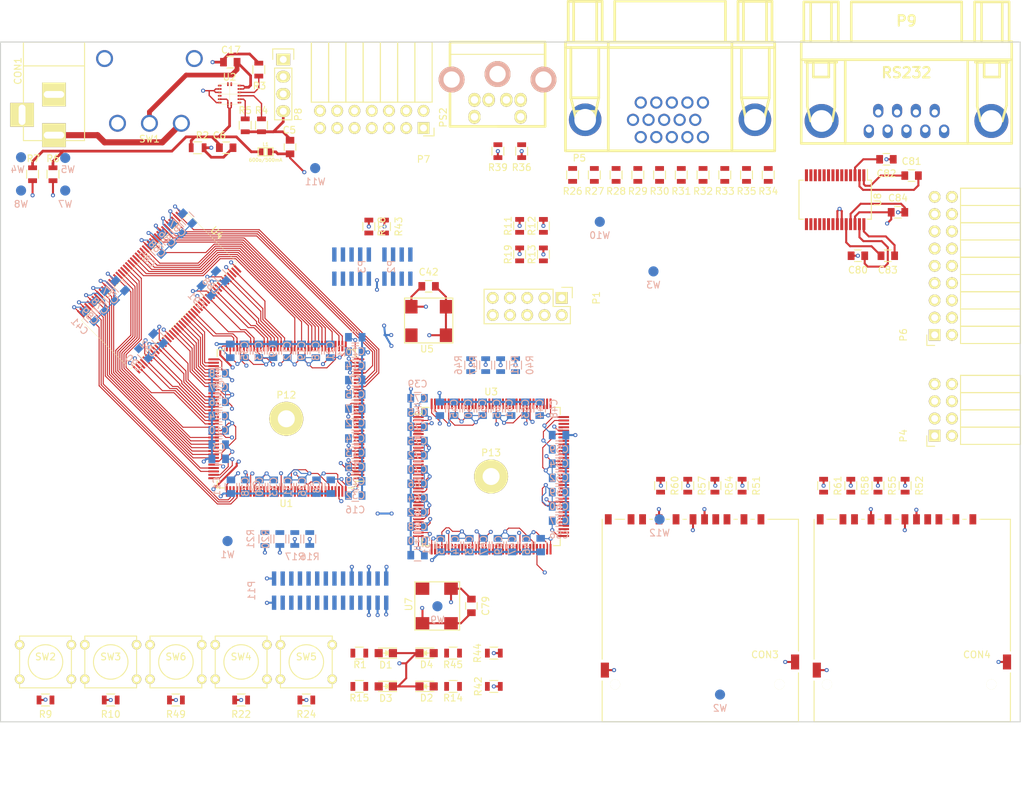
<source format=kicad_pcb>
(kicad_pcb (version 20160815) (host pcbnew no-vcs-found-undefined)
  (layers (0 F.Cu signal) (1 Gnd.Cu power) (2 Pwr.Cu power) (31 B.Cu signal) (34 B.Paste user) (35 F.Paste user) (36 B.SilkS user) (37 F.SilkS user) (38 B.Mask user) (39 F.Mask user) (44 Edge.Cuts user))
  (net 0 "")
  (net 1 VCC)
  (net 2 GND)
  (net 3 VEE)
  (net 4 +3V3)
  (net 5 VAA)
  (net 6 +5V)
  (net 7 "Net-(CON1-Pad1)")
  (net 8 /SPI_MISO)
  (net 9 /SPI_SCLK)
  (net 10 /SPI_MOSI)
  (net 11 /SPI_SS0)
  (net 12 "Net-(D1-Pad2)")
  (net 13 "Net-(D2-Pad2)")
  (net 14 "Net-(D3-Pad2)")
  (net 15 "Net-(D4-Pad2)")
  (net 16 "Net-(P1-Pad6)")
  (net 17 "Net-(P1-Pad7)")
  (net 18 /PRI_CONFSEL)
  (net 19 /PRI_DBG0)
  (net 20 /PRI_FDBG)
  (net 21 /PRI_DBG1)
  (net 22 /PRI_DBGRX)
  (net 23 /PRI_DBG2)
  (net 24 /PRI_DBGTX)
  (net 25 /PRI_DBG3)
  (net 26 /PRI_DBG5)
  (net 27 /PRI_DBG4)
  (net 28 /AUX_CONFSEL)
  (net 29 /AUX_DBG2)
  (net 30 /AUX_DBG0)
  (net 31 /AUX_DBG3)
  (net 32 /AUX_DBG1)
  (net 33 /AUX_DBG4)
  (net 34 /AUX_JTAGEN)
  (net 35 "Net-(P5-Pad1)")
  (net 36 "Net-(P5-Pad2)")
  (net 37 "Net-(P5-Pad3)")
  (net 38 "Net-(P5-Pad4)")
  (net 39 "Net-(P5-Pad9)")
  (net 40 /GIO_PIN0)
  (net 41 /GIO_PIN8)
  (net 42 /GIO_PIN1)
  (net 43 /GIO_PIN9)
  (net 44 /GIO_PIN2)
  (net 45 /GIO_PIN10)
  (net 46 /GIO_PIN3)
  (net 47 /GIO_PIN11)
  (net 48 /GIO_PIN4)
  (net 49 /GIO_PIN12)
  (net 50 /GIO_PIN5)
  (net 51 /GIO_PIN13)
  (net 52 /GIO_PIN6)
  (net 53 /GIO_PIN14)
  (net 54 /GIO_PIN7)
  (net 55 /GIO_PIN15)
  (net 56 /EXB_MISO0)
  (net 57 /EXB_MOSI0)
  (net 58 /EXB_MISO1)
  (net 59 /EXB_MOSI1)
  (net 60 /EXB_MISO2)
  (net 61 /EXB_MOSI2)
  (net 62 /EXB_MISO3)
  (net 63 /EXB_MOSI3)
  (net 64 /EXB_SS0)
  (net 65 /EXB_SS1)
  (net 66 /EXB_INT)
  (net 67 /EXB_CLK)
  (net 68 /TTL_RX)
  (net 69 /TTL_TX)
  (net 70 /TTL_RTS)
  (net 71 "Net-(P9-Pad9)")
  (net 72 /SER_CTS)
  (net 73 /SER_RTS)
  (net 74 /SER_DSR)
  (net 75 /SER_DTR)
  (net 76 /SER_TX)
  (net 77 /SER_RX)
  (net 78 /SER_DCD)
  (net 79 "Net-(R3-Pad1)")
  (net 80 "Net-(R4-Pad1)")
  (net 81 "Net-(R5-Pad1)")
  (net 82 /PRI_INT)
  (net 83 /PRI_RST)
  (net 84 /PRI_CONFDONE)
  (net 85 /PRI_FHLT)
  (net 86 /PRI_NSTATUS)
  (net 87 /PRI_CRCERR)
  (net 88 /PRI_DEVCLRN)
  (net 89 /PRI_DEVOE)
  (net 90 /PRI_NCONFIG)
  (net 91 /AUX_NCONFIG)
  (net 92 /VGA_R0)
  (net 93 /VGA_R1)
  (net 94 /VGA_R2)
  (net 95 /VGA_G0)
  (net 96 /VGA_G1)
  (net 97 /VGA_G2)
  (net 98 /VGA_B0)
  (net 99 /VGA_B1)
  (net 100 /VGA_HS)
  (net 101 "Net-(P5-Pad13)")
  (net 102 "Net-(P5-Pad14)")
  (net 103 /VGA_VS)
  (net 104 /AUX_DEVCLRN)
  (net 105 /AUX_DEVOE)
  (net 106 /AUX_CONFDONE)
  (net 107 /AUX_NSTATUS)
  (net 108 /AUX_CRCERR)
  (net 109 /AUX_RST)
  (net 110 /SPI_SS1)
  (net 111 /SPI_SS2)
  (net 112 /BUS_INT)
  (net 113 /MEM_CASn)
  (net 114 /MEM_WEn)
  (net 115 /MEM_CSn)
  (net 116 /MEM_RASn)
  (net 117 /MEM_CLK)
  (net 118 /MEM_CKE)
  (net 119 /MEM_A10)
  (net 120 /MEM_A9)
  (net 121 /MEM_A8)
  (net 122 /MEM_A6)
  (net 123 /MEM_A7)
  (net 124 /MEM_A5)
  (net 125 /MEM_A4)
  (net 126 /MEM_A11)
  (net 127 /MEM_A3)
  (net 128 /MEM_A2)
  (net 129 /MEM_A1)
  (net 130 /MEM_A0)
  (net 131 /MEM_DQ31)
  (net 132 /MEM_DQ30)
  (net 133 /MEM_DQ29)
  (net 134 /MEM_DQ7)
  (net 135 /MEM_DQ9)
  (net 136 /MEM_DQ6)
  (net 137 /MEM_DQ8)
  (net 138 /MEM_DQ5)
  (net 139 /MEM_DQ11)
  (net 140 /MEM_DQ4)
  (net 141 /MEM_DQ10)
  (net 142 /MEM_DQ1)
  (net 143 /MEM_DQ3)
  (net 144 /MEM_DQ0)
  (net 145 /MEM_DQ2)
  (net 146 /MEM_BA1)
  (net 147 /PRI_CLK)
  (net 148 /BUS_SS1)
  (net 149 /BUS_CLK)
  (net 150 /BUS_MISO7)
  (net 151 /BUS_SS0)
  (net 152 /MEM_BA0)
  (net 153 /MEM_DQ23)
  (net 154 /MEM_DQ22)
  (net 155 /MEM_DQ15)
  (net 156 /MEM_DQ14)
  (net 157 /MEM_DQ13)
  (net 158 /MEM_DQ12)
  (net 159 /MEM_DQ19)
  (net 160 /MEM_DQ18)
  (net 161 /MEM_DQ28)
  (net 162 /MEM_DQ17)
  (net 163 /MEM_DQ16)
  (net 164 /MEM_DQ27)
  (net 165 /MEM_DQ26)
  (net 166 /MEM_DQ25)
  (net 167 /MEM_DQ24)
  (net 168 /MEM_DQ21)
  (net 169 /MEM_DQ20)
  (net 170 /BUS_MISO5)
  (net 171 /BUS_MISO4)
  (net 172 /BUS_MISO6)
  (net 173 /BUS_MISO3)
  (net 174 /BUS_MISO2)
  (net 175 /BUS_MISO1)
  (net 176 /BUS_MISO0)
  (net 177 /MEM_DQM3)
  (net 178 /MEM_DQM2)
  (net 179 /MEM_DQM1)
  (net 180 /MEM_DQM0)
  (net 181 /BUS_MOSI7)
  (net 182 /BUS_MOSI6)
  (net 183 /BUS_MOSI5)
  (net 184 /BUS_MOSI4)
  (net 185 /BUS_MOSI3)
  (net 186 /BUS_MOSI2)
  (net 187 /BUS_MOSI1)
  (net 188 /BUS_MOSI0)
  (net 189 "Net-(U2-Pad1)")
  (net 190 "Net-(U2-Pad4)")
  (net 191 "Net-(U4-Pad14)")
  (net 192 "Net-(U4-Pad30)")
  (net 193 /AUX_CLK)
  (net 194 /SPI_WP0)
  (net 195 /SPI_WP1)
  (net 196 /SPI_CD0)
  (net 197 /SPI_CD1)
  (net 198 "Net-(CON3-Pad9)")
  (net 199 "Net-(CON3-Pad8)")
  (net 200 "Net-(CON4-Pad8)")
  (net 201 "Net-(CON4-Pad9)")
  (net 202 "Net-(P5-Pad11)")
  (net 203 "Net-(P5-Pad12)")
  (net 204 "Net-(P5-Pad15)")
  (net 205 "Net-(P10-Pad2)")
  (net 206 "Net-(P10-Pad6)")
  (net 207 "Net-(U2-Pad16)")
  (net 208 "Net-(U2-Pad15)")
  (net 209 "Net-(U2-Pad9)")
  (net 210 "Net-(U4-Pad73)")
  (net 211 "Net-(U4-Pad70)")
  (net 212 "Net-(U4-Pad69)")
  (net 213 "Net-(U4-Pad57)")
  (net 214 "Net-(C80-Pad1)")
  (net 215 "Net-(C81-Pad1)")
  (net 216 "Net-(C81-Pad2)")
  (net 217 "Net-(C82-Pad2)")
  (net 218 "Net-(C83-Pad1)")
  (net 219 "Net-(C83-Pad2)")
  (net 220 /AUX_DBG5)
  (net 221 "Net-(P9-Pad3)")
  (net 222 "Net-(P9-Pad2)")
  (net 223 "Net-(P9-Pad1)")
  (net 224 "Net-(P9-Pad4)")
  (net 225 "Net-(P9-Pad8)")
  (net 226 "Net-(P9-Pad7)")
  (net 227 "Net-(P9-Pad6)")
  (net 228 /PS2_CLK)
  (net 229 /PS2_DAT)
  (net 230 "Net-(U8-Pad8)")
  (net 231 "Net-(U8-Pad19)")
  (net 232 "Net-(U8-Pad20)")
  (net 233 "Net-(U8-Pad21)")
  (net 234 /JTAG_TCK)
  (net 235 /JTAG_TDO)
  (net 236 /JTAG_TMS)
  (net 237 /JTAG_TDI)
  (net 238 "Net-(P3-Pad8)")
  (net 239 /SPI_SS3)
  (net 240 /BETW_TDO)
  (module altera:TSOP-86 (layer F.Cu) (at 97.6 64 315)
    (fp_text reference U4 (at 5 -1 315) (layer F.SilkS))
    (fp_text value IS45S32800J)
    (pad 1 smd rect (at -0.73 0.61 315) (size 1.4 0.28) (layers F.Cu F.Paste F.Mask) (net 1 VCC))
    (pad 12 smd rect (at -0.73 6.109999 315) (size 1.4 0.28) (layers F.Cu F.Paste F.Mask) (net 2 GND))
    (pad 86 smd rect (at 10.89 0.61 315) (size 1.4 0.28) (layers F.Cu F.Paste F.Mask) (net 2 GND))
    (pad 85 smd rect (at 10.89 1.11 315) (size 1.4 0.28) (layers F.Cu F.Paste F.Mask) (net 155 /MEM_DQ15))
    (pad 84 smd rect (at 10.89 1.61 315) (size 1.4 0.28) (layers F.Cu F.Paste F.Mask) (net 2 GND))
    (pad 83 smd rect (at 10.89 2.11 315) (size 1.4 0.28) (layers F.Cu F.Paste F.Mask) (net 156 /MEM_DQ14))
    (pad 82 smd rect (at 10.89 2.61 315) (size 1.4 0.28) (layers F.Cu F.Paste F.Mask) (net 157 /MEM_DQ13))
    (pad 81 smd rect (at 10.89 3.11 315) (size 1.4 0.28) (layers F.Cu F.Paste F.Mask) (net 5 VAA))
    (pad 80 smd rect (at 10.89 3.61 315) (size 1.4 0.28) (layers F.Cu F.Paste F.Mask) (net 158 /MEM_DQ12))
    (pad 79 smd rect (at 10.89 4.11 315) (size 1.4 0.28) (layers F.Cu F.Paste F.Mask) (net 139 /MEM_DQ11))
    (pad 78 smd rect (at 10.89 4.61 315) (size 1.4 0.28) (layers F.Cu F.Paste F.Mask) (net 2 GND))
    (pad 77 smd rect (at 10.89 5.11 315) (size 1.4 0.28) (layers F.Cu F.Paste F.Mask) (net 141 /MEM_DQ10))
    (pad 76 smd rect (at 10.89 5.61 315) (size 1.4 0.28) (layers F.Cu F.Paste F.Mask) (net 135 /MEM_DQ9))
    (pad 75 smd rect (at 10.89 6.11 315) (size 1.4 0.28) (layers F.Cu F.Paste F.Mask) (net 5 VAA))
    (pad 74 smd rect (at 10.89 6.61 315) (size 1.4 0.28) (layers F.Cu F.Paste F.Mask) (net 137 /MEM_DQ8))
    (pad 73 smd rect (at 10.89 7.11 315) (size 1.4 0.28) (layers F.Cu F.Paste F.Mask) (net 210 "Net-(U4-Pad73)"))
    (pad 72 smd rect (at 10.89 7.61 315) (size 1.4 0.28) (layers F.Cu F.Paste F.Mask) (net 2 GND))
    (pad 71 smd rect (at 10.89 8.11 315) (size 1.4 0.28) (layers F.Cu F.Paste F.Mask) (net 179 /MEM_DQM1))
    (pad 70 smd rect (at 10.89 8.61 315) (size 1.4 0.28) (layers F.Cu F.Paste F.Mask) (net 211 "Net-(U4-Pad70)"))
    (pad 69 smd rect (at 10.89 9.11 315) (size 1.4 0.28) (layers F.Cu F.Paste F.Mask) (net 212 "Net-(U4-Pad69)"))
    (pad 68 smd rect (at 10.89 9.61 315) (size 1.4 0.28) (layers F.Cu F.Paste F.Mask) (net 117 /MEM_CLK))
    (pad 67 smd rect (at 10.89 10.11 315) (size 1.4 0.28) (layers F.Cu F.Paste F.Mask) (net 118 /MEM_CKE))
    (pad 66 smd rect (at 10.89 10.61 315) (size 1.4 0.28) (layers F.Cu F.Paste F.Mask) (net 120 /MEM_A9))
    (pad 65 smd rect (at 10.89 11.11 315) (size 1.4 0.28) (layers F.Cu F.Paste F.Mask) (net 121 /MEM_A8))
    (pad 64 smd rect (at 10.89 11.61 315) (size 1.4 0.28) (layers F.Cu F.Paste F.Mask) (net 123 /MEM_A7))
    (pad 63 smd rect (at 10.89 12.11 315) (size 1.4 0.28) (layers F.Cu F.Paste F.Mask) (net 122 /MEM_A6))
    (pad 62 smd rect (at 10.89 12.61 315) (size 1.4 0.28) (layers F.Cu F.Paste F.Mask) (net 124 /MEM_A5))
    (pad 61 smd rect (at 10.89 13.11 315) (size 1.4 0.28) (layers F.Cu F.Paste F.Mask) (net 125 /MEM_A4))
    (pad 60 smd rect (at 10.89 13.61 315) (size 1.4 0.28) (layers F.Cu F.Paste F.Mask) (net 127 /MEM_A3))
    (pad 59 smd rect (at 10.89 14.11 315) (size 1.4 0.28) (layers F.Cu F.Paste F.Mask) (net 177 /MEM_DQM3))
    (pad 58 smd rect (at 10.89 14.61 315) (size 1.4 0.28) (layers F.Cu F.Paste F.Mask) (net 2 GND))
    (pad 57 smd rect (at 10.89 15.11 315) (size 1.4 0.28) (layers F.Cu F.Paste F.Mask) (net 213 "Net-(U4-Pad57)"))
    (pad 56 smd rect (at 10.89 15.61 315) (size 1.4 0.28) (layers F.Cu F.Paste F.Mask) (net 131 /MEM_DQ31))
    (pad 55 smd rect (at 10.89 16.11 315) (size 1.4 0.28) (layers F.Cu F.Paste F.Mask) (net 5 VAA))
    (pad 54 smd rect (at 10.89 16.61 315) (size 1.4 0.28) (layers F.Cu F.Paste F.Mask) (net 132 /MEM_DQ30))
    (pad 53 smd rect (at 10.89 17.11 315) (size 1.4 0.28) (layers F.Cu F.Paste F.Mask) (net 133 /MEM_DQ29))
    (pad 52 smd rect (at 10.89 17.61 315) (size 1.4 0.28) (layers F.Cu F.Paste F.Mask) (net 2 GND))
    (pad 51 smd rect (at 10.89 18.11 315) (size 1.4 0.28) (layers F.Cu F.Paste F.Mask) (net 161 /MEM_DQ28))
    (pad 50 smd rect (at 10.89 18.61 315) (size 1.4 0.28) (layers F.Cu F.Paste F.Mask) (net 164 /MEM_DQ27))
    (pad 49 smd rect (at 10.89 19.11 315) (size 1.4 0.28) (layers F.Cu F.Paste F.Mask) (net 5 VAA))
    (pad 48 smd rect (at 10.89 19.61 315) (size 1.4 0.28) (layers F.Cu F.Paste F.Mask) (net 165 /MEM_DQ26))
    (pad 47 smd rect (at 10.89 20.11 315) (size 1.4 0.28) (layers F.Cu F.Paste F.Mask) (net 166 /MEM_DQ25))
    (pad 46 smd rect (at 10.89 20.61 315) (size 1.4 0.28) (layers F.Cu F.Paste F.Mask) (net 2 GND))
    (pad 45 smd rect (at 10.89 21.11 315) (size 1.4 0.28) (layers F.Cu F.Paste F.Mask) (net 167 /MEM_DQ24))
    (pad 44 smd rect (at 10.89 21.61 315) (size 1.4 0.28) (layers F.Cu F.Paste F.Mask) (net 2 GND))
    (pad 43 smd rect (at -0.729999 21.61 315) (size 1.4 0.28) (layers F.Cu F.Paste F.Mask) (net 1 VCC))
    (pad 42 smd rect (at -0.73 21.11 315) (size 1.4 0.28) (layers F.Cu F.Paste F.Mask) (net 153 /MEM_DQ23))
    (pad 41 smd rect (at -0.73 20.61 315) (size 1.4 0.28) (layers F.Cu F.Paste F.Mask) (net 5 VAA))
    (pad 40 smd rect (at -0.73 20.109999 315) (size 1.4 0.28) (layers F.Cu F.Paste F.Mask) (net 154 /MEM_DQ22))
    (pad 39 smd rect (at -0.73 19.61 315) (size 1.4 0.28) (layers F.Cu F.Paste F.Mask) (net 168 /MEM_DQ21))
    (pad 38 smd rect (at -0.73 19.110001 315) (size 1.4 0.28) (layers F.Cu F.Paste F.Mask) (net 2 GND))
    (pad 37 smd rect (at -0.73 18.61 315) (size 1.4 0.28) (layers F.Cu F.Paste F.Mask) (net 169 /MEM_DQ20))
    (pad 36 smd rect (at -0.73 18.11 315) (size 1.4 0.28) (layers F.Cu F.Paste F.Mask) (net 159 /MEM_DQ19))
    (pad 35 smd rect (at -0.73 17.609999 315) (size 1.4 0.28) (layers F.Cu F.Paste F.Mask) (net 5 VAA))
    (pad 34 smd rect (at -0.73 17.11 315) (size 1.4 0.28) (layers F.Cu F.Paste F.Mask) (net 160 /MEM_DQ18))
    (pad 33 smd rect (at -0.73 16.610001 315) (size 1.4 0.28) (layers F.Cu F.Paste F.Mask) (net 162 /MEM_DQ17))
    (pad 32 smd rect (at -0.73 16.11 315) (size 1.4 0.28) (layers F.Cu F.Paste F.Mask) (net 2 GND))
    (pad 31 smd rect (at -0.73 15.61 315) (size 1.4 0.28) (layers F.Cu F.Paste F.Mask) (net 163 /MEM_DQ16))
    (pad 30 smd rect (at -0.729999 15.11 315) (size 1.4 0.28) (layers F.Cu F.Paste F.Mask) (net 192 "Net-(U4-Pad30)"))
    (pad 29 smd rect (at -0.73 14.61 315) (size 1.4 0.28) (layers F.Cu F.Paste F.Mask) (net 1 VCC))
    (pad 28 smd rect (at -0.73 14.11 315) (size 1.4 0.28) (layers F.Cu F.Paste F.Mask) (net 178 /MEM_DQM2))
    (pad 27 smd rect (at -0.73 13.61 315) (size 1.4 0.28) (layers F.Cu F.Paste F.Mask) (net 128 /MEM_A2))
    (pad 26 smd rect (at -0.73 13.11 315) (size 1.4 0.28) (layers F.Cu F.Paste F.Mask) (net 129 /MEM_A1))
    (pad 25 smd rect (at -0.729999 12.61 315) (size 1.4 0.28) (layers F.Cu F.Paste F.Mask) (net 130 /MEM_A0))
    (pad 24 smd rect (at -0.73 12.11 315) (size 1.4 0.28) (layers F.Cu F.Paste F.Mask) (net 119 /MEM_A10))
    (pad 23 smd rect (at -0.73 11.61 315) (size 1.4 0.28) (layers F.Cu F.Paste F.Mask) (net 146 /MEM_BA1))
    (pad 22 smd rect (at -0.73 11.11 315) (size 1.4 0.28) (layers F.Cu F.Paste F.Mask) (net 152 /MEM_BA0))
    (pad 21 smd rect (at -0.73 10.61 315) (size 1.4 0.28) (layers F.Cu F.Paste F.Mask) (net 126 /MEM_A11))
    (pad 20 smd rect (at -0.73 10.110001 315) (size 1.4 0.28) (layers F.Cu F.Paste F.Mask) (net 115 /MEM_CSn))
    (pad 19 smd rect (at -0.73 9.61 315) (size 1.4 0.28) (layers F.Cu F.Paste F.Mask) (net 116 /MEM_RASn))
    (pad 18 smd rect (at -0.73 9.11 315) (size 1.4 0.28) (layers F.Cu F.Paste F.Mask) (net 113 /MEM_CASn))
    (pad 17 smd rect (at -0.73 8.609999 315) (size 1.4 0.28) (layers F.Cu F.Paste F.Mask) (net 114 /MEM_WEn))
    (pad 16 smd rect (at -0.73 8.11 315) (size 1.4 0.28) (layers F.Cu F.Paste F.Mask) (net 180 /MEM_DQM0))
    (pad 15 smd rect (at -0.73 7.610001 315) (size 1.4 0.28) (layers F.Cu F.Paste F.Mask) (net 1 VCC))
    (pad 14 smd rect (at -0.73 7.11 315) (size 1.4 0.28) (layers F.Cu F.Paste F.Mask) (net 191 "Net-(U4-Pad14)"))
    (pad 13 smd rect (at -0.73 6.61 315) (size 1.4 0.28) (layers F.Cu F.Paste F.Mask) (net 134 /MEM_DQ7))
    (pad 11 smd rect (at -0.73 5.61 315) (size 1.4 0.28) (layers F.Cu F.Paste F.Mask) (net 136 /MEM_DQ6))
    (pad 10 smd rect (at -0.73 5.11 315) (size 1.4 0.28) (layers F.Cu F.Paste F.Mask) (net 138 /MEM_DQ5))
    (pad 9 smd rect (at -0.73 4.61 315) (size 1.4 0.28) (layers F.Cu F.Paste F.Mask) (net 5 VAA))
    (pad 8 smd rect (at -0.73 4.11 315) (size 1.4 0.28) (layers F.Cu F.Paste F.Mask) (net 140 /MEM_DQ4))
    (pad 7 smd rect (at -0.729999 3.61 315) (size 1.4 0.28) (layers F.Cu F.Paste F.Mask) (net 143 /MEM_DQ3))
    (pad 6 smd rect (at -0.73 3.11 315) (size 1.4 0.28) (layers F.Cu F.Paste F.Mask) (net 2 GND))
    (pad 5 smd rect (at -0.73 2.61 315) (size 1.4 0.28) (layers F.Cu F.Paste F.Mask) (net 145 /MEM_DQ2))
    (pad 4 smd rect (at -0.73 2.11 315) (size 1.4 0.28) (layers F.Cu F.Paste F.Mask) (net 142 /MEM_DQ1))
    (pad 3 smd rect (at -0.73 1.61 315) (size 1.4 0.28) (layers F.Cu F.Paste F.Mask) (net 5 VAA))
    (pad 2 smd rect (at -0.729999 1.11 315) (size 1.4 0.28) (layers F.Cu F.Paste F.Mask) (net 144 /MEM_DQ0))
  )
  (module altera:SW_SLIDE_PWR (layer F.Cu) (at 91.9 50.7)
    (fp_text reference SW1 (at 0 2.31) (layer F.SilkS))
    (fp_text value POWER)
    (pad 5 thru_hole circle (at 6.605 -9.53) (size 2.5 2.5) (drill 1.85) (layers *.Cu *.Mask))
    (pad 4 thru_hole circle (at -6.605 -9.53) (size 2.5 2.5) (drill 1.85) (layers *.Cu *.Mask))
    (pad 3 thru_hole circle (at -4.7 0) (size 2.5 2.5) (drill 1.85) (layers *.Cu *.Mask))
    (pad 2 thru_hole circle (at 0 0) (size 2.5 2.5) (drill 1.85) (layers *.Cu *.Mask) (net 6 +5V))
    (pad 1 thru_hole circle (at 4.7 0) (size 2.5 2.5) (drill 1.85) (layers *.Cu *.Mask) (net 7 "Net-(CON1-Pad1)"))
  )
  (module din:00JG-MiniDin6 (layer F.Cu) (at 143.15 38.75)
    (fp_text reference P10 hide)
    (fp_text value PS2 (at -8 11.1 90) (layer F.SilkS) (effects (font (size 1.016 1.016) (thickness 0.1524))))
    (pad 2 thru_hole oval (at 1.3 8.5) (size 1.778 2.032) (drill 1.1) (layers *.Cu *.Mask F.SilkS) (net 205 "Net-(P10-Pad2)"))
    (pad 1 thru_hole oval (at -1.3 8.5) (size 1.778 2.032) (drill 1.1) (layers *.Cu *.Mask F.SilkS) (net 229 /PS2_DAT))
    (pad 6 thru_hole oval (at 3.4 11) (size 1.778 2.032) (drill 1.1) (layers *.Cu *.Mask F.SilkS) (net 206 "Net-(P10-Pad6)"))
    (pad 3 thru_hole circle (at 0 4.7) (size 3.81 3.81) (drill 2.4) (layers *.Cu *.SilkS *.Mask) (net 2 GND))
    (pad 4 thru_hole oval (at 3.4 8.5) (size 1.778 2.032) (drill 1.1) (layers *.Cu *.Mask F.SilkS) (net 6 +5V))
    (pad 5 thru_hole oval (at -3.4 11) (size 1.778 2.032) (drill 1.1) (layers *.Cu *.Mask F.SilkS) (net 228 /PS2_CLK))
    (pad 3 thru_hole oval (at -3.4 8.5) (size 1.778 2.032) (drill 1.1) (layers *.Cu *.Mask F.SilkS) (net 2 GND))
    (pad 3 thru_hole circle (at -6.76 5.51) (size 3.81 3.81) (drill 2.4) (layers *.Cu *.SilkS *.Mask) (net 2 GND))
    (pad 3 thru_hole circle (at 6.76 5.51) (size 3.81 3.81) (drill 2.4) (layers *.Cu *.SilkS *.Mask) (net 2 GND))
  )
  (module w_smd_inductors:inductor_smd_0603 (layer F.Cu) (at 109 54.9)
    (fp_text reference L1 (at 0 -1.09982) (layer F.SilkS) (effects (font (size 0.49784 0.49784) (thickness 0.09906))))
    (fp_text value 600o/500mA (at 0 1.19888) (layer F.SilkS) (effects (font (size 0.49784 0.49784) (thickness 0.09906))))
    (pad 1 smd rect (at -0.63754 0) (size 0.635 1.016) (layers F.Cu F.Paste F.Mask) (net 4 +3V3))
    (pad 2 smd rect (at 0.63754 0) (size 0.635 1.016) (layers F.Cu F.Paste F.Mask) (net 3 VEE))
  )
  (module Capacitors_SMD:C_0805 (layer B.Cu) (at 118.5 84.2 90)
    (fp_text reference C1 (at 0 1.7 90) (layer B.SilkS) (effects (justify mirror)))
    (fp_text value 0.1u)
    (pad 1 smd rect (at -1 0 90) (size 1 1.25) (layers B.Cu B.Paste B.Mask) (net 1 VCC))
    (pad 2 smd rect (at 1 0 90) (size 1 1.25) (layers B.Cu B.Paste B.Mask) (net 2 GND))
  )
  (module Capacitors_SMD:C_0805 (layer B.Cu) (at 106 104.2 270)
    (fp_text reference C2 (at 0 -1.7 270) (layer B.SilkS) (effects (justify mirror)))
    (fp_text value 0.1u)
    (pad 2 smd rect (at 1 0 270) (size 1 1.25) (layers B.Cu B.Paste B.Mask) (net 2 GND))
    (pad 1 smd rect (at -1 0 270) (size 1 1.25) (layers B.Cu B.Paste B.Mask) (net 1 VCC))
  )
  (module Capacitors_SMD:C_0805 (layer B.Cu) (at 102.1 100.1 180)
    (fp_text reference C3 (at 0 1.7 180) (layer B.SilkS) (effects (justify mirror)))
    (fp_text value 0.1u)
    (pad 1 smd rect (at -1 0 180) (size 1 1.25) (layers B.Cu B.Paste B.Mask) (net 1 VCC))
    (pad 2 smd rect (at 1 0 180) (size 1 1.25) (layers B.Cu B.Paste B.Mask) (net 2 GND))
  )
  (module Capacitors_SMD:C_0805 (layer B.Cu) (at 102.1 87.5 180)
    (fp_text reference C4 (at 0 -1.7 180) (layer B.SilkS) (effects (justify mirror)))
    (fp_text value 0.1u)
    (pad 2 smd rect (at 1 0 180) (size 1 1.25) (layers B.Cu B.Paste B.Mask) (net 2 GND))
    (pad 1 smd rect (at -1 0 180) (size 1 1.25) (layers B.Cu B.Paste B.Mask) (net 1 VCC))
  )
  (module Capacitors_SMD:C_0805 (layer F.Cu) (at 112.6 54.2 90)
    (fp_text reference C5 (at 2.5 -0.1 180) (layer F.SilkS))
    (fp_text value 10u)
    (pad 2 smd rect (at 1 0 90) (size 1 1.25) (layers F.Cu F.Paste F.Mask) (net 2 GND))
    (pad 1 smd rect (at -1 0 90) (size 1 1.25) (layers F.Cu F.Paste F.Mask) (net 3 VEE))
  )
  (module Capacitors_SMD:C_0805 (layer F.Cu) (at 103.2 54.3)
    (fp_text reference C6 (at -1 -1.8) (layer F.SilkS))
    (fp_text value 47u/16v)
    (pad 2 smd rect (at 1 0) (size 1 1.25) (layers F.Cu F.Paste F.Mask) (net 2 GND))
    (pad 1 smd rect (at -1 0) (size 1 1.25) (layers F.Cu F.Paste F.Mask) (net 4 +3V3))
  )
  (module Capacitors_SMD:C_0805 (layer B.Cu) (at 122.2 86.4)
    (fp_text reference C7 (at 0 2.1) (layer B.SilkS) (effects (justify mirror)))
    (fp_text value 0.1u)
    (pad 1 smd rect (at -1 0) (size 1 1.25) (layers B.Cu B.Paste B.Mask) (net 3 VEE))
    (pad 2 smd rect (at 1 0) (size 1 1.25) (layers B.Cu B.Paste B.Mask) (net 2 GND))
  )
  (module Capacitors_SMD:C_0805 (layer B.Cu) (at 118.6 104.2 270)
    (fp_text reference C8 (at 0 2.1 270) (layer B.SilkS) (effects (justify mirror)))
    (fp_text value 0.1u)
    (pad 1 smd rect (at -1 0 270) (size 1 1.25) (layers B.Cu B.Paste B.Mask) (net 1 VCC))
    (pad 2 smd rect (at 1 0 270) (size 1 1.25) (layers B.Cu B.Paste B.Mask) (net 2 GND))
  )
  (module Capacitors_SMD:C_0805 (layer B.Cu) (at 108 84.2 90)
    (fp_text reference C9 (at 0 2.1 90) (layer B.SilkS) (effects (justify mirror)))
    (fp_text value 0.1u)
    (pad 1 smd rect (at -1 0 90) (size 1 1.25) (layers B.Cu B.Paste B.Mask) (net 5 VAA))
    (pad 2 smd rect (at 1 0 90) (size 1 1.25) (layers B.Cu B.Paste B.Mask) (net 2 GND))
  )
  (module Capacitors_SMD:C_0805 (layer B.Cu) (at 102.1 98 180)
    (fp_text reference C10 (at 0 2.1 180) (layer B.SilkS) (effects (justify mirror)))
    (fp_text value 0.1u)
    (pad 2 smd rect (at 1 0 180) (size 1 1.25) (layers B.Cu B.Paste B.Mask) (net 2 GND))
    (pad 1 smd rect (at -1 0 180) (size 1 1.25) (layers B.Cu B.Paste B.Mask) (net 3 VEE))
  )
  (module Capacitors_SMD:C_0805 (layer B.Cu) (at 103.9 104.2 270)
    (fp_text reference C11 (at 0 2.1 270) (layer B.SilkS) (effects (justify mirror)))
    (fp_text value 0.1u)
    (pad 2 smd rect (at 1 0 270) (size 1 1.25) (layers B.Cu B.Paste B.Mask) (net 2 GND))
    (pad 1 smd rect (at -1 0 270) (size 1 1.25) (layers B.Cu B.Paste B.Mask) (net 1 VCC))
  )
  (module Capacitors_SMD:C_0805 (layer B.Cu) (at 110.1 84.2 90)
    (fp_text reference C12 (at 0 2.1 90) (layer B.SilkS) (effects (justify mirror)))
    (fp_text value 1u)
    (pad 2 smd rect (at 1 0 90) (size 1 1.25) (layers B.Cu B.Paste B.Mask) (net 2 GND))
    (pad 1 smd rect (at -1 0 90) (size 1 1.25) (layers B.Cu B.Paste B.Mask) (net 5 VAA))
  )
  (module Capacitors_SMD:C_0805 (layer B.Cu) (at 122.2 97.1)
    (fp_text reference C13 (at 0 2.1) (layer B.SilkS) (effects (justify mirror)))
    (fp_text value 0.1u)
    (pad 2 smd rect (at 1 0) (size 1 1.25) (layers B.Cu B.Paste B.Mask) (net 2 GND))
    (pad 1 smd rect (at -1 0) (size 1 1.25) (layers B.Cu B.Paste B.Mask) (net 5 VAA))
  )
  (module Capacitors_SMD:C_0805 (layer B.Cu) (at 122.2 84.3)
    (fp_text reference C14 (at 0 2.1) (layer B.SilkS) (effects (justify mirror)))
    (fp_text value 0.1u)
    (pad 1 smd rect (at -1 0) (size 1 1.25) (layers B.Cu B.Paste B.Mask) (net 3 VEE))
    (pad 2 smd rect (at 1 0) (size 1 1.25) (layers B.Cu B.Paste B.Mask) (net 2 GND))
  )
  (module Capacitors_SMD:C_0805 (layer B.Cu) (at 122.2 99.2)
    (fp_text reference C15 (at 0 2.1) (layer B.SilkS) (effects (justify mirror)))
    (fp_text value 1u)
    (pad 1 smd rect (at -1 0) (size 1 1.25) (layers B.Cu B.Paste B.Mask) (net 5 VAA))
    (pad 2 smd rect (at 1 0) (size 1 1.25) (layers B.Cu B.Paste B.Mask) (net 2 GND))
  )
  (module Capacitors_SMD:C_0805 (layer B.Cu) (at 122.2 105.5)
    (fp_text reference C16 (at 0 2.1) (layer B.SilkS) (effects (justify mirror)))
    (fp_text value 0.1u)
    (pad 1 smd rect (at -1 0) (size 1 1.25) (layers B.Cu B.Paste B.Mask) (net 1 VCC))
    (pad 2 smd rect (at 1 0) (size 1 1.25) (layers B.Cu B.Paste B.Mask) (net 2 GND))
  )
  (module Capacitors_SMD:C_0805 (layer F.Cu) (at 103.8 41.7 180)
    (fp_text reference C17 (at -0.1 1.8 180) (layer F.SilkS))
    (fp_text value 4.7u)
    (pad 1 smd rect (at -1 0 180) (size 1 1.25) (layers F.Cu F.Paste F.Mask) (net 6 +5V))
    (pad 2 smd rect (at 1 0 180) (size 1 1.25) (layers F.Cu F.Paste F.Mask) (net 2 GND))
  )
  (module Capacitors_SMD:C_0805 (layer B.Cu) (at 114.3 84.2 90)
    (fp_text reference C18 (at 0 2.1 90) (layer B.SilkS) (effects (justify mirror)))
    (fp_text value 0.1u)
    (pad 1 smd rect (at -1 0 90) (size 1 1.25) (layers B.Cu B.Paste B.Mask) (net 5 VAA))
    (pad 2 smd rect (at 1 0 90) (size 1 1.25) (layers B.Cu B.Paste B.Mask) (net 2 GND))
  )
  (module Capacitors_SMD:C_0805 (layer B.Cu) (at 112.2 84.2 90)
    (fp_text reference C19 (at 0 2.1 90) (layer B.SilkS) (effects (justify mirror)))
    (fp_text value 0.1u)
    (pad 2 smd rect (at 1 0 90) (size 1 1.25) (layers B.Cu B.Paste B.Mask) (net 2 GND))
    (pad 1 smd rect (at -1 0 90) (size 1 1.25) (layers B.Cu B.Paste B.Mask) (net 1 VCC))
  )
  (module Capacitors_SMD:C_0805 (layer B.Cu) (at 122.2 82.2)
    (fp_text reference C20 (at 0 2.1) (layer B.SilkS) (effects (justify mirror)))
    (fp_text value 0.1u)
    (pad 2 smd rect (at 1 0) (size 1 1.25) (layers B.Cu B.Paste B.Mask) (net 2 GND))
    (pad 1 smd rect (at -1 0) (size 1 1.25) (layers B.Cu B.Paste B.Mask) (net 1 VCC))
  )
  (module Capacitors_SMD:C_0805 (layer B.Cu) (at 116.4 84.2 90)
    (fp_text reference C21 (at 0 2.1 90) (layer B.SilkS) (effects (justify mirror)))
    (fp_text value 1u)
    (pad 2 smd rect (at 1 0 90) (size 1 1.25) (layers B.Cu B.Paste B.Mask) (net 2 GND))
    (pad 1 smd rect (at -1 0 90) (size 1 1.25) (layers B.Cu B.Paste B.Mask) (net 5 VAA))
  )
  (module Capacitors_SMD:C_0805 (layer B.Cu) (at 122.2 92.7)
    (fp_text reference C22 (at 0 2.1) (layer B.SilkS) (effects (justify mirror)))
    (fp_text value 0.1u)
    (pad 1 smd rect (at -1 0) (size 1 1.25) (layers B.Cu B.Paste B.Mask) (net 5 VAA))
    (pad 2 smd rect (at 1 0) (size 1 1.25) (layers B.Cu B.Paste B.Mask) (net 2 GND))
  )
  (module Capacitors_SMD:C_0805 (layer B.Cu) (at 105.9 84.2 90)
    (fp_text reference C23 (at 0 2.1 90) (layer B.SilkS) (effects (justify mirror)))
    (fp_text value 0.1u)
    (pad 1 smd rect (at -1 0 90) (size 1 1.25) (layers B.Cu B.Paste B.Mask) (net 3 VEE))
    (pad 2 smd rect (at 1 0 90) (size 1 1.25) (layers B.Cu B.Paste B.Mask) (net 2 GND))
  )
  (module Capacitors_SMD:C_0805 (layer B.Cu) (at 122.2 95)
    (fp_text reference C24 (at 0 2.1) (layer B.SilkS) (effects (justify mirror)))
    (fp_text value 1u)
    (pad 2 smd rect (at 1 0) (size 1 1.25) (layers B.Cu B.Paste B.Mask) (net 2 GND))
    (pad 1 smd rect (at -1 0) (size 1 1.25) (layers B.Cu B.Paste B.Mask) (net 5 VAA))
  )
  (module Capacitors_SMD:C_0805 (layer B.Cu) (at 122.2 88.5)
    (fp_text reference C25 (at 0 2.1) (layer B.SilkS) (effects (justify mirror)))
    (fp_text value 0.1u)
    (pad 1 smd rect (at -1 0) (size 1 1.25) (layers B.Cu B.Paste B.Mask) (net 5 VAA))
    (pad 2 smd rect (at 1 0) (size 1 1.25) (layers B.Cu B.Paste B.Mask) (net 2 GND))
  )
  (module Capacitors_SMD:C_0805 (layer B.Cu) (at 116.5 104.2 270)
    (fp_text reference C26 (at 0 2.1 270) (layer B.SilkS) (effects (justify mirror)))
    (fp_text value 0.1u)
    (pad 2 smd rect (at 1 0 270) (size 1 1.25) (layers B.Cu B.Paste B.Mask) (net 2 GND))
    (pad 1 smd rect (at -1 0 270) (size 1 1.25) (layers B.Cu B.Paste B.Mask) (net 3 VEE))
  )
  (module Capacitors_SMD:C_0805 (layer B.Cu) (at 122.2 90.6)
    (fp_text reference C27 (at 0 2.1) (layer B.SilkS) (effects (justify mirror)))
    (fp_text value 1u)
    (pad 2 smd rect (at 1 0) (size 1 1.25) (layers B.Cu B.Paste B.Mask) (net 2 GND))
    (pad 1 smd rect (at -1 0) (size 1 1.25) (layers B.Cu B.Paste B.Mask) (net 5 VAA))
  )
  (module Capacitors_SMD:C_0805 (layer B.Cu) (at 108.1 104.2 270)
    (fp_text reference C28 (at 0 2.1 270) (layer B.SilkS) (effects (justify mirror)))
    (fp_text value 0.1u)
    (pad 1 smd rect (at -1 0 270) (size 1 1.25) (layers B.Cu B.Paste B.Mask) (net 5 VAA))
    (pad 2 smd rect (at 1 0 270) (size 1 1.25) (layers B.Cu B.Paste B.Mask) (net 2 GND))
  )
  (module Capacitors_SMD:C_0805 (layer B.Cu) (at 122.2 101.3)
    (fp_text reference C29 (at 0 2.1) (layer B.SilkS) (effects (justify mirror)))
    (fp_text value 0.1u)
    (pad 1 smd rect (at -1 0) (size 1 1.25) (layers B.Cu B.Paste B.Mask) (net 3 VEE))
    (pad 2 smd rect (at 1 0) (size 1 1.25) (layers B.Cu B.Paste B.Mask) (net 2 GND))
  )
  (module Capacitors_SMD:C_0805 (layer B.Cu) (at 110.2 104.2 270)
    (fp_text reference C30 (at 0 2.1 270) (layer B.SilkS) (effects (justify mirror)))
    (fp_text value 1u)
    (pad 2 smd rect (at 1 0 270) (size 1 1.25) (layers B.Cu B.Paste B.Mask) (net 2 GND))
    (pad 1 smd rect (at -1 0 270) (size 1 1.25) (layers B.Cu B.Paste B.Mask) (net 5 VAA))
  )
  (module Capacitors_SMD:C_0805 (layer B.Cu) (at 114.4 104.2 270)
    (fp_text reference C31 (at 0 2.1 270) (layer B.SilkS) (effects (justify mirror)))
    (fp_text value 0.1u)
    (pad 1 smd rect (at -1 0 270) (size 1 1.25) (layers B.Cu B.Paste B.Mask) (net 5 VAA))
    (pad 2 smd rect (at 1 0 270) (size 1 1.25) (layers B.Cu B.Paste B.Mask) (net 2 GND))
  )
  (module Capacitors_SMD:C_0805 (layer B.Cu) (at 122.2 103.4)
    (fp_text reference C32 (at 0 2.1) (layer B.SilkS) (effects (justify mirror)))
    (fp_text value 0.1u)
    (pad 2 smd rect (at 1 0) (size 1 1.25) (layers B.Cu B.Paste B.Mask) (net 2 GND))
    (pad 1 smd rect (at -1 0) (size 1 1.25) (layers B.Cu B.Paste B.Mask) (net 3 VEE))
  )
  (module Capacitors_SMD:C_0805 (layer B.Cu) (at 112.3 104.2 270)
    (fp_text reference C33 (at 0 2.1 270) (layer B.SilkS) (effects (justify mirror)))
    (fp_text value 1u)
    (pad 2 smd rect (at 1 0 270) (size 1 1.25) (layers B.Cu B.Paste B.Mask) (net 2 GND))
    (pad 1 smd rect (at -1 0 270) (size 1 1.25) (layers B.Cu B.Paste B.Mask) (net 5 VAA))
  )
  (module Capacitors_SMD:C_0805 (layer B.Cu) (at 102.1 95.9 180)
    (fp_text reference C34 (at 0 2.1 180) (layer B.SilkS) (effects (justify mirror)))
    (fp_text value 0.1u)
    (pad 1 smd rect (at -1 0 180) (size 1 1.25) (layers B.Cu B.Paste B.Mask) (net 5 VAA))
    (pad 2 smd rect (at 1 0 180) (size 1 1.25) (layers B.Cu B.Paste B.Mask) (net 2 GND))
  )
  (module Capacitors_SMD:C_0805 (layer B.Cu) (at 102.1 93.8 180)
    (fp_text reference C36 (at 0 2.1 180) (layer B.SilkS) (effects (justify mirror)))
    (fp_text value 1u)
    (pad 2 smd rect (at 1 0 180) (size 1 1.25) (layers B.Cu B.Paste B.Mask) (net 2 GND))
    (pad 1 smd rect (at -1 0 180) (size 1 1.25) (layers B.Cu B.Paste B.Mask) (net 5 VAA))
  )
  (module Capacitors_SMD:C_0805 (layer B.Cu) (at 102.1 91.7 180)
    (fp_text reference C37 (at 0 2.1 180) (layer B.SilkS) (effects (justify mirror)))
    (fp_text value 0.1u)
    (pad 2 smd rect (at 1 0 180) (size 1 1.25) (layers B.Cu B.Paste B.Mask) (net 2 GND))
    (pad 1 smd rect (at -1 0 180) (size 1 1.25) (layers B.Cu B.Paste B.Mask) (net 5 VAA))
  )
  (module Capacitors_SMD:C_0805 (layer B.Cu) (at 102.1 89.6 180)
    (fp_text reference C38 (at 0 2.1 180) (layer B.SilkS) (effects (justify mirror)))
    (fp_text value 1u)
    (pad 1 smd rect (at -1 0 180) (size 1 1.25) (layers B.Cu B.Paste B.Mask) (net 5 VAA))
    (pad 2 smd rect (at 1 0 180) (size 1 1.25) (layers B.Cu B.Paste B.Mask) (net 2 GND))
  )
  (module Capacitors_SMD:C_0805 (layer F.Cu) (at 133 74.7)
    (fp_text reference C42 (at 0 -2.1) (layer F.SilkS))
    (fp_text value 0.1u)
    (pad 1 smd rect (at -1 0) (size 1 1.25) (layers F.Cu F.Paste F.Mask) (net 2 GND))
    (pad 2 smd rect (at 1 0) (size 1 1.25) (layers F.Cu F.Paste F.Mask) (net 1 VCC))
  )
  (module Capacitors_SMD:C_0805 (layer B.Cu) (at 141.1 112.8 270)
    (fp_text reference C43 (at 0 2.1 270) (layer B.SilkS) (effects (justify mirror)))
    (fp_text value 0.1u)
    (pad 2 smd rect (at 1 0 270) (size 1 1.25) (layers B.Cu B.Paste B.Mask) (net 2 GND))
    (pad 1 smd rect (at -1 0 270) (size 1 1.25) (layers B.Cu B.Paste B.Mask) (net 1 VCC))
  )
  (module Capacitors_SMD:C_0805 (layer B.Cu) (at 147.25 92.725 90)
    (fp_text reference C44 (at 0 2.1 90) (layer B.SilkS) (effects (justify mirror)))
    (fp_text value 0.1u)
    (pad 1 smd rect (at -1 0 90) (size 1 1.25) (layers B.Cu B.Paste B.Mask) (net 1 VCC))
    (pad 2 smd rect (at 1 0 90) (size 1 1.25) (layers B.Cu B.Paste B.Mask) (net 2 GND))
  )
  (module Capacitors_SMD:C_0805 (layer B.Cu) (at 134.65 92.725 90)
    (fp_text reference C45 (at 0 2.1 90) (layer B.SilkS) (effects (justify mirror)))
    (fp_text value 0.1u)
    (pad 2 smd rect (at 1 0 90) (size 1 1.25) (layers B.Cu B.Paste B.Mask) (net 2 GND))
    (pad 1 smd rect (at -1 0 90) (size 1 1.25) (layers B.Cu B.Paste B.Mask) (net 1 VCC))
  )
  (module Capacitors_SMD:C_0805 (layer B.Cu) (at 149.5 112.8 270)
    (fp_text reference C46 (at 0 2.1 270) (layer B.SilkS) (effects (justify mirror)))
    (fp_text value 0.1u)
    (pad 1 smd rect (at -1 0 270) (size 1 1.25) (layers B.Cu B.Paste B.Mask) (net 1 VCC))
    (pad 2 smd rect (at 1 0 270) (size 1 1.25) (layers B.Cu B.Paste B.Mask) (net 2 GND))
  )
  (module Capacitors_SMD:C_0805 (layer B.Cu) (at 147.4 112.8 270)
    (fp_text reference C47 (at 0 2.1 270) (layer B.SilkS) (effects (justify mirror)))
    (fp_text value 0.1u)
    (pad 2 smd rect (at 1 0 270) (size 1 1.25) (layers B.Cu B.Paste B.Mask) (net 2 GND))
    (pad 1 smd rect (at -1 0 270) (size 1 1.25) (layers B.Cu B.Paste B.Mask) (net 3 VEE))
  )
  (module Capacitors_SMD:C_0805 (layer B.Cu) (at 149.35 92.725 90)
    (fp_text reference C48 (at 0 2.1 90) (layer B.SilkS) (effects (justify mirror)))
    (fp_text value 0.1u)
    (pad 2 smd rect (at 1 0 90) (size 1 1.25) (layers B.Cu B.Paste B.Mask) (net 2 GND))
    (pad 1 smd rect (at -1 0 90) (size 1 1.25) (layers B.Cu B.Paste B.Mask) (net 1 VCC))
  )
  (module Capacitors_SMD:C_0805 (layer B.Cu) (at 152.2 102.9)
    (fp_text reference C49 (at 0 2.1) (layer B.SilkS) (effects (justify mirror)))
    (fp_text value 0.1u)
    (pad 2 smd rect (at 1 0) (size 1 1.25) (layers B.Cu B.Paste B.Mask) (net 2 GND))
    (pad 1 smd rect (at -1 0) (size 1 1.25) (layers B.Cu B.Paste B.Mask) (net 5 VAA))
  )
  (module Capacitors_SMD:C_0805 (layer B.Cu) (at 136.75 92.725 90)
    (fp_text reference C50 (at 0 2.1 90) (layer B.SilkS) (effects (justify mirror)))
    (fp_text value 0.1u)
    (pad 1 smd rect (at -1 0 90) (size 1 1.25) (layers B.Cu B.Paste B.Mask) (net 3 VEE))
    (pad 2 smd rect (at 1 0 90) (size 1 1.25) (layers B.Cu B.Paste B.Mask) (net 2 GND))
  )
  (module Capacitors_SMD:C_0805 (layer B.Cu) (at 134.8 112.8 270)
    (fp_text reference C51 (at 0 2.1 270) (layer B.SilkS) (effects (justify mirror)))
    (fp_text value 0.1u)
    (pad 1 smd rect (at -1 0 270) (size 1 1.25) (layers B.Cu B.Paste B.Mask) (net 1 VCC))
    (pad 2 smd rect (at 1 0 270) (size 1 1.25) (layers B.Cu B.Paste B.Mask) (net 2 GND))
  )
  (module Capacitors_SMD:C_0805 (layer B.Cu) (at 152.2 100.8)
    (fp_text reference C52 (at 0 2.1) (layer B.SilkS) (effects (justify mirror)))
    (fp_text value 1u)
    (pad 1 smd rect (at -1 0) (size 1 1.25) (layers B.Cu B.Paste B.Mask) (net 5 VAA))
    (pad 2 smd rect (at 1 0) (size 1 1.25) (layers B.Cu B.Paste B.Mask) (net 2 GND))
  )
  (module Capacitors_SMD:C_0805 (layer B.Cu) (at 138.85 92.725 90)
    (fp_text reference C53 (at 0 2.1 90) (layer B.SilkS) (effects (justify mirror)))
    (fp_text value 0.1u)
    (pad 1 smd rect (at -1 0 90) (size 1 1.25) (layers B.Cu B.Paste B.Mask) (net 5 VAA))
    (pad 2 smd rect (at 1 0 90) (size 1 1.25) (layers B.Cu B.Paste B.Mask) (net 2 GND))
  )
  (module Capacitors_SMD:C_0805 (layer B.Cu) (at 152.2 98.7)
    (fp_text reference C54 (at 0 2.1) (layer B.SilkS) (effects (justify mirror)))
    (fp_text value 0.1u)
    (pad 2 smd rect (at 1 0) (size 1 1.25) (layers B.Cu B.Paste B.Mask) (net 2 GND))
    (pad 1 smd rect (at -1 0) (size 1 1.25) (layers B.Cu B.Paste B.Mask) (net 3 VEE))
  )
  (module Capacitors_SMD:C_0805 (layer B.Cu) (at 140.95 92.725 90)
    (fp_text reference C55 (at 0 2.1 90) (layer B.SilkS) (effects (justify mirror)))
    (fp_text value 1u)
    (pad 2 smd rect (at 1 0 90) (size 1 1.25) (layers B.Cu B.Paste B.Mask) (net 2 GND))
    (pad 1 smd rect (at -1 0 90) (size 1 1.25) (layers B.Cu B.Paste B.Mask) (net 5 VAA))
  )
  (module Capacitors_SMD:C_0805 (layer B.Cu) (at 152.2 109.2)
    (fp_text reference C56 (at 0 2.1) (layer B.SilkS) (effects (justify mirror)))
    (fp_text value 0.1u)
    (pad 2 smd rect (at 1 0) (size 1 1.25) (layers B.Cu B.Paste B.Mask) (net 2 GND))
    (pad 1 smd rect (at -1 0) (size 1 1.25) (layers B.Cu B.Paste B.Mask) (net 1 VCC))
  )
  (module Capacitors_SMD:C_0805 (layer B.Cu) (at 152.2 107.1)
    (fp_text reference C57 (at 0 2.1) (layer B.SilkS) (effects (justify mirror)))
    (fp_text value 0.1u)
    (pad 2 smd rect (at 1 0) (size 1 1.25) (layers B.Cu B.Paste B.Mask) (net 2 GND))
    (pad 1 smd rect (at -1 0) (size 1 1.25) (layers B.Cu B.Paste B.Mask) (net 5 VAA))
  )
  (module Capacitors_SMD:C_0805 (layer B.Cu) (at 131.375 112.175 180)
    (fp_text reference C58 (at 0 2.1 180) (layer B.SilkS) (effects (justify mirror)))
    (fp_text value 0.1u)
    (pad 1 smd rect (at -1 0 180) (size 1 1.25) (layers B.Cu B.Paste B.Mask) (net 3 VEE))
    (pad 2 smd rect (at 1 0 180) (size 1 1.25) (layers B.Cu B.Paste B.Mask) (net 2 GND))
  )
  (module Capacitors_SMD:C_0805 (layer B.Cu) (at 152.2 96.6)
    (fp_text reference C59 (at 0 2.1) (layer B.SilkS) (effects (justify mirror)))
    (fp_text value 0.1u)
    (pad 1 smd rect (at -1 0) (size 1 1.25) (layers B.Cu B.Paste B.Mask) (net 1 VCC))
    (pad 2 smd rect (at 1 0) (size 1 1.25) (layers B.Cu B.Paste B.Mask) (net 2 GND))
  )
  (module Capacitors_SMD:C_0805 (layer B.Cu) (at 152.2 105)
    (fp_text reference C60 (at 0 2.1) (layer B.SilkS) (effects (justify mirror)))
    (fp_text value 1u)
    (pad 1 smd rect (at -1 0) (size 1 1.25) (layers B.Cu B.Paste B.Mask) (net 5 VAA))
    (pad 2 smd rect (at 1 0) (size 1 1.25) (layers B.Cu B.Paste B.Mask) (net 2 GND))
  )
  (module Capacitors_SMD:C_0805 (layer B.Cu) (at 143.05 92.725 90)
    (fp_text reference C61 (at 0 1.8 90) (layer B.SilkS) (effects (justify mirror)))
    (fp_text value 0.1u)
    (pad 2 smd rect (at 1 0 90) (size 1 1.25) (layers B.Cu B.Paste B.Mask) (net 2 GND))
    (pad 1 smd rect (at -1 0 90) (size 1 1.25) (layers B.Cu B.Paste B.Mask) (net 5 VAA))
  )
  (module Capacitors_SMD:C_0805 (layer B.Cu) (at 131.375 110.075 180)
    (fp_text reference C62 (at 0 2.1 180) (layer B.SilkS) (effects (justify mirror)))
    (fp_text value 0.1u)
    (pad 2 smd rect (at 1 0 180) (size 1 1.25) (layers B.Cu B.Paste B.Mask) (net 2 GND))
    (pad 1 smd rect (at -1 0 180) (size 1 1.25) (layers B.Cu B.Paste B.Mask) (net 3 VEE))
  )
  (module Capacitors_SMD:C_0805 (layer B.Cu) (at 145.15 92.725 90)
    (fp_text reference C63 (at 0 2.1 90) (layer B.SilkS) (effects (justify mirror)))
    (fp_text value 1u)
    (pad 1 smd rect (at -1 0 90) (size 1 1.25) (layers B.Cu B.Paste B.Mask) (net 5 VAA))
    (pad 2 smd rect (at 1 0 90) (size 1 1.25) (layers B.Cu B.Paste B.Mask) (net 2 GND))
  )
  (module Capacitors_SMD:C_0805 (layer B.Cu) (at 131.375 107.975 180)
    (fp_text reference C64 (at 0 2.1 180) (layer B.SilkS) (effects (justify mirror)))
    (fp_text value 0.1u)
    (pad 2 smd rect (at 1 0 180) (size 1 1.25) (layers B.Cu B.Paste B.Mask) (net 2 GND))
    (pad 1 smd rect (at -1 0 180) (size 1 1.25) (layers B.Cu B.Paste B.Mask) (net 5 VAA))
  )
  (module Capacitors_SMD:C_0805 (layer B.Cu) (at 131.375 95.375 180)
    (fp_text reference C65 (at 0 2.1 180) (layer B.SilkS) (effects (justify mirror)))
    (fp_text value 0.1u)
    (pad 1 smd rect (at -1 0 180) (size 1 1.25) (layers B.Cu B.Paste B.Mask) (net 3 VEE))
    (pad 2 smd rect (at 1 0 180) (size 1 1.25) (layers B.Cu B.Paste B.Mask) (net 2 GND))
  )
  (module Capacitors_SMD:C_0805 (layer B.Cu) (at 131.375 105.875 180)
    (fp_text reference C66 (at 0 2.1 180) (layer B.SilkS) (effects (justify mirror)))
    (fp_text value 1u)
    (pad 1 smd rect (at -1 0 180) (size 1 1.25) (layers B.Cu B.Paste B.Mask) (net 5 VAA))
    (pad 2 smd rect (at 1 0 180) (size 1 1.25) (layers B.Cu B.Paste B.Mask) (net 2 GND))
  )
  (module Capacitors_SMD:C_0805 (layer B.Cu) (at 143.2 112.8 270)
    (fp_text reference C67 (at 0 2.1 270) (layer B.SilkS) (effects (justify mirror)))
    (fp_text value 0.1u)
    (pad 2 smd rect (at 1 0 270) (size 1 1.25) (layers B.Cu B.Paste B.Mask) (net 2 GND))
    (pad 1 smd rect (at -1 0 270) (size 1 1.25) (layers B.Cu B.Paste B.Mask) (net 5 VAA))
  )
  (module Capacitors_SMD:C_0805 (layer B.Cu) (at 145.3 112.8 270)
    (fp_text reference C69 (at 0 2 270) (layer B.SilkS) (effects (justify mirror)))
    (fp_text value 1u)
    (pad 1 smd rect (at -1 0 270) (size 1 1.25) (layers B.Cu B.Paste B.Mask) (net 5 VAA))
    (pad 2 smd rect (at 1 0 270) (size 1 1.25) (layers B.Cu B.Paste B.Mask) (net 2 GND))
  )
  (module Capacitors_SMD:C_0805 (layer B.Cu) (at 131.375 103.775 180)
    (fp_text reference C70 (at 0 2.1 180) (layer B.SilkS) (effects (justify mirror)))
    (fp_text value 0.1u)
    (pad 2 smd rect (at 1 0 180) (size 1 1.25) (layers B.Cu B.Paste B.Mask) (net 2 GND))
    (pad 1 smd rect (at -1 0 180) (size 1 1.25) (layers B.Cu B.Paste B.Mask) (net 5 VAA))
  )
  (module Capacitors_SMD:C_0805 (layer B.Cu) (at 131.375 93.275 180)
    (fp_text reference C71 (at 0 2.1 180) (layer B.SilkS) (effects (justify mirror)))
    (fp_text value 0.1u)
    (pad 1 smd rect (at -1 0 180) (size 1 1.25) (layers B.Cu B.Paste B.Mask) (net 3 VEE))
    (pad 2 smd rect (at 1 0 180) (size 1 1.25) (layers B.Cu B.Paste B.Mask) (net 2 GND))
  )
  (module Capacitors_SMD:C_0805 (layer B.Cu) (at 131.375 101.675 180)
    (fp_text reference C72 (at 0 2.1 180) (layer B.SilkS) (effects (justify mirror)))
    (fp_text value 1u)
    (pad 1 smd rect (at -1 0 180) (size 1 1.25) (layers B.Cu B.Paste B.Mask) (net 5 VAA))
    (pad 2 smd rect (at 1 0 180) (size 1 1.25) (layers B.Cu B.Paste B.Mask) (net 2 GND))
  )
  (module Capacitors_SMD:C_0805 (layer B.Cu) (at 136.9 112.8 270)
    (fp_text reference C73 (at 0 2.1 270) (layer B.SilkS) (effects (justify mirror)))
    (fp_text value 0.1u)
    (pad 1 smd rect (at -1 0 270) (size 1 1.25) (layers B.Cu B.Paste B.Mask) (net 5 VAA))
    (pad 2 smd rect (at 1 0 270) (size 1 1.25) (layers B.Cu B.Paste B.Mask) (net 2 GND))
  )
  (module Capacitors_SMD:C_0805 (layer B.Cu) (at 139 112.8 270)
    (fp_text reference C74 (at 0 2.1 270) (layer B.SilkS) (effects (justify mirror)))
    (fp_text value 1u)
    (pad 2 smd rect (at 1 0 270) (size 1 1.25) (layers B.Cu B.Paste B.Mask) (net 2 GND))
    (pad 1 smd rect (at -1 0 270) (size 1 1.25) (layers B.Cu B.Paste B.Mask) (net 5 VAA))
  )
  (module Capacitors_SMD:C_0805 (layer B.Cu) (at 131.375 99.575 180)
    (fp_text reference C75 (at 0 2.1 180) (layer B.SilkS) (effects (justify mirror)))
    (fp_text value 0.1u)
    (pad 1 smd rect (at -1 0 180) (size 1 1.25) (layers B.Cu B.Paste B.Mask) (net 5 VAA))
    (pad 2 smd rect (at 1 0 180) (size 1 1.25) (layers B.Cu B.Paste B.Mask) (net 2 GND))
  )
  (module Capacitors_SMD:C_0805 (layer B.Cu) (at 131.375 97.475 180)
    (fp_text reference C76 (at 0 2.1 180) (layer B.SilkS) (effects (justify mirror)))
    (fp_text value 1u)
    (pad 2 smd rect (at 1 0 180) (size 1 1.25) (layers B.Cu B.Paste B.Mask) (net 2 GND))
    (pad 1 smd rect (at -1 0 180) (size 1 1.25) (layers B.Cu B.Paste B.Mask) (net 5 VAA))
  )
  (module Capacitors_SMD:C_0805 (layer F.Cu) (at 139.3 121.75 270)
    (fp_text reference C79 (at 0 -2.1 270) (layer F.SilkS))
    (fp_text value 0.1u)
    (pad 2 smd rect (at 1 0 270) (size 1 1.25) (layers F.Cu F.Paste F.Mask) (net 1 VCC))
    (pad 1 smd rect (at -1 0 270) (size 1 1.25) (layers F.Cu F.Paste F.Mask) (net 2 GND))
  )
  (module Capacitors_SMD:C_0805 (layer F.Cu) (at 196.2 70.2 180)
    (fp_text reference C80 (at 0 -2.1 180) (layer F.SilkS))
    (fp_text value 0.1u)
    (pad 2 smd rect (at 1 0 180) (size 1 1.25) (layers F.Cu F.Paste F.Mask) (net 2 GND))
    (pad 1 smd rect (at -1 0 180) (size 1 1.25) (layers F.Cu F.Paste F.Mask) (net 214 "Net-(C80-Pad1)"))
  )
  (module Capacitors_SMD:C_0805 (layer F.Cu) (at 204.1 58.4)
    (fp_text reference C81 (at 0 -2.1) (layer F.SilkS))
    (fp_text value 0.1u)
    (pad 1 smd rect (at -1 0) (size 1 1.25) (layers F.Cu F.Paste F.Mask) (net 215 "Net-(C81-Pad1)"))
    (pad 2 smd rect (at 1 0) (size 1 1.25) (layers F.Cu F.Paste F.Mask) (net 216 "Net-(C81-Pad2)"))
  )
  (module Capacitors_SMD:C_0805 (layer F.Cu) (at 200.4 56 180)
    (fp_text reference C82 (at 0 -2.1 180) (layer F.SilkS))
    (fp_text value 0.1u)
    (pad 2 smd rect (at 1 0 180) (size 1 1.25) (layers F.Cu F.Paste F.Mask) (net 217 "Net-(C82-Pad2)"))
    (pad 1 smd rect (at -1 0 180) (size 1 1.25) (layers F.Cu F.Paste F.Mask) (net 2 GND))
  )
  (module Capacitors_SMD:C_0805 (layer F.Cu) (at 200.6 70.2 180)
    (fp_text reference C83 (at 0 -2.1 180) (layer F.SilkS))
    (fp_text value 0.1u)
    (pad 1 smd rect (at -1 0 180) (size 1 1.25) (layers F.Cu F.Paste F.Mask) (net 218 "Net-(C83-Pad1)"))
    (pad 2 smd rect (at 1 0 180) (size 1 1.25) (layers F.Cu F.Paste F.Mask) (net 219 "Net-(C83-Pad2)"))
  )
  (module Capacitors_SMD:C_0805 (layer F.Cu) (at 202.1 63.8)
    (fp_text reference C84 (at 0 -2.1) (layer F.SilkS))
    (fp_text value 0.1u)
    (pad 1 smd rect (at -1 0) (size 1 1.25) (layers F.Cu F.Paste F.Mask) (net 5 VAA))
    (pad 2 smd rect (at 1 0) (size 1 1.25) (layers F.Cu F.Paste F.Mask) (net 2 GND))
  )
  (module Connect:BARREL_JACK (layer F.Cu) (at 77.85 46.25 270)
    (fp_text reference CON1 (at -3.25 5.3 90) (layer F.SilkS))
    (fp_text value POWER_IN_5V)
    (pad 1 thru_hole rect (at 6.20014 0 270) (size 3.50012 3.50012) (drill oval 1.00076 2.99974) (layers *.Cu *.Mask F.SilkS) (net 7 "Net-(CON1-Pad1)"))
    (pad 2 thru_hole rect (at 0.20066 0 270) (size 3.50012 3.50012) (drill oval 1.00076 2.99974) (layers *.Cu *.Mask F.SilkS) (net 2 GND))
    (pad 3 thru_hole rect (at 3.2004 4.699 270) (size 3.50012 3.50012) (drill oval 2.99974 1.00076) (layers *.Cu *.Mask F.SilkS) (net 2 GND))
  )
  (module Connect:SD_Card_Receptacle (layer F.Cu) (at 172.55 109)
    (fp_text reference CON3 (at 9.96386 19.9312) (layer F.SilkS))
    (fp_text value SD_A)
    (pad "" np_thru_hole circle (at -12.1 24.3) (size 1.5 1.5) (drill 1.5) (layers *.Cu *.Mask F.SilkS))
    (pad "" np_thru_hole circle (at 12.1 24.3) (size 1.5 1.5) (drill 1.5) (layers *.Cu *.Mask F.SilkS))
    (pad 13 smd rect (at -13.6 22.2) (size 1.2 2.2) (layers F.Cu F.Paste F.Mask) (net 2 GND))
    (pad 12 smd rect (at 14.4 21) (size 1.2 2.2) (layers F.Cu F.Paste F.Mask) (net 2 GND))
    (pad 11 smd rect (at -13.1 0) (size 1 1.5) (layers F.Cu F.Paste F.Mask) (net 194 /SPI_WP0))
    (pad 10 smd rect (at 2.725 0) (size 1 1.5) (layers F.Cu F.Paste F.Mask) (net 196 /SPI_CD0))
    (pad 9 smd rect (at 9.375 0) (size 1 1.5) (layers F.Cu F.Paste F.Mask) (net 198 "Net-(CON3-Pad9)"))
    (pad 8 smd rect (at -9.75 0) (size 1 1.5) (layers F.Cu F.Paste F.Mask) (net 199 "Net-(CON3-Pad8)"))
    (pad 7 smd rect (at -8.05 0) (size 1 1.5) (layers F.Cu F.Paste F.Mask) (net 8 /SPI_MISO))
    (pad 6 smd rect (at -5.625 0) (size 1 1.5) (layers F.Cu F.Paste F.Mask) (net 2 GND))
    (pad 5 smd rect (at -3.125 0) (size 1 1.5) (layers F.Cu F.Paste F.Mask) (net 9 /SPI_SCLK))
    (pad 4 smd rect (at -0.625 0) (size 1 1.5) (layers F.Cu F.Paste F.Mask) (net 5 VAA))
    (pad 3 smd rect (at 1.075 0) (size 1 1.5) (layers F.Cu F.Paste F.Mask) (net 2 GND))
    (pad 2 smd rect (at 4.375 0) (size 1 1.5) (layers F.Cu F.Paste F.Mask) (net 10 /SPI_MOSI))
    (pad 1 smd rect (at 6.875 0) (size 1 1.5) (layers F.Cu F.Paste F.Mask) (net 110 /SPI_SS1))
  )
  (module Connect:SD_Card_Receptacle (layer F.Cu) (at 203.75 109)
    (fp_text reference CON4 (at 9.96386 19.9312) (layer F.SilkS))
    (fp_text value SD_B)
    (pad 1 smd rect (at 6.875 0) (size 1 1.5) (layers F.Cu F.Paste F.Mask) (net 111 /SPI_SS2))
    (pad 2 smd rect (at 4.375 0) (size 1 1.5) (layers F.Cu F.Paste F.Mask) (net 10 /SPI_MOSI))
    (pad 3 smd rect (at 1.075 0) (size 1 1.5) (layers F.Cu F.Paste F.Mask) (net 2 GND))
    (pad 4 smd rect (at -0.625 0) (size 1 1.5) (layers F.Cu F.Paste F.Mask) (net 5 VAA))
    (pad 5 smd rect (at -3.125 0) (size 1 1.5) (layers F.Cu F.Paste F.Mask) (net 9 /SPI_SCLK))
    (pad 6 smd rect (at -5.625 0) (size 1 1.5) (layers F.Cu F.Paste F.Mask) (net 2 GND))
    (pad 7 smd rect (at -8.05 0) (size 1 1.5) (layers F.Cu F.Paste F.Mask) (net 8 /SPI_MISO))
    (pad 8 smd rect (at -9.75 0) (size 1 1.5) (layers F.Cu F.Paste F.Mask) (net 200 "Net-(CON4-Pad8)"))
    (pad 9 smd rect (at 9.375 0) (size 1 1.5) (layers F.Cu F.Paste F.Mask) (net 201 "Net-(CON4-Pad9)"))
    (pad 10 smd rect (at 2.725 0) (size 1 1.5) (layers F.Cu F.Paste F.Mask) (net 197 /SPI_CD1))
    (pad 11 smd rect (at -13.1 0) (size 1 1.5) (layers F.Cu F.Paste F.Mask) (net 195 /SPI_WP1))
    (pad 12 smd rect (at 14.4 21) (size 1.2 2.2) (layers F.Cu F.Paste F.Mask) (net 2 GND))
    (pad 13 smd rect (at -13.6 22.2) (size 1.2 2.2) (layers F.Cu F.Paste F.Mask) (net 2 GND))
    (pad "" np_thru_hole circle (at 12.1 24.3) (size 1.5 1.5) (drill 1.5) (layers *.Cu *.Mask F.SilkS))
    (pad "" np_thru_hole circle (at -12.1 24.3) (size 1.5 1.5) (drill 1.5) (layers *.Cu *.Mask F.SilkS))
  )
  (module LEDs:LED_0805 (layer F.Cu) (at 126.7 128.7 180)
    (fp_text reference D1 (at 0 -1.75 180) (layer F.SilkS))
    (fp_text value POWER)
    (pad 2 smd rect (at 1.04902 0) (size 1.19888 1.19888) (layers F.Cu F.Paste F.Mask) (net 12 "Net-(D1-Pad2)"))
    (pad 1 smd rect (at -1.04902 0) (size 1.19888 1.19888) (layers F.Cu F.Paste F.Mask) (net 2 GND))
  )
  (module LEDs:LED_0805 (layer F.Cu) (at 132.7 133.6)
    (fp_text reference D2 (at 0 1.7) (layer F.SilkS))
    (fp_text value CONF_DONE)
    (pad 2 smd rect (at 1.04902 0 180) (size 1.19888 1.19888) (layers F.Cu F.Paste F.Mask) (net 13 "Net-(D2-Pad2)"))
    (pad 1 smd rect (at -1.04902 0 180) (size 1.19888 1.19888) (layers F.Cu F.Paste F.Mask) (net 2 GND))
  )
  (module LEDs:LED_0805 (layer F.Cu) (at 126.7 133.6 180)
    (fp_text reference D3 (at 0 -1.75 180) (layer F.SilkS))
    (fp_text value HALT)
    (pad 1 smd rect (at -1.04902 0) (size 1.19888 1.19888) (layers F.Cu F.Paste F.Mask) (net 2 GND))
    (pad 2 smd rect (at 1.04902 0) (size 1.19888 1.19888) (layers F.Cu F.Paste F.Mask) (net 14 "Net-(D3-Pad2)"))
  )
  (module LEDs:LED_0805 (layer F.Cu) (at 132.7 128.7)
    (fp_text reference D4 (at 0 1.7) (layer F.SilkS))
    (fp_text value CONF_DONE)
    (pad 1 smd rect (at -1.04902 0 180) (size 1.19888 1.19888) (layers F.Cu F.Paste F.Mask) (net 2 GND))
    (pad 2 smd rect (at 1.04902 0 180) (size 1.19888 1.19888) (layers F.Cu F.Paste F.Mask) (net 15 "Net-(D4-Pad2)"))
  )
  (module Socket_Strips:Socket_Strip_Angled_2x09 (layer F.Cu) (at 207.5 81.85 90)
    (fp_text reference P6 (at 0 -4.6 90) (layer F.SilkS))
    (fp_text value GPIO)
    (pad 1 thru_hole rect (at 0 0 90) (size 1.7272 1.7272) (drill 1.016) (layers *.Cu *.Mask F.SilkS) (net 40 /GIO_PIN0))
    (pad 2 thru_hole oval (at 0 2.54 90) (size 1.7272 1.7272) (drill 1.016) (layers *.Cu *.Mask F.SilkS) (net 41 /GIO_PIN8))
    (pad 3 thru_hole oval (at 2.54 0 90) (size 1.7272 1.7272) (drill 1.016) (layers *.Cu *.Mask F.SilkS) (net 42 /GIO_PIN1))
    (pad 4 thru_hole oval (at 2.54 2.54 90) (size 1.7272 1.7272) (drill 1.016) (layers *.Cu *.Mask F.SilkS) (net 43 /GIO_PIN9))
    (pad 5 thru_hole oval (at 5.08 0 90) (size 1.7272 1.7272) (drill 1.016) (layers *.Cu *.Mask F.SilkS) (net 44 /GIO_PIN2))
    (pad 6 thru_hole oval (at 5.08 2.54 90) (size 1.7272 1.7272) (drill 1.016) (layers *.Cu *.Mask F.SilkS) (net 45 /GIO_PIN10))
    (pad 7 thru_hole oval (at 7.62 0 90) (size 1.7272 1.7272) (drill 1.016) (layers *.Cu *.Mask F.SilkS) (net 46 /GIO_PIN3))
    (pad 8 thru_hole oval (at 7.62 2.54 90) (size 1.7272 1.7272) (drill 1.016) (layers *.Cu *.Mask F.SilkS) (net 47 /GIO_PIN11))
    (pad 9 thru_hole oval (at 10.16 0 90) (size 1.7272 1.7272) (drill 1.016) (layers *.Cu *.Mask F.SilkS) (net 48 /GIO_PIN4))
    (pad 10 thru_hole oval (at 10.16 2.54 90) (size 1.7272 1.7272) (drill 1.016) (layers *.Cu *.Mask F.SilkS) (net 49 /GIO_PIN12))
    (pad 11 thru_hole oval (at 12.7 0 90) (size 1.7272 1.7272) (drill 1.016) (layers *.Cu *.Mask F.SilkS) (net 50 /GIO_PIN5))
    (pad 12 thru_hole oval (at 12.7 2.54 90) (size 1.7272 1.7272) (drill 1.016) (layers *.Cu *.Mask F.SilkS) (net 51 /GIO_PIN13))
    (pad 13 thru_hole oval (at 15.24 0 90) (size 1.7272 1.7272) (drill 1.016) (layers *.Cu *.Mask F.SilkS) (net 52 /GIO_PIN6))
    (pad 14 thru_hole oval (at 15.24 2.54 90) (size 1.7272 1.7272) (drill 1.016) (layers *.Cu *.Mask F.SilkS) (net 53 /GIO_PIN14))
    (pad 15 thru_hole oval (at 17.78 0 90) (size 1.7272 1.7272) (drill 1.016) (layers *.Cu *.Mask F.SilkS) (net 54 /GIO_PIN7))
    (pad 16 thru_hole oval (at 17.78 2.54 90) (size 1.7272 1.7272) (drill 1.016) (layers *.Cu *.Mask F.SilkS) (net 55 /GIO_PIN15))
    (pad 17 thru_hole oval (at 20.32 0 90) (size 1.7272 1.7272) (drill 1.016) (layers *.Cu *.Mask F.SilkS) (net 5 VAA))
    (pad 18 thru_hole oval (at 20.32 2.54 90) (size 1.7272 1.7272) (drill 1.016) (layers *.Cu *.Mask F.SilkS) (net 2 GND))
  )
  (module Socket_Strips:Socket_Strip_Angled_2x07 (layer F.Cu) (at 132.25 51.4 180)
    (fp_text reference P7 (at 0 -4.6 180) (layer F.SilkS))
    (fp_text value SYSX_EXT)
    (pad 1 thru_hole rect (at 0 0 180) (size 1.7272 1.7272) (drill 1.016) (layers *.Cu *.Mask F.SilkS) (net 56 /EXB_MISO0))
    (pad 2 thru_hole oval (at 0 2.54 180) (size 1.7272 1.7272) (drill 1.016) (layers *.Cu *.Mask F.SilkS) (net 57 /EXB_MOSI0))
    (pad 3 thru_hole oval (at 2.54 0 180) (size 1.7272 1.7272) (drill 1.016) (layers *.Cu *.Mask F.SilkS) (net 58 /EXB_MISO1))
    (pad 4 thru_hole oval (at 2.54 2.54 180) (size 1.7272 1.7272) (drill 1.016) (layers *.Cu *.Mask F.SilkS) (net 59 /EXB_MOSI1))
    (pad 5 thru_hole oval (at 5.08 0 180) (size 1.7272 1.7272) (drill 1.016) (layers *.Cu *.Mask F.SilkS) (net 60 /EXB_MISO2))
    (pad 6 thru_hole oval (at 5.08 2.54 180) (size 1.7272 1.7272) (drill 1.016) (layers *.Cu *.Mask F.SilkS) (net 61 /EXB_MOSI2))
    (pad 7 thru_hole oval (at 7.62 0 180) (size 1.7272 1.7272) (drill 1.016) (layers *.Cu *.Mask F.SilkS) (net 62 /EXB_MISO3))
    (pad 8 thru_hole oval (at 7.62 2.54 180) (size 1.7272 1.7272) (drill 1.016) (layers *.Cu *.Mask F.SilkS) (net 63 /EXB_MOSI3))
    (pad 9 thru_hole oval (at 10.16 0 180) (size 1.7272 1.7272) (drill 1.016) (layers *.Cu *.Mask F.SilkS) (net 64 /EXB_SS0))
    (pad 10 thru_hole oval (at 10.16 2.54 180) (size 1.7272 1.7272) (drill 1.016) (layers *.Cu *.Mask F.SilkS) (net 65 /EXB_SS1))
    (pad 11 thru_hole oval (at 12.7 0 180) (size 1.7272 1.7272) (drill 1.016) (layers *.Cu *.Mask F.SilkS) (net 66 /EXB_INT))
    (pad 12 thru_hole oval (at 12.7 2.54 180) (size 1.7272 1.7272) (drill 1.016) (layers *.Cu *.Mask F.SilkS) (net 67 /EXB_CLK))
    (pad 13 thru_hole oval (at 15.24 0 180) (size 1.7272 1.7272) (drill 1.016) (layers *.Cu *.Mask F.SilkS) (net 5 VAA))
    (pad 14 thru_hole oval (at 15.24 2.54 180) (size 1.7272 1.7272) (drill 1.016) (layers *.Cu *.Mask F.SilkS) (net 2 GND))
  )
  (module Socket_Strips:Socket_Strip_Straight_1x04 (layer F.Cu) (at 111.6 41.3 270)
    (fp_text reference P8 (at 8.1 -2.2 270) (layer F.SilkS))
    (fp_text value TTL_SERIAL)
    (pad 1 thru_hole rect (at 0 0 270) (size 1.7272 2.032) (drill 1.016) (layers *.Cu *.Mask F.SilkS) (net 68 /TTL_RX))
    (pad 2 thru_hole oval (at 2.54 0 270) (size 1.7272 2.032) (drill 1.016) (layers *.Cu *.Mask F.SilkS) (net 69 /TTL_TX))
    (pad 3 thru_hole oval (at 5.08 0 270) (size 1.7272 2.032) (drill 1.016) (layers *.Cu *.Mask F.SilkS) (net 70 /TTL_RTS))
    (pad 4 thru_hole oval (at 7.62 0 270) (size 1.7272 2.032) (drill 1.016) (layers *.Cu *.Mask F.SilkS) (net 2 GND))
  )
  (module w_conn_d-sub:DB_9F (layer F.Cu) (at 203.35 43.25 180)
    (fp_text reference P9 (at 0 7.62 180) (layer F.SilkS) (effects (font (thickness 0.3048))))
    (fp_text value RS232 (at 0 0 180) (layer F.SilkS) (effects (font (thickness 0.3048))))
    (pad "" thru_hole circle (at 12.49426 -7.112 180) (size 5.00126 5.00126) (drill 3.2004) (layers *.Cu *.Mask))
    (pad 3 thru_hole oval (at 0 -8.382 180) (size 1.50114 1.99898) (drill 0.89916 (offset 0 -0.24892)) (layers *.Cu *.Mask) (net 221 "Net-(P9-Pad3)"))
    (pad 2 thru_hole oval (at 2.77114 -8.382 180) (size 1.50114 1.99898) (drill 0.89916 (offset 0 -0.24892)) (layers *.Cu *.Mask) (net 222 "Net-(P9-Pad2)"))
    (pad 1 thru_hole oval (at 5.53974 -8.382 180) (size 1.50114 1.99898) (drill 0.89916 (offset 0 -0.24892)) (layers *.Cu *.Mask) (net 223 "Net-(P9-Pad1)"))
    (pad 4 thru_hole oval (at -2.77114 -8.382 180) (size 1.50114 1.99898) (drill 0.89916 (offset 0 -0.24892)) (layers *.Cu *.Mask) (net 224 "Net-(P9-Pad4)"))
    (pad 5 thru_hole oval (at -5.53974 -8.382 180) (size 1.50114 1.99898) (drill 0.89916 (offset 0 -0.24892)) (layers *.Cu *.Mask) (net 2 GND))
    (pad 9 thru_hole oval (at -4.15544 -5.842 180) (size 1.50114 1.99898) (drill 0.89916 (offset 0 0.24892)) (layers *.Cu *.Mask) (net 71 "Net-(P9-Pad9)"))
    (pad 8 thru_hole oval (at -1.3843 -5.842 180) (size 1.50114 1.99898) (drill 0.89916 (offset 0 0.24892)) (layers *.Cu *.Mask) (net 225 "Net-(P9-Pad8)"))
    (pad 7 thru_hole oval (at 1.3843 -5.842 180) (size 1.50114 1.99898) (drill 0.89916 (offset 0 0.24892)) (layers *.Cu *.Mask) (net 226 "Net-(P9-Pad7)"))
    (pad 6 thru_hole oval (at 4.15544 -5.842 180) (size 1.50114 1.99898) (drill 0.89916 (offset 0 0.24892)) (layers *.Cu *.Mask) (net 227 "Net-(P9-Pad6)"))
    (pad "" thru_hole circle (at -12.49426 -7.112 180) (size 5.00126 5.00126) (drill 3.2004) (layers *.Cu *.Mask))
  )
  (module Resistors_SMD:R_0805 (layer F.Cu) (at 122.8 128.7 180)
    (fp_text reference R1 (at -0.1 -1.7 180) (layer F.SilkS))
    (fp_text value 1K)
    (pad 2 smd rect (at 0.95 0 180) (size 0.7 1.3) (layers F.Cu F.Paste F.Mask) (net 4 +3V3))
    (pad 1 smd rect (at -0.95 0 180) (size 0.7 1.3) (layers F.Cu F.Paste F.Mask) (net 12 "Net-(D1-Pad2)"))
  )
  (module Resistors_SMD:R_0805 (layer F.Cu) (at 99 54.3)
    (fp_text reference R2 (at 0.7 -1.8) (layer F.SilkS))
    (fp_text value DNI)
    (pad 1 smd rect (at -0.95 0) (size 0.7 1.3) (layers F.Cu F.Paste F.Mask) (net 4 +3V3))
    (pad 2 smd rect (at 0.95 0) (size 0.7 1.3) (layers F.Cu F.Paste F.Mask) (net 2 GND))
  )
  (module Resistors_SMD:R_0805 (layer F.Cu) (at 108 42.8 90)
    (fp_text reference R3 (at -2.4 0.1 180) (layer F.SilkS))
    (fp_text value 0)
    (pad 1 smd rect (at -0.95 0 90) (size 0.7 1.3) (layers F.Cu F.Paste F.Mask) (net 79 "Net-(R3-Pad1)"))
    (pad 2 smd rect (at 0.95 0 90) (size 0.7 1.3) (layers F.Cu F.Paste F.Mask) (net 2 GND))
  )
  (module Resistors_SMD:R_0805 (layer F.Cu) (at 108.4 51 270)
    (fp_text reference R4 (at -2.2 0) (layer F.SilkS))
    (fp_text value 0)
    (pad 2 smd rect (at 0.95 0 270) (size 0.7 1.3) (layers F.Cu F.Paste F.Mask) (net 2 GND))
    (pad 1 smd rect (at -0.95 0 270) (size 0.7 1.3) (layers F.Cu F.Paste F.Mask) (net 80 "Net-(R4-Pad1)"))
  )
  (module Resistors_SMD:R_0805 (layer F.Cu) (at 106 51 270)
    (fp_text reference R5 (at -2.2 0) (layer F.SilkS))
    (fp_text value 0)
    (pad 1 smd rect (at -0.95 0 270) (size 0.7 1.3) (layers F.Cu F.Paste F.Mask) (net 81 "Net-(R5-Pad1)"))
    (pad 2 smd rect (at 0.95 0 270) (size 0.7 1.3) (layers F.Cu F.Paste F.Mask) (net 2 GND))
  )
  (module Resistors_SMD:R_0805 (layer F.Cu) (at 77.7 58.2 270)
    (fp_text reference R6 (at -2.3 0) (layer F.SilkS))
    (fp_text value 0.1)
    (pad 2 smd rect (at 0.95 0 270) (size 0.7 1.3) (layers F.Cu F.Paste F.Mask) (net 1 VCC))
    (pad 1 smd rect (at -0.95 0 270) (size 0.7 1.3) (layers F.Cu F.Paste F.Mask) (net 4 +3V3))
  )
  (module Resistors_SMD:R_0805 (layer F.Cu) (at 74.7 58.2 270)
    (fp_text reference R7 (at -2.3 -0.1) (layer F.SilkS))
    (fp_text value 0.1)
    (pad 1 smd rect (at -0.95 0 270) (size 0.7 1.3) (layers F.Cu F.Paste F.Mask) (net 4 +3V3))
    (pad 2 smd rect (at 0.95 0 270) (size 0.7 1.3) (layers F.Cu F.Paste F.Mask) (net 5 VAA))
  )
  (module Resistors_SMD:R_0805 (layer F.Cu) (at 76.6 135.6 180)
    (fp_text reference R9 (at 0 -2.1 180) (layer F.SilkS))
    (fp_text value 3.3K)
    (pad 1 smd rect (at -0.95 0 180) (size 0.7 1.3) (layers F.Cu F.Paste F.Mask) (net 82 /PRI_INT))
    (pad 2 smd rect (at 0.95 0 180) (size 0.7 1.3) (layers F.Cu F.Paste F.Mask) (net 5 VAA))
  )
  (module Resistors_SMD:R_0805 (layer F.Cu) (at 86.2 135.6 180)
    (fp_text reference R10 (at 0 -2.1 180) (layer F.SilkS))
    (fp_text value 3.3K)
    (pad 2 smd rect (at 0.95 0 180) (size 0.7 1.3) (layers F.Cu F.Paste F.Mask) (net 5 VAA))
    (pad 1 smd rect (at -0.95 0 180) (size 0.7 1.3) (layers F.Cu F.Paste F.Mask) (net 83 /PRI_RST))
  )
  (module Resistors_SMD:R_0805 (layer F.Cu) (at 146.4 65.8 90)
    (fp_text reference R11 (at 0 -1.7 90) (layer F.SilkS))
    (fp_text value 10K)
    (pad 2 smd rect (at 0.95 0 90) (size 0.7 1.3) (layers F.Cu F.Paste F.Mask) (net 5 VAA))
    (pad 1 smd rect (at -0.95 0 90) (size 0.7 1.3) (layers F.Cu F.Paste F.Mask) (net 237 /JTAG_TDI))
  )
  (module Resistors_SMD:R_0805 (layer F.Cu) (at 149.9 65.8 90)
    (fp_text reference R12 (at 0 -1.7 90) (layer F.SilkS))
    (fp_text value 10K)
    (pad 1 smd rect (at -0.95 0 90) (size 0.7 1.3) (layers F.Cu F.Paste F.Mask) (net 236 /JTAG_TMS))
    (pad 2 smd rect (at 0.95 0 90) (size 0.7 1.3) (layers F.Cu F.Paste F.Mask) (net 5 VAA))
  )
  (module Resistors_SMD:R_0805 (layer F.Cu) (at 149.9 70 270)
    (fp_text reference R13 (at 0 1.7 270) (layer F.SilkS))
    (fp_text value 1K)
    (pad 1 smd rect (at -0.95 0 270) (size 0.7 1.3) (layers F.Cu F.Paste F.Mask) (net 2 GND))
    (pad 2 smd rect (at 0.95 0 270) (size 0.7 1.3) (layers F.Cu F.Paste F.Mask) (net 234 /JTAG_TCK))
  )
  (module Resistors_SMD:R_0805 (layer F.Cu) (at 136.6 133.6)
    (fp_text reference R14 (at 0 1.7) (layer F.SilkS))
    (fp_text value 1K)
    (pad 1 smd rect (at -0.95 0) (size 0.7 1.3) (layers F.Cu F.Paste F.Mask) (net 13 "Net-(D2-Pad2)"))
    (pad 2 smd rect (at 0.95 0) (size 0.7 1.3) (layers F.Cu F.Paste F.Mask) (net 84 /PRI_CONFDONE))
  )
  (module Resistors_SMD:R_0805 (layer F.Cu) (at 122.8 133.6 180)
    (fp_text reference R15 (at 0 -1.7 180) (layer F.SilkS))
    (fp_text value 1K)
    (pad 2 smd rect (at 0.95 0 180) (size 0.7 1.3) (layers F.Cu F.Paste F.Mask) (net 85 /PRI_FHLT))
    (pad 1 smd rect (at -0.95 0 180) (size 0.7 1.3) (layers F.Cu F.Paste F.Mask) (net 14 "Net-(D3-Pad2)"))
  )
  (module Resistors_SMD:R_0805 (layer B.Cu) (at 115.5 111.9 90)
    (fp_text reference R16 (at -2.6 0) (layer B.SilkS) (effects (justify mirror)))
    (fp_text value 1K)
    (pad 1 smd rect (at -0.95 0 90) (size 0.7 1.3) (layers B.Cu B.Paste B.Mask) (net 5 VAA))
    (pad 2 smd rect (at 0.95 0 90) (size 0.7 1.3) (layers B.Cu B.Paste B.Mask) (net 86 /PRI_NSTATUS))
  )
  (module Resistors_SMD:R_0805 (layer B.Cu) (at 113.3 111.9 90)
    (fp_text reference R17 (at -2.6 0) (layer B.SilkS) (effects (justify mirror)))
    (fp_text value 1K)
    (pad 2 smd rect (at 0.95 0 90) (size 0.7 1.3) (layers B.Cu B.Paste B.Mask) (net 87 /PRI_CRCERR))
    (pad 1 smd rect (at -0.95 0 90) (size 0.7 1.3) (layers B.Cu B.Paste B.Mask) (net 5 VAA))
  )
  (module Resistors_SMD:R_0805 (layer F.Cu) (at 124.2 65.9 270)
    (fp_text reference R18 (at 0 -1.9 270) (layer F.SilkS))
    (fp_text value 10K)
    (pad 2 smd rect (at 0.95 0 270) (size 0.7 1.3) (layers F.Cu F.Paste F.Mask) (net 18 /PRI_CONFSEL))
    (pad 1 smd rect (at -0.95 0 270) (size 0.7 1.3) (layers F.Cu F.Paste F.Mask) (net 2 GND))
  )
  (module Resistors_SMD:R_0805 (layer F.Cu) (at 146.4 70 90)
    (fp_text reference R19 (at 0 -1.7 90) (layer F.SilkS))
    (fp_text value 10K)
    (pad 2 smd rect (at 0.95 0 90) (size 0.7 1.3) (layers F.Cu F.Paste F.Mask) (net 5 VAA))
    (pad 1 smd rect (at -0.95 0 90) (size 0.7 1.3) (layers F.Cu F.Paste F.Mask) (net 34 /AUX_JTAGEN))
  )
  (module Resistors_SMD:R_0805 (layer B.Cu) (at 111.1 111.9 270)
    (fp_text reference R20 (at 0 2.1 270) (layer B.SilkS) (effects (justify mirror)))
    (fp_text value 0)
    (pad 2 smd rect (at 0.95 0 270) (size 0.7 1.3) (layers B.Cu B.Paste B.Mask) (net 2 GND))
    (pad 1 smd rect (at -0.95 0 270) (size 0.7 1.3) (layers B.Cu B.Paste B.Mask) (net 88 /PRI_DEVCLRN))
  )
  (module Resistors_SMD:R_0805 (layer B.Cu) (at 108.9 111.9 270)
    (fp_text reference R21 (at 0 2.1 270) (layer B.SilkS) (effects (justify mirror)))
    (fp_text value 0)
    (pad 1 smd rect (at -0.95 0 270) (size 0.7 1.3) (layers B.Cu B.Paste B.Mask) (net 89 /PRI_DEVOE))
    (pad 2 smd rect (at 0.95 0 270) (size 0.7 1.3) (layers B.Cu B.Paste B.Mask) (net 2 GND))
  )
  (module Resistors_SMD:R_0805 (layer F.Cu) (at 105.4 135.6 180)
    (fp_text reference R22 (at 0 -2.1 180) (layer F.SilkS))
    (fp_text value 10K)
    (pad 1 smd rect (at -0.95 0 180) (size 0.7 1.3) (layers F.Cu F.Paste F.Mask) (net 90 /PRI_NCONFIG))
    (pad 2 smd rect (at 0.95 0 180) (size 0.7 1.3) (layers F.Cu F.Paste F.Mask) (net 5 VAA))
  )
  (module Resistors_SMD:R_0805 (layer F.Cu) (at 115 135.6 180)
    (fp_text reference R24 (at 0 -2.1 180) (layer F.SilkS))
    (fp_text value 10K)
    (pad 1 smd rect (at -0.95 0 180) (size 0.7 1.3) (layers F.Cu F.Paste F.Mask) (net 91 /AUX_NCONFIG))
    (pad 2 smd rect (at 0.95 0 180) (size 0.7 1.3) (layers F.Cu F.Paste F.Mask) (net 5 VAA))
  )
  (module Resistors_SMD:R_0805 (layer F.Cu) (at 154.2 58.3 270)
    (fp_text reference R26 (at 2.4 0) (layer F.SilkS))
    (fp_text value 2K)
    (pad 1 smd rect (at -0.95 0 270) (size 0.7 1.3) (layers F.Cu F.Paste F.Mask) (net 35 "Net-(P5-Pad1)"))
    (pad 2 smd rect (at 0.95 0 270) (size 0.7 1.3) (layers F.Cu F.Paste F.Mask) (net 92 /VGA_R0))
  )
  (module Resistors_SMD:R_0805 (layer F.Cu) (at 157.4 58.3 270)
    (fp_text reference R27 (at 2.4 0) (layer F.SilkS))
    (fp_text value 1K)
    (pad 2 smd rect (at 0.95 0 270) (size 0.7 1.3) (layers F.Cu F.Paste F.Mask) (net 93 /VGA_R1))
    (pad 1 smd rect (at -0.95 0 270) (size 0.7 1.3) (layers F.Cu F.Paste F.Mask) (net 35 "Net-(P5-Pad1)"))
  )
  (module Resistors_SMD:R_0805 (layer F.Cu) (at 160.6 58.3 270)
    (fp_text reference R28 (at 2.4 0) (layer F.SilkS))
    (fp_text value 510)
    (pad 1 smd rect (at -0.95 0 270) (size 0.7 1.3) (layers F.Cu F.Paste F.Mask) (net 35 "Net-(P5-Pad1)"))
    (pad 2 smd rect (at 0.95 0 270) (size 0.7 1.3) (layers F.Cu F.Paste F.Mask) (net 94 /VGA_R2))
  )
  (module Resistors_SMD:R_0805 (layer F.Cu) (at 163.8 58.3 270)
    (fp_text reference R29 (at 2.4 0) (layer F.SilkS))
    (fp_text value 2K)
    (pad 2 smd rect (at 0.95 0 270) (size 0.7 1.3) (layers F.Cu F.Paste F.Mask) (net 95 /VGA_G0))
    (pad 1 smd rect (at -0.95 0 270) (size 0.7 1.3) (layers F.Cu F.Paste F.Mask) (net 36 "Net-(P5-Pad2)"))
  )
  (module Resistors_SMD:R_0805 (layer F.Cu) (at 167 58.3 270)
    (fp_text reference R30 (at 2.4 0) (layer F.SilkS))
    (fp_text value 1K)
    (pad 2 smd rect (at 0.95 0 270) (size 0.7 1.3) (layers F.Cu F.Paste F.Mask) (net 96 /VGA_G1))
    (pad 1 smd rect (at -0.95 0 270) (size 0.7 1.3) (layers F.Cu F.Paste F.Mask) (net 36 "Net-(P5-Pad2)"))
  )
  (module Resistors_SMD:R_0805 (layer F.Cu) (at 170.2 58.3 270)
    (fp_text reference R31 (at 2.4 0) (layer F.SilkS))
    (fp_text value 510)
    (pad 2 smd rect (at 0.95 0 270) (size 0.7 1.3) (layers F.Cu F.Paste F.Mask) (net 97 /VGA_G2))
    (pad 1 smd rect (at -0.95 0 270) (size 0.7 1.3) (layers F.Cu F.Paste F.Mask) (net 36 "Net-(P5-Pad2)"))
  )
  (module Resistors_SMD:R_0805 (layer F.Cu) (at 173.4 58.3 270)
    (fp_text reference R32 (at 2.4 0) (layer F.SilkS))
    (fp_text value 1K)
    (pad 1 smd rect (at -0.95 0 270) (size 0.7 1.3) (layers F.Cu F.Paste F.Mask) (net 37 "Net-(P5-Pad3)"))
    (pad 2 smd rect (at 0.95 0 270) (size 0.7 1.3) (layers F.Cu F.Paste F.Mask) (net 98 /VGA_B0))
  )
  (module Resistors_SMD:R_0805 (layer F.Cu) (at 176.6 58.3 270)
    (fp_text reference R33 (at 2.4 0) (layer F.SilkS))
    (fp_text value 510)
    (pad 2 smd rect (at 0.95 0 270) (size 0.7 1.3) (layers F.Cu F.Paste F.Mask) (net 99 /VGA_B1))
    (pad 1 smd rect (at -0.95 0 270) (size 0.7 1.3) (layers F.Cu F.Paste F.Mask) (net 37 "Net-(P5-Pad3)"))
  )
  (module Resistors_SMD:R_0805 (layer F.Cu) (at 183 58.3 270)
    (fp_text reference R34 (at 2.4 0) (layer F.SilkS))
    (fp_text value 100)
    (pad 1 smd rect (at -0.95 0 270) (size 0.7 1.3) (layers F.Cu F.Paste F.Mask) (net 101 "Net-(P5-Pad13)"))
    (pad 2 smd rect (at 0.95 0 270) (size 0.7 1.3) (layers F.Cu F.Paste F.Mask) (net 100 /VGA_HS))
  )
  (module Resistors_SMD:R_0805 (layer F.Cu) (at 179.8 58.3 270)
    (fp_text reference R35 (at 2.4 0) (layer F.SilkS))
    (fp_text value 100)
    (pad 1 smd rect (at -0.95 0 270) (size 0.7 1.3) (layers F.Cu F.Paste F.Mask) (net 102 "Net-(P5-Pad14)"))
    (pad 2 smd rect (at 0.95 0 270) (size 0.7 1.3) (layers F.Cu F.Paste F.Mask) (net 103 /VGA_VS))
  )
  (module Resistors_SMD:R_0805 (layer F.Cu) (at 146.7 54.8 90)
    (fp_text reference R36 (at -2.4 0 180) (layer F.SilkS))
    (fp_text value 10K)
    (pad 2 smd rect (at 0.95 0 90) (size 0.7 1.3) (layers F.Cu F.Paste F.Mask) (net 229 /PS2_DAT))
    (pad 1 smd rect (at -0.95 0 90) (size 0.7 1.3) (layers F.Cu F.Paste F.Mask) (net 5 VAA))
  )
  (module Resistors_SMD:R_0805 (layer F.Cu) (at 143.2 54.8 90)
    (fp_text reference R39 (at -2.4 0 180) (layer F.SilkS))
    (fp_text value 10K)
    (pad 2 smd rect (at 0.95 0 90) (size 0.7 1.3) (layers F.Cu F.Paste F.Mask) (net 228 /PS2_CLK))
    (pad 1 smd rect (at -0.95 0 90) (size 0.7 1.3) (layers F.Cu F.Paste F.Mask) (net 5 VAA))
  )
  (module Resistors_SMD:R_0805 (layer B.Cu) (at 145.8 86.3 90)
    (fp_text reference R40 (at 0 2.1 90) (layer B.SilkS) (effects (justify mirror)))
    (fp_text value 0)
    (pad 1 smd rect (at -0.95 0 90) (size 0.7 1.3) (layers B.Cu B.Paste B.Mask) (net 104 /AUX_DEVCLRN))
    (pad 2 smd rect (at 0.95 0 90) (size 0.7 1.3) (layers B.Cu B.Paste B.Mask) (net 2 GND))
  )
  (module Resistors_SMD:R_0805 (layer B.Cu) (at 143.6 86.3 90)
    (fp_text reference R41 (at 0 2.1 90) (layer B.SilkS) (effects (justify mirror)))
    (fp_text value 0)
    (pad 2 smd rect (at 0.95 0 90) (size 0.7 1.3) (layers B.Cu B.Paste B.Mask) (net 2 GND))
    (pad 1 smd rect (at -0.95 0 90) (size 0.7 1.3) (layers B.Cu B.Paste B.Mask) (net 105 /AUX_DEVOE))
  )
  (module Resistors_SMD:R_0805 (layer F.Cu) (at 142.6 133.6 180)
    (fp_text reference R42 (at 2.3 0 -90) (layer F.SilkS))
    (fp_text value 3.3K)
    (pad 1 smd rect (at -0.95 0 180) (size 0.7 1.3) (layers F.Cu F.Paste F.Mask) (net 5 VAA))
    (pad 2 smd rect (at 0.95 0 180) (size 0.7 1.3) (layers F.Cu F.Paste F.Mask) (net 84 /PRI_CONFDONE))
  )
  (module Resistors_SMD:R_0805 (layer F.Cu) (at 126.5 65.9 270)
    (fp_text reference R43 (at 0 -2.1 270) (layer F.SilkS))
    (fp_text value 10K)
    (pad 2 smd rect (at 0.95 0 270) (size 0.7 1.3) (layers F.Cu F.Paste F.Mask) (net 28 /AUX_CONFSEL))
    (pad 1 smd rect (at -0.95 0 270) (size 0.7 1.3) (layers F.Cu F.Paste F.Mask) (net 2 GND))
  )
  (module Resistors_SMD:R_0805 (layer F.Cu) (at 142.6 128.7 180)
    (fp_text reference R44 (at 2.4 0 -90) (layer F.SilkS))
    (fp_text value 3.3K)
    (pad 2 smd rect (at 0.95 0 180) (size 0.7 1.3) (layers F.Cu F.Paste F.Mask) (net 106 /AUX_CONFDONE))
    (pad 1 smd rect (at -0.95 0 180) (size 0.7 1.3) (layers F.Cu F.Paste F.Mask) (net 5 VAA))
  )
  (module Resistors_SMD:R_0805 (layer F.Cu) (at 136.6 128.7)
    (fp_text reference R45 (at 0 1.7) (layer F.SilkS))
    (fp_text value 1K)
    (pad 2 smd rect (at 0.95 0) (size 0.7 1.3) (layers F.Cu F.Paste F.Mask) (net 106 /AUX_CONFDONE))
    (pad 1 smd rect (at -0.95 0) (size 0.7 1.3) (layers F.Cu F.Paste F.Mask) (net 15 "Net-(D4-Pad2)"))
  )
  (module Resistors_SMD:R_0805 (layer B.Cu) (at 139.2 86.3 270)
    (fp_text reference R46 (at 0 1.8 270) (layer B.SilkS) (effects (justify mirror)))
    (fp_text value 1K)
    (pad 2 smd rect (at 0.95 0 270) (size 0.7 1.3) (layers B.Cu B.Paste B.Mask) (net 107 /AUX_NSTATUS))
    (pad 1 smd rect (at -0.95 0 270) (size 0.7 1.3) (layers B.Cu B.Paste B.Mask) (net 5 VAA))
  )
  (module Resistors_SMD:R_0805 (layer B.Cu) (at 141.4 86.3 270)
    (fp_text reference R47 (at 0 1.8 270) (layer B.SilkS) (effects (justify mirror)))
    (fp_text value 1K)
    (pad 1 smd rect (at -0.95 0 270) (size 0.7 1.3) (layers B.Cu B.Paste B.Mask) (net 5 VAA))
    (pad 2 smd rect (at 0.95 0 270) (size 0.7 1.3) (layers B.Cu B.Paste B.Mask) (net 108 /AUX_CRCERR))
  )
  (module Resistors_SMD:R_0805 (layer F.Cu) (at 95.8 135.6 180)
    (fp_text reference R49 (at 0 -2.1 180) (layer F.SilkS))
    (fp_text value 10K)
    (pad 1 smd rect (at -0.95 0 180) (size 0.7 1.3) (layers F.Cu F.Paste F.Mask) (net 109 /AUX_RST))
    (pad 2 smd rect (at 0.95 0 180) (size 0.7 1.3) (layers F.Cu F.Paste F.Mask) (net 5 VAA))
  )
  (module Resistors_SMD:R_0805 (layer F.Cu) (at 179.15 104.05 270)
    (fp_text reference R51 (at 0 -2.1 270) (layer F.SilkS))
    (fp_text value 10K)
    (pad 2 smd rect (at 0.95 0 270) (size 0.7 1.3) (layers F.Cu F.Paste F.Mask) (net 110 /SPI_SS1))
    (pad 1 smd rect (at -0.95 0 270) (size 0.7 1.3) (layers F.Cu F.Paste F.Mask) (net 5 VAA))
  )
  (module Resistors_SMD:R_0805 (layer F.Cu) (at 203.15 104.05 270)
    (fp_text reference R52 (at 0 -2.1 270) (layer F.SilkS))
    (fp_text value 10K)
    (pad 2 smd rect (at 0.95 0 270) (size 0.7 1.3) (layers F.Cu F.Paste F.Mask) (net 111 /SPI_SS2))
    (pad 1 smd rect (at -0.95 0 270) (size 0.7 1.3) (layers F.Cu F.Paste F.Mask) (net 5 VAA))
  )
  (module Resistors_SMD:R_0805 (layer F.Cu) (at 175.15 104.05 270)
    (fp_text reference R54 (at 0 -2.1 270) (layer F.SilkS))
    (fp_text value 10K)
    (pad 1 smd rect (at -0.95 0 270) (size 0.7 1.3) (layers F.Cu F.Paste F.Mask) (net 5 VAA))
    (pad 2 smd rect (at 0.95 0 270) (size 0.7 1.3) (layers F.Cu F.Paste F.Mask) (net 10 /SPI_MOSI))
  )
  (module Resistors_SMD:R_0805 (layer F.Cu) (at 199.15 104.05 270)
    (fp_text reference R55 (at 0 -2.1 270) (layer F.SilkS))
    (fp_text value 10K)
    (pad 1 smd rect (at -0.95 0 270) (size 0.7 1.3) (layers F.Cu F.Paste F.Mask) (net 5 VAA))
    (pad 2 smd rect (at 0.95 0 270) (size 0.7 1.3) (layers F.Cu F.Paste F.Mask) (net 10 /SPI_MOSI))
  )
  (module Resistors_SMD:R_0805 (layer F.Cu) (at 171.15 104.05 270)
    (fp_text reference R57 (at 0 -2.1 270) (layer F.SilkS))
    (fp_text value 10K)
    (pad 2 smd rect (at 0.95 0 270) (size 0.7 1.3) (layers F.Cu F.Paste F.Mask) (net 9 /SPI_SCLK))
    (pad 1 smd rect (at -0.95 0 270) (size 0.7 1.3) (layers F.Cu F.Paste F.Mask) (net 5 VAA))
  )
  (module Resistors_SMD:R_0805 (layer F.Cu) (at 195.15 104.05 270)
    (fp_text reference R58 (at 0 -2.1 270) (layer F.SilkS))
    (fp_text value 10K)
    (pad 2 smd rect (at 0.95 0 270) (size 0.7 1.3) (layers F.Cu F.Paste F.Mask) (net 9 /SPI_SCLK))
    (pad 1 smd rect (at -0.95 0 270) (size 0.7 1.3) (layers F.Cu F.Paste F.Mask) (net 5 VAA))
  )
  (module Resistors_SMD:R_0805 (layer F.Cu) (at 167.15 104.05 270)
    (fp_text reference R60 (at 0 -2.1 270) (layer F.SilkS))
    (fp_text value 10K)
    (pad 1 smd rect (at -0.95 0 270) (size 0.7 1.3) (layers F.Cu F.Paste F.Mask) (net 5 VAA))
    (pad 2 smd rect (at 0.95 0 270) (size 0.7 1.3) (layers F.Cu F.Paste F.Mask) (net 8 /SPI_MISO))
  )
  (module Resistors_SMD:R_0805 (layer F.Cu) (at 191.15 104.05 270)
    (fp_text reference R61 (at 0 -2.1 270) (layer F.SilkS))
    (fp_text value 10K)
    (pad 1 smd rect (at -0.95 0 270) (size 0.7 1.3) (layers F.Cu F.Paste F.Mask) (net 5 VAA))
    (pad 2 smd rect (at 0.95 0 270) (size 0.7 1.3) (layers F.Cu F.Paste F.Mask) (net 8 /SPI_MISO))
  )
  (module Housings_QFP:LQFP-144_20x20mm_Pitch0.5mm (layer F.Cu) (at 112.05 94.2 180)
    (fp_text reference U1 (at 0 -12.475 180) (layer F.SilkS))
    (fp_text value MAX10-10M16SC-E144)
    (pad 1 smd rect (at -10.7 -8.75 180) (size 1.55 0.3) (layers F.Cu F.Paste F.Mask) (net 1 VCC))
    (pad 2 smd rect (at -10.7 -8.25 180) (size 1.55 0.3) (layers F.Cu F.Paste F.Mask) (net 3 VEE))
    (pad 3 smd rect (at -10.7 -7.75 180) (size 1.55 0.3) (layers F.Cu F.Paste F.Mask) (net 2 GND))
    (pad 4 smd rect (at -10.7 -7.25 180) (size 1.55 0.3) (layers F.Cu F.Paste F.Mask) (net 2 GND))
    (pad 5 smd rect (at -10.7 -6.75 180) (size 1.55 0.3) (layers F.Cu F.Paste F.Mask) (net 3 VEE))
    (pad 6 smd rect (at -10.7 -6.25 180) (size 1.55 0.3) (layers F.Cu F.Paste F.Mask) (net 188 /BUS_MOSI0))
    (pad 7 smd rect (at -10.7 -5.75 180) (size 1.55 0.3) (layers F.Cu F.Paste F.Mask) (net 187 /BUS_MOSI1))
    (pad 8 smd rect (at -10.7 -5.25 180) (size 1.55 0.3) (layers F.Cu F.Paste F.Mask) (net 186 /BUS_MOSI2))
    (pad 9 smd rect (at -10.7 -4.75 180) (size 1.55 0.3) (layers F.Cu F.Paste F.Mask) (net 5 VAA))
    (pad 10 smd rect (at -10.7 -4.25 180) (size 1.55 0.3) (layers F.Cu F.Paste F.Mask) (net 185 /BUS_MOSI3))
    (pad 11 smd rect (at -10.7 -3.75 180) (size 1.55 0.3) (layers F.Cu F.Paste F.Mask) (net 184 /BUS_MOSI4))
    (pad 12 smd rect (at -10.7 -3.25 180) (size 1.55 0.3) (layers F.Cu F.Paste F.Mask) (net 183 /BUS_MOSI5))
    (pad 13 smd rect (at -10.7 -2.75 180) (size 1.55 0.3) (layers F.Cu F.Paste F.Mask) (net 182 /BUS_MOSI6))
    (pad 14 smd rect (at -10.7 -2.25 180) (size 1.55 0.3) (layers F.Cu F.Paste F.Mask) (net 181 /BUS_MOSI7))
    (pad 15 smd rect (at -10.7 -1.75 180) (size 1.55 0.3) (layers F.Cu F.Paste F.Mask) (net 34 /AUX_JTAGEN))
    (pad 16 smd rect (at -10.7 -1.25 180) (size 1.55 0.3) (layers F.Cu F.Paste F.Mask) (net 236 /JTAG_TMS))
    (pad 17 smd rect (at -10.7 -0.75 180) (size 1.55 0.3) (layers F.Cu F.Paste F.Mask) (net 19 /PRI_DBG0))
    (pad 18 smd rect (at -10.7 -0.25 180) (size 1.55 0.3) (layers F.Cu F.Paste F.Mask) (net 234 /JTAG_TCK))
    (pad 19 smd rect (at -10.7 0.25 180) (size 1.55 0.3) (layers F.Cu F.Paste F.Mask) (net 237 /JTAG_TDI))
    (pad 20 smd rect (at -10.7 0.75 180) (size 1.55 0.3) (layers F.Cu F.Paste F.Mask) (net 240 /BETW_TDO))
    (pad 21 smd rect (at -10.7 1.25 180) (size 1.55 0.3) (layers F.Cu F.Paste F.Mask) (net 20 /PRI_FDBG))
    (pad 22 smd rect (at -10.7 1.75 180) (size 1.55 0.3) (layers F.Cu F.Paste F.Mask) (net 25 /PRI_DBG3))
    (pad 23 smd rect (at -10.7 2.25 180) (size 1.55 0.3) (layers F.Cu F.Paste F.Mask) (net 5 VAA))
    (pad 24 smd rect (at -10.7 2.75 180) (size 1.55 0.3) (layers F.Cu F.Paste F.Mask) (net 82 /PRI_INT))
    (pad 25 smd rect (at -10.7 3.25 180) (size 1.55 0.3) (layers F.Cu F.Paste F.Mask) (net 83 /PRI_RST))
    (pad 26 smd rect (at -10.7 3.75 180) (size 1.55 0.3) (layers F.Cu F.Paste F.Mask) (net 147 /PRI_CLK))
    (pad 27 smd rect (at -10.7 4.25 180) (size 1.55 0.3) (layers F.Cu F.Paste F.Mask) (net 21 /PRI_DBG1))
    (pad 28 smd rect (at -10.7 4.75 180) (size 1.55 0.3) (layers F.Cu F.Paste F.Mask) (net 144 /MEM_DQ0))
    (pad 29 smd rect (at -10.7 5.25 180) (size 1.55 0.3) (layers F.Cu F.Paste F.Mask) (net 142 /MEM_DQ1))
    (pad 30 smd rect (at -10.7 5.75 180) (size 1.55 0.3) (layers F.Cu F.Paste F.Mask) (net 145 /MEM_DQ2))
    (pad 31 smd rect (at -10.7 6.25 180) (size 1.55 0.3) (layers F.Cu F.Paste F.Mask) (net 5 VAA))
    (pad 32 smd rect (at -10.7 6.75 180) (size 1.55 0.3) (layers F.Cu F.Paste F.Mask) (net 143 /MEM_DQ3))
    (pad 33 smd rect (at -10.7 7.25 180) (size 1.55 0.3) (layers F.Cu F.Paste F.Mask) (net 149 /BUS_CLK))
    (pad 34 smd rect (at -10.7 7.75 180) (size 1.55 0.3) (layers F.Cu F.Paste F.Mask) (net 3 VEE))
    (pad 35 smd rect (at -10.7 8.25 180) (size 1.55 0.3) (layers F.Cu F.Paste F.Mask) (net 3 VEE))
    (pad 36 smd rect (at -10.7 8.75 180) (size 1.55 0.3) (layers F.Cu F.Paste F.Mask) (net 1 VCC))
    (pad 37 smd rect (at -8.75 10.7 270) (size 1.55 0.3) (layers F.Cu F.Paste F.Mask) (net 1 VCC))
    (pad 38 smd rect (at -8.25 10.7 270) (size 1.55 0.3) (layers F.Cu F.Paste F.Mask) (net 140 /MEM_DQ4))
    (pad 39 smd rect (at -7.75 10.7 270) (size 1.55 0.3) (layers F.Cu F.Paste F.Mask) (net 138 /MEM_DQ5))
    (pad 40 smd rect (at -7.25 10.7 270) (size 1.55 0.3) (layers F.Cu F.Paste F.Mask) (net 5 VAA))
    (pad 41 smd rect (at -6.75 10.7 270) (size 1.55 0.3) (layers F.Cu F.Paste F.Mask) (net 136 /MEM_DQ6))
    (pad 42 smd rect (at -6.25 10.7 270) (size 1.55 0.3) (layers F.Cu F.Paste F.Mask) (net 2 GND))
    (pad 43 smd rect (at -5.75 10.7 270) (size 1.55 0.3) (layers F.Cu F.Paste F.Mask) (net 134 /MEM_DQ7))
    (pad 44 smd rect (at -5.25 10.7 270) (size 1.55 0.3) (layers F.Cu F.Paste F.Mask) (net 180 /MEM_DQM0))
    (pad 45 smd rect (at -4.75 10.7 270) (size 1.55 0.3) (layers F.Cu F.Paste F.Mask) (net 114 /MEM_WEn))
    (pad 46 smd rect (at -4.25 10.7 270) (size 1.55 0.3) (layers F.Cu F.Paste F.Mask) (net 113 /MEM_CASn))
    (pad 47 smd rect (at -3.75 10.7 270) (size 1.55 0.3) (layers F.Cu F.Paste F.Mask) (net 116 /MEM_RASn))
    (pad 48 smd rect (at -3.25 10.7 270) (size 1.55 0.3) (layers F.Cu F.Paste F.Mask) (net 115 /MEM_CSn))
    (pad 49 smd rect (at -2.75 10.7 270) (size 1.55 0.3) (layers F.Cu F.Paste F.Mask) (net 5 VAA))
    (pad 50 smd rect (at -2.25 10.7 270) (size 1.55 0.3) (layers F.Cu F.Paste F.Mask) (net 126 /MEM_A11))
    (pad 51 smd rect (at -1.75 10.7 270) (size 1.55 0.3) (layers F.Cu F.Paste F.Mask) (net 1 VCC))
    (pad 52 smd rect (at -1.25 10.7 270) (size 1.55 0.3) (layers F.Cu F.Paste F.Mask) (net 152 /MEM_BA0))
    (pad 53 smd rect (at -0.75 10.7 270) (size 1.55 0.3) (layers F.Cu F.Paste F.Mask) (net 2 GND))
    (pad 54 smd rect (at -0.25 10.7 270) (size 1.55 0.3) (layers F.Cu F.Paste F.Mask) (net 27 /PRI_DBG4))
    (pad 55 smd rect (at 0.25 10.7 270) (size 1.55 0.3) (layers F.Cu F.Paste F.Mask) (net 155 /MEM_DQ15))
    (pad 56 smd rect (at 0.75 10.7 270) (size 1.55 0.3) (layers F.Cu F.Paste F.Mask) (net 156 /MEM_DQ14))
    (pad 57 smd rect (at 1.25 10.7 270) (size 1.55 0.3) (layers F.Cu F.Paste F.Mask) (net 157 /MEM_DQ13))
    (pad 58 smd rect (at 1.75 10.7 270) (size 1.55 0.3) (layers F.Cu F.Paste F.Mask) (net 158 /MEM_DQ12))
    (pad 59 smd rect (at 2.25 10.7 270) (size 1.55 0.3) (layers F.Cu F.Paste F.Mask) (net 139 /MEM_DQ11))
    (pad 60 smd rect (at 2.75 10.7 270) (size 1.55 0.3) (layers F.Cu F.Paste F.Mask) (net 141 /MEM_DQ10))
    (pad 61 smd rect (at 3.25 10.7 270) (size 1.55 0.3) (layers F.Cu F.Paste F.Mask) (net 135 /MEM_DQ9))
    (pad 62 smd rect (at 3.75 10.7 270) (size 1.55 0.3) (layers F.Cu F.Paste F.Mask) (net 85 /PRI_FHLT))
    (pad 63 smd rect (at 4.25 10.7 270) (size 1.55 0.3) (layers F.Cu F.Paste F.Mask) (net 2 GND))
    (pad 64 smd rect (at 4.75 10.7 270) (size 1.55 0.3) (layers F.Cu F.Paste F.Mask) (net 137 /MEM_DQ8))
    (pad 65 smd rect (at 5.25 10.7 270) (size 1.55 0.3) (layers F.Cu F.Paste F.Mask) (net 179 /MEM_DQM1))
    (pad 66 smd rect (at 5.75 10.7 270) (size 1.55 0.3) (layers F.Cu F.Paste F.Mask) (net 24 /PRI_DBGTX))
    (pad 67 smd rect (at 6.25 10.7 270) (size 1.55 0.3) (layers F.Cu F.Paste F.Mask) (net 5 VAA))
    (pad 68 smd rect (at 6.75 10.7 270) (size 1.55 0.3) (layers F.Cu F.Paste F.Mask) (net 2 GND))
    (pad 69 smd rect (at 7.25 10.7 270) (size 1.55 0.3) (layers F.Cu F.Paste F.Mask) (net 117 /MEM_CLK))
    (pad 70 smd rect (at 7.75 10.7 270) (size 1.55 0.3) (layers F.Cu F.Paste F.Mask) (net 118 /MEM_CKE))
    (pad 71 smd rect (at 8.25 10.7 270) (size 1.55 0.3) (layers F.Cu F.Paste F.Mask) (net 3 VEE))
    (pad 72 smd rect (at 8.75 10.7 270) (size 1.55 0.3) (layers F.Cu F.Paste F.Mask) (net 1 VCC))
    (pad 73 smd rect (at 10.7 8.75 180) (size 1.55 0.3) (layers F.Cu F.Paste F.Mask) (net 1 VCC))
    (pad 74 smd rect (at 10.7 8.25 180) (size 1.55 0.3) (layers F.Cu F.Paste F.Mask) (net 120 /MEM_A9))
    (pad 75 smd rect (at 10.7 7.75 180) (size 1.55 0.3) (layers F.Cu F.Paste F.Mask) (net 121 /MEM_A8))
    (pad 76 smd rect (at 10.7 7.25 180) (size 1.55 0.3) (layers F.Cu F.Paste F.Mask) (net 123 /MEM_A7))
    (pad 77 smd rect (at 10.7 6.75 180) (size 1.55 0.3) (layers F.Cu F.Paste F.Mask) (net 122 /MEM_A6))
    (pad 78 smd rect (at 10.7 6.25 180) (size 1.55 0.3) (layers F.Cu F.Paste F.Mask) (net 124 /MEM_A5))
    (pad 79 smd rect (at 10.7 5.75 180) (size 1.55 0.3) (layers F.Cu F.Paste F.Mask) (net 125 /MEM_A4))
    (pad 80 smd rect (at 10.7 5.25 180) (size 1.55 0.3) (layers F.Cu F.Paste F.Mask) (net 127 /MEM_A3))
    (pad 81 smd rect (at 10.7 4.75 180) (size 1.55 0.3) (layers F.Cu F.Paste F.Mask) (net 177 /MEM_DQM3))
    (pad 82 smd rect (at 10.7 4.25 180) (size 1.55 0.3) (layers F.Cu F.Paste F.Mask) (net 5 VAA))
    (pad 83 smd rect (at 10.7 3.75 180) (size 1.55 0.3) (layers F.Cu F.Paste F.Mask) (net 2 GND))
    (pad 84 smd rect (at 10.7 3.25 180) (size 1.55 0.3) (layers F.Cu F.Paste F.Mask) (net 131 /MEM_DQ31))
    (pad 85 smd rect (at 10.7 2.75 180) (size 1.55 0.3) (layers F.Cu F.Paste F.Mask) (net 132 /MEM_DQ30))
    (pad 86 smd rect (at 10.7 2.25 180) (size 1.55 0.3) (layers F.Cu F.Paste F.Mask) (net 133 /MEM_DQ29))
    (pad 87 smd rect (at 10.7 1.75 180) (size 1.55 0.3) (layers F.Cu F.Paste F.Mask) (net 161 /MEM_DQ28))
    (pad 88 smd rect (at 10.7 1.25 180) (size 1.55 0.3) (layers F.Cu F.Paste F.Mask) (net 164 /MEM_DQ27))
    (pad 89 smd rect (at 10.7 0.75 180) (size 1.55 0.3) (layers F.Cu F.Paste F.Mask) (net 165 /MEM_DQ26))
    (pad 90 smd rect (at 10.7 0.25 180) (size 1.55 0.3) (layers F.Cu F.Paste F.Mask) (net 166 /MEM_DQ25))
    (pad 91 smd rect (at 10.7 -0.25 180) (size 1.55 0.3) (layers F.Cu F.Paste F.Mask) (net 167 /MEM_DQ24))
    (pad 92 smd rect (at 10.7 -0.75 180) (size 1.55 0.3) (layers F.Cu F.Paste F.Mask) (net 146 /MEM_BA1))
    (pad 93 smd rect (at 10.7 -1.25 180) (size 1.55 0.3) (layers F.Cu F.Paste F.Mask) (net 119 /MEM_A10))
    (pad 94 smd rect (at 10.7 -1.75 180) (size 1.55 0.3) (layers F.Cu F.Paste F.Mask) (net 5 VAA))
    (pad 95 smd rect (at 10.7 -2.25 180) (size 1.55 0.3) (layers F.Cu F.Paste F.Mask) (net 2 GND))
    (pad 96 smd rect (at 10.7 -2.75 180) (size 1.55 0.3) (layers F.Cu F.Paste F.Mask) (net 130 /MEM_A0))
    (pad 97 smd rect (at 10.7 -3.25 180) (size 1.55 0.3) (layers F.Cu F.Paste F.Mask) (net 129 /MEM_A1))
    (pad 98 smd rect (at 10.7 -3.75 180) (size 1.55 0.3) (layers F.Cu F.Paste F.Mask) (net 128 /MEM_A2))
    (pad 99 smd rect (at 10.7 -4.25 180) (size 1.55 0.3) (layers F.Cu F.Paste F.Mask) (net 178 /MEM_DQM2))
    (pad 100 smd rect (at 10.7 -4.75 180) (size 1.55 0.3) (layers F.Cu F.Paste F.Mask) (net 163 /MEM_DQ16))
    (pad 101 smd rect (at 10.7 -5.25 180) (size 1.55 0.3) (layers F.Cu F.Paste F.Mask) (net 162 /MEM_DQ17))
    (pad 102 smd rect (at 10.7 -5.75 180) (size 1.55 0.3) (layers F.Cu F.Paste F.Mask) (net 160 /MEM_DQ18))
    (pad 103 smd rect (at 10.7 -6.25 180) (size 1.55 0.3) (layers F.Cu F.Paste F.Mask) (net 5 VAA))
    (pad 104 smd rect (at 10.7 -6.75 180) (size 1.55 0.3) (layers F.Cu F.Paste F.Mask) (net 2 GND))
    (pad 105 smd rect (at 10.7 -7.25 180) (size 1.55 0.3) (layers F.Cu F.Paste F.Mask) (net 159 /MEM_DQ19))
    (pad 106 smd rect (at 10.7 -7.75 180) (size 1.55 0.3) (layers F.Cu F.Paste F.Mask) (net 169 /MEM_DQ20))
    (pad 107 smd rect (at 10.7 -8.25 180) (size 1.55 0.3) (layers F.Cu F.Paste F.Mask) (net 3 VEE))
    (pad 108 smd rect (at 10.7 -8.75 180) (size 1.55 0.3) (layers F.Cu F.Paste F.Mask) (net 1 VCC))
    (pad 109 smd rect (at 8.75 -10.7 270) (size 1.55 0.3) (layers F.Cu F.Paste F.Mask) (net 1 VCC))
    (pad 110 smd rect (at 8.25 -10.7 270) (size 1.55 0.3) (layers F.Cu F.Paste F.Mask) (net 168 /MEM_DQ21))
    (pad 111 smd rect (at 7.75 -10.7 270) (size 1.55 0.3) (layers F.Cu F.Paste F.Mask) (net 154 /MEM_DQ22))
    (pad 112 smd rect (at 7.25 -10.7 270) (size 1.55 0.3) (layers F.Cu F.Paste F.Mask) (net 153 /MEM_DQ23))
    (pad 113 smd rect (at 6.75 -10.7 270) (size 1.55 0.3) (layers F.Cu F.Paste F.Mask) (net 23 /PRI_DBG2))
    (pad 114 smd rect (at 6.25 -10.7 270) (size 1.55 0.3) (layers F.Cu F.Paste F.Mask) (net 26 /PRI_DBG5))
    (pad 115 smd rect (at 5.75 -10.7 270) (size 1.55 0.3) (layers F.Cu F.Paste F.Mask) (net 1 VCC))
    (pad 116 smd rect (at 5.25 -10.7 270) (size 1.55 0.3) (layers F.Cu F.Paste F.Mask) (net 2 GND))
    (pad 117 smd rect (at 4.75 -10.7 270) (size 1.55 0.3) (layers F.Cu F.Paste F.Mask) (net 5 VAA))
    (pad 118 smd rect (at 4.25 -10.7 270) (size 1.55 0.3) (layers F.Cu F.Paste F.Mask) (net 22 /PRI_DBGRX))
    (pad 119 smd rect (at 3.75 -10.7 270) (size 1.55 0.3) (layers F.Cu F.Paste F.Mask) (net 148 /BUS_SS1))
    (pad 120 smd rect (at 3.25 -10.7 270) (size 1.55 0.3) (layers F.Cu F.Paste F.Mask) (net 150 /BUS_MISO7))
    (pad 121 smd rect (at 2.75 -10.7 270) (size 1.55 0.3) (layers F.Cu F.Paste F.Mask) (net 88 /PRI_DEVCLRN))
    (pad 122 smd rect (at 2.25 -10.7 270) (size 1.55 0.3) (layers F.Cu F.Paste F.Mask) (net 89 /PRI_DEVOE))
    (pad 123 smd rect (at 1.75 -10.7 270) (size 1.55 0.3) (layers F.Cu F.Paste F.Mask) (net 151 /BUS_SS0))
    (pad 124 smd rect (at 1.25 -10.7 270) (size 1.55 0.3) (layers F.Cu F.Paste F.Mask) (net 172 /BUS_MISO6))
    (pad 125 smd rect (at 0.75 -10.7 270) (size 1.55 0.3) (layers F.Cu F.Paste F.Mask) (net 2 GND))
    (pad 126 smd rect (at 0.25 -10.7 270) (size 1.55 0.3) (layers F.Cu F.Paste F.Mask) (net 18 /PRI_CONFSEL))
    (pad 127 smd rect (at -0.25 -10.7 270) (size 1.55 0.3) (layers F.Cu F.Paste F.Mask) (net 170 /BUS_MISO5))
    (pad 128 smd rect (at -0.75 -10.7 270) (size 1.55 0.3) (layers F.Cu F.Paste F.Mask) (net 5 VAA))
    (pad 129 smd rect (at -1.25 -10.7 270) (size 1.55 0.3) (layers F.Cu F.Paste F.Mask) (net 90 /PRI_NCONFIG))
    (pad 130 smd rect (at -1.75 -10.7 270) (size 1.55 0.3) (layers F.Cu F.Paste F.Mask) (net 174 /BUS_MISO2))
    (pad 131 smd rect (at -2.25 -10.7 270) (size 1.55 0.3) (layers F.Cu F.Paste F.Mask) (net 173 /BUS_MISO3))
    (pad 132 smd rect (at -2.75 -10.7 270) (size 1.55 0.3) (layers F.Cu F.Paste F.Mask) (net 171 /BUS_MISO4))
    (pad 133 smd rect (at -3.25 -10.7 270) (size 1.55 0.3) (layers F.Cu F.Paste F.Mask) (net 2 GND))
    (pad 134 smd rect (at -3.75 -10.7 270) (size 1.55 0.3) (layers F.Cu F.Paste F.Mask) (net 87 /PRI_CRCERR))
    (pad 135 smd rect (at -4.25 -10.7 270) (size 1.55 0.3) (layers F.Cu F.Paste F.Mask) (net 112 /BUS_INT))
    (pad 136 smd rect (at -4.75 -10.7 270) (size 1.55 0.3) (layers F.Cu F.Paste F.Mask) (net 86 /PRI_NSTATUS))
    (pad 137 smd rect (at -5.25 -10.7 270) (size 1.55 0.3) (layers F.Cu F.Paste F.Mask) (net 2 GND))
    (pad 138 smd rect (at -5.75 -10.7 270) (size 1.55 0.3) (layers F.Cu F.Paste F.Mask) (net 84 /PRI_CONFDONE))
    (pad 139 smd rect (at -6.25 -10.7 270) (size 1.55 0.3) (layers F.Cu F.Paste F.Mask) (net 5 VAA))
    (pad 140 smd rect (at -6.75 -10.7 270) (size 1.55 0.3) (layers F.Cu F.Paste F.Mask) (net 175 /BUS_MISO1))
    (pad 141 smd rect (at -7.25 -10.7 270) (size 1.55 0.3) (layers F.Cu F.Paste F.Mask) (net 176 /BUS_MISO0))
    (pad 142 smd rect (at -7.75 -10.7 270) (size 1.55 0.3) (layers F.Cu F.Paste F.Mask) (net 2 GND))
    (pad 143 smd rect (at -8.25 -10.7 270) (size 1.55 0.3) (layers F.Cu F.Paste F.Mask) (net 3 VEE))
    (pad 144 smd rect (at -8.75 -10.7 270) (size 1.55 0.3) (layers F.Cu F.Paste F.Mask) (net 1 VCC))
  )
  (module altera:QFN-16-ALTERA (layer F.Cu) (at 103.7 46.4)
    (fp_text reference U2 (at 0 -2.5) (layer F.SilkS))
    (fp_text value EP5388QI)
    (pad 16 smd roundrect (at -0.25 -1.45) (size 0.25 0.55) (layers F.Cu F.Paste F.Mask) (net 207 "Net-(U2-Pad16)"))
    (pad 15 smd roundrect (at 0.25 -1.45) (size 0.25 0.55) (layers F.Cu F.Paste F.Mask) (net 208 "Net-(U2-Pad15)"))
    (pad 8 smd roundrect (at 0.25 1.45) (size 0.25 0.55) (layers F.Cu F.Paste F.Mask) (net 4 +3V3))
    (pad 1 smd roundrect (at -1.45 -1.25) (size 0.55 0.25) (layers F.Cu F.Paste F.Mask) (net 189 "Net-(U2-Pad1)"))
    (pad 6 smd roundrect (at -1.45 1.25) (size 0.55 0.25) (layers F.Cu F.Paste F.Mask) (net 2 GND))
    (pad 9 smd roundrect (at 1.45 1.25) (size 0.55 0.25) (layers F.Cu F.Paste F.Mask) (net 209 "Net-(U2-Pad9)"))
    (pad 14 smd roundrect (at 1.45 -1.25) (size 0.55 0.25) (layers F.Cu F.Paste F.Mask) (net 6 +5V))
    (pad 2 smd roundrect (at -1.45 -0.75) (size 0.55 0.25) (layers F.Cu F.Paste F.Mask) (net 2 GND))
    (pad 3 smd roundrect (at -1.45 -0.25) (size 0.55 0.25) (layers F.Cu F.Paste F.Mask) (net 2 GND))
    (pad 5 smd roundrect (at -1.45 0.75) (size 0.55 0.25) (layers F.Cu F.Paste F.Mask) (net 4 +3V3))
    (pad 4 smd roundrect (at -1.45 0.25) (size 0.55 0.25) (layers F.Cu F.Paste F.Mask) (net 190 "Net-(U2-Pad4)"))
    (pad 10 smd roundrect (at 1.45 0.75) (size 0.55 0.25) (layers F.Cu F.Paste F.Mask) (net 81 "Net-(R5-Pad1)"))
    (pad 11 smd roundrect (at 1.45 0.25) (size 0.55 0.25) (layers F.Cu F.Paste F.Mask) (net 80 "Net-(R4-Pad1)"))
    (pad 13 smd roundrect (at 1.45 -0.75) (size 0.55 0.25) (layers F.Cu F.Paste F.Mask) (net 6 +5V))
    (pad 12 smd roundrect (at 1.45 -0.25) (size 0.55 0.25) (layers F.Cu F.Paste F.Mask) (net 79 "Net-(R3-Pad1)"))
    (pad 7 smd roundrect (at -0.25 1.45) (size 0.25 0.55) (layers F.Cu F.Paste F.Mask) (net 4 +3V3))
  )
  (module altera:CRYSTAL_CTS (layer F.Cu) (at 135.55 77.7 180)
    (fp_text reference U5 (at 2.794 -6.223 180) (layer F.SilkS))
    (fp_text value CB3LV-3C-50M0000)
    (pad 4 smd rect (at 0 -4.2 180) (size 1.8 2) (layers F.Cu F.Paste F.Mask) (net 1 VCC))
    (pad 3 smd rect (at 5.08 -4.2 180) (size 1.8 2) (layers F.Cu F.Paste F.Mask) (net 147 /PRI_CLK))
    (pad 2 smd rect (at 5.08 0 180) (size 1.8 2) (layers F.Cu F.Paste F.Mask) (net 2 GND))
    (pad 1 smd rect (at 0 0 180) (size 1.8 2) (layers F.Cu F.Paste F.Mask) (net 1 VCC))
  )
  (module altera:CRYSTAL_CTS (layer F.Cu) (at 136.3 124.3 90)
    (fp_text reference U7 (at 2.794 -6.223 90) (layer F.SilkS))
    (fp_text value CB3LV-3C-50M0000)
    (pad 1 smd rect (at 0 0 90) (size 1.8 2) (layers F.Cu F.Paste F.Mask) (net 1 VCC))
    (pad 2 smd rect (at 5.08 0 90) (size 1.8 2) (layers F.Cu F.Paste F.Mask) (net 2 GND))
    (pad 3 smd rect (at 5.08 -4.2 90) (size 1.8 2) (layers F.Cu F.Paste F.Mask) (net 193 /AUX_CLK))
    (pad 4 smd rect (at 0 -4.2 90) (size 1.8 2) (layers F.Cu F.Paste F.Mask) (net 1 VCC))
  )
  (module Housings_SSOP:SSOP-28_5.3x10.2mm_Pitch0.65mm (layer F.Cu) (at 192.85 61.95 270)
    (fp_text reference U8 (at 0 -6.25 270) (layer F.SilkS))
    (fp_text value MAX3244)
    (pad 1 smd rect (at -3.6 -4.225 270) (size 1.75 0.45) (layers F.Cu F.Paste F.Mask) (net 215 "Net-(C81-Pad1)"))
    (pad 2 smd rect (at -3.6 -3.575 270) (size 1.75 0.45) (layers F.Cu F.Paste F.Mask) (net 216 "Net-(C81-Pad2)"))
    (pad 3 smd rect (at -3.6 -2.925 270) (size 1.75 0.45) (layers F.Cu F.Paste F.Mask) (net 217 "Net-(C82-Pad2)"))
    (pad 4 smd rect (at -3.6 -2.275 270) (size 1.75 0.45) (layers F.Cu F.Paste F.Mask) (net 222 "Net-(P9-Pad2)"))
    (pad 5 smd rect (at -3.6 -1.625 270) (size 1.75 0.45) (layers F.Cu F.Paste F.Mask) (net 225 "Net-(P9-Pad8)"))
    (pad 6 smd rect (at -3.6 -0.975 270) (size 1.75 0.45) (layers F.Cu F.Paste F.Mask) (net 223 "Net-(P9-Pad1)"))
    (pad 7 smd rect (at -3.6 -0.325 270) (size 1.75 0.45) (layers F.Cu F.Paste F.Mask) (net 227 "Net-(P9-Pad6)"))
    (pad 8 smd rect (at -3.6 0.325 270) (size 1.75 0.45) (layers F.Cu F.Paste F.Mask) (net 230 "Net-(U8-Pad8)"))
    (pad 9 smd rect (at -3.6 0.975 270) (size 1.75 0.45) (layers F.Cu F.Paste F.Mask) (net 224 "Net-(P9-Pad4)"))
    (pad 10 smd rect (at -3.6 1.625 270) (size 1.75 0.45) (layers F.Cu F.Paste F.Mask) (net 226 "Net-(P9-Pad7)"))
    (pad 11 smd rect (at -3.6 2.275 270) (size 1.75 0.45) (layers F.Cu F.Paste F.Mask) (net 221 "Net-(P9-Pad3)"))
    (pad 12 smd rect (at -3.6 2.925 270) (size 1.75 0.45) (layers F.Cu F.Paste F.Mask) (net 75 /SER_DTR))
    (pad 13 smd rect (at -3.6 3.575 270) (size 1.75 0.45) (layers F.Cu F.Paste F.Mask) (net 73 /SER_RTS))
    (pad 14 smd rect (at -3.6 4.225 270) (size 1.75 0.45) (layers F.Cu F.Paste F.Mask) (net 76 /SER_TX))
    (pad 15 smd rect (at 3.6 4.225 270) (size 1.75 0.45) (layers F.Cu F.Paste F.Mask) (net 77 /SER_RX))
    (pad 16 smd rect (at 3.6 3.575 270) (size 1.75 0.45) (layers F.Cu F.Paste F.Mask) (net 72 /SER_CTS))
    (pad 17 smd rect (at 3.6 2.925 270) (size 1.75 0.45) (layers F.Cu F.Paste F.Mask) (net 78 /SER_DCD))
    (pad 18 smd rect (at 3.6 2.275 270) (size 1.75 0.45) (layers F.Cu F.Paste F.Mask) (net 74 /SER_DSR))
    (pad 19 smd rect (at 3.6 1.625 270) (size 1.75 0.45) (layers F.Cu F.Paste F.Mask) (net 231 "Net-(U8-Pad19)"))
    (pad 20 smd rect (at 3.6 0.975 270) (size 1.75 0.45) (layers F.Cu F.Paste F.Mask) (net 232 "Net-(U8-Pad20)"))
    (pad 21 smd rect (at 3.6 0.325 270) (size 1.75 0.45) (layers F.Cu F.Paste F.Mask) (net 233 "Net-(U8-Pad21)"))
    (pad 22 smd rect (at 3.6 -0.325 270) (size 1.75 0.45) (layers F.Cu F.Paste F.Mask) (net 5 VAA))
    (pad 23 smd rect (at 3.6 -0.975 270) (size 1.75 0.45) (layers F.Cu F.Paste F.Mask) (net 5 VAA))
    (pad 24 smd rect (at 3.6 -1.625 270) (size 1.75 0.45) (layers F.Cu F.Paste F.Mask) (net 219 "Net-(C83-Pad2)"))
    (pad 25 smd rect (at 3.6 -2.275 270) (size 1.75 0.45) (layers F.Cu F.Paste F.Mask) (net 2 GND))
    (pad 26 smd rect (at 3.6 -2.925 270) (size 1.75 0.45) (layers F.Cu F.Paste F.Mask) (net 5 VAA))
    (pad 27 smd rect (at 3.6 -3.575 270) (size 1.75 0.45) (layers F.Cu F.Paste F.Mask) (net 214 "Net-(C80-Pad1)"))
    (pad 28 smd rect (at 3.6 -4.225 270) (size 1.75 0.45) (layers F.Cu F.Paste F.Mask) (net 218 "Net-(C83-Pad1)"))
  )
  (module Measurement_Points:Measurement_Point_Round-SMD-Pad_Small (layer B.Cu) (at 103.4 112.2)
    (fp_text reference W1 (at 0 2) (layer B.SilkS) (effects (justify mirror)))
    (fp_text value TEST_1P)
    (pad 1 smd circle (at 0 0) (size 1.5 1.5) (layers B.Cu B.Mask) (net 3 VEE))
  )
  (module Measurement_Points:Measurement_Point_Round-SMD-Pad_Small (layer B.Cu) (at 175.9 134.8)
    (fp_text reference W2 (at 0 2) (layer B.SilkS) (effects (justify mirror)))
    (fp_text value GND)
    (pad 1 smd circle (at 0 0) (size 1.5 1.5) (layers B.Cu B.Mask) (net 2 GND))
  )
  (module Measurement_Points:Measurement_Point_Round-SMD-Pad_Small (layer B.Cu) (at 166.1 72.5)
    (fp_text reference W3 (at 0 2) (layer B.SilkS) (effects (justify mirror)))
    (fp_text value GND)
    (pad 1 smd circle (at 0 0) (size 1.5 1.5) (layers B.Cu B.Mask) (net 2 GND))
  )
  (module Measurement_Points:Measurement_Point_Round-SMD-Pad_Small (layer B.Cu) (at 73 55.7)
    (fp_text reference W4 (at -0.5 1.8) (layer B.SilkS) (effects (justify mirror)))
    (fp_text value TEST_1P)
    (pad 1 smd circle (at 0 0) (size 1.5 1.5) (layers B.Cu B.Mask) (net 4 +3V3))
  )
  (module Measurement_Points:Measurement_Point_Round-SMD-Pad_Small (layer B.Cu) (at 79.5 55.8)
    (fp_text reference W5 (at 0.4 1.7) (layer B.SilkS) (effects (justify mirror)))
    (fp_text value TEST_1P)
    (pad 1 smd circle (at 0 0) (size 1.5 1.5) (layers B.Cu B.Mask) (net 4 +3V3))
  )
  (module Measurement_Points:Measurement_Point_Round-SMD-Pad_Small (layer B.Cu) (at 79.5 60.6)
    (fp_text reference W7 (at 0 2) (layer B.SilkS) (effects (justify mirror)))
    (fp_text value TEST_1P)
    (pad 1 smd circle (at 0 0) (size 1.5 1.5) (layers B.Cu B.Mask) (net 1 VCC))
  )
  (module Measurement_Points:Measurement_Point_Round-SMD-Pad_Small (layer B.Cu) (at 73 60.6)
    (fp_text reference W8 (at 0 2) (layer B.SilkS) (effects (justify mirror)))
    (fp_text value TEST_1P)
    (pad 1 smd circle (at 0 0) (size 1.5 1.5) (layers B.Cu B.Mask) (net 5 VAA))
  )
  (module Measurement_Points:Measurement_Point_Round-SMD-Pad_Small (layer B.Cu) (at 134.3 121.8)
    (fp_text reference W9 (at 0 2) (layer B.SilkS) (effects (justify mirror)))
    (fp_text value V_CORE)
    (pad 1 smd circle (at 0 0) (size 1.5 1.5) (layers B.Cu B.Mask) (net 1 VCC))
  )
  (module Measurement_Points:Measurement_Point_Round-SMD-Pad_Small (layer B.Cu) (at 158.2 65.2)
    (fp_text reference W10 (at 0 2) (layer B.SilkS) (effects (justify mirror)))
    (fp_text value V_IO)
    (pad 1 smd circle (at 0 0) (size 1.5 1.5) (layers B.Cu B.Mask) (net 5 VAA))
  )
  (module Measurement_Points:Measurement_Point_Round-SMD-Pad_Small (layer B.Cu) (at 116.3 57.3)
    (fp_text reference W11 (at 0 2) (layer B.SilkS) (effects (justify mirror)))
    (fp_text value V_VCCIO)
    (pad 1 smd circle (at 0 0) (size 1.5 1.5) (layers B.Cu B.Mask) (net 3 VEE))
  )
  (module Measurement_Points:Measurement_Point_Round-SMD-Pad_Small (layer B.Cu) (at 167 109)
    (fp_text reference W12 (at 0 2) (layer B.SilkS) (effects (justify mirror)))
    (fp_text value GND)
    (pad 1 smd circle (at 0 0) (size 1.5 1.5) (layers B.Cu B.Mask) (net 2 GND))
  )
  (module altera:SMD_STRIP_10 (layer B.Cu) (at 117.85 71.8 90)
    (fp_text reference P2 (at 0 9.652 90) (layer B.SilkS) (effects (justify mirror)))
    (fp_text value PRI_DBG)
    (pad 1 smd rect (at -1.778 6.35 90) (size 2.1 0.65) (layers B.Cu B.Paste B.Mask) (net 18 /PRI_CONFSEL))
    (pad 2 smd rect (at 1.778 6.35 90) (size 2.1 0.65) (layers B.Cu B.Paste B.Mask) (net 19 /PRI_DBG0))
    (pad 3 smd rect (at -1.778 5.08 90) (size 2.1 0.65) (layers B.Cu B.Paste B.Mask) (net 20 /PRI_FDBG))
    (pad 4 smd rect (at 1.778 5.08 90) (size 2.1 0.65) (layers B.Cu B.Paste B.Mask) (net 21 /PRI_DBG1))
    (pad 5 smd rect (at -1.778 3.81 90) (size 2.1 0.65) (layers B.Cu B.Paste B.Mask) (net 22 /PRI_DBGRX))
    (pad 6 smd rect (at 1.778 3.81 90) (size 2.1 0.65) (layers B.Cu B.Paste B.Mask) (net 23 /PRI_DBG2))
    (pad 7 smd rect (at -1.778 2.54 90) (size 2.1 0.65) (layers B.Cu B.Paste B.Mask) (net 24 /PRI_DBGTX))
    (pad 8 smd rect (at 1.778 2.54 90) (size 2.1 0.65) (layers B.Cu B.Paste B.Mask) (net 25 /PRI_DBG3))
    (pad 9 smd rect (at -1.778 1.27 90) (size 2.1 0.65) (layers B.Cu B.Paste B.Mask) (net 26 /PRI_DBG5))
    (pad 10 smd rect (at 1.778 1.27 90) (size 2.1 0.65) (layers B.Cu B.Paste B.Mask) (net 27 /PRI_DBG4))
  )
  (module altera:SMD_STRIP_8 (layer B.Cu) (at 132.85 71.8 270)
    (fp_text reference P3 (at 0 9.652 270) (layer B.SilkS) (effects (justify mirror)))
    (fp_text value AUX_DBG)
    (pad 1 smd rect (at -1.778 6.35 270) (size 2.1 0.65) (layers B.Cu B.Paste B.Mask) (net 28 /AUX_CONFSEL))
    (pad 2 smd rect (at 1.778 6.35 270) (size 2.1 0.65) (layers B.Cu B.Paste B.Mask) (net 29 /AUX_DBG2))
    (pad 3 smd rect (at -1.778 5.08 270) (size 2.1 0.65) (layers B.Cu B.Paste B.Mask) (net 30 /AUX_DBG0))
    (pad 4 smd rect (at 1.778 5.08 270) (size 2.1 0.65) (layers B.Cu B.Paste B.Mask) (net 31 /AUX_DBG3))
    (pad 5 smd rect (at -1.778 3.81 270) (size 2.1 0.65) (layers B.Cu B.Paste B.Mask) (net 32 /AUX_DBG1))
    (pad 6 smd rect (at 1.778 3.81 270) (size 2.1 0.65) (layers B.Cu B.Paste B.Mask) (net 33 /AUX_DBG4))
    (pad 7 smd rect (at -1.778 2.54 270) (size 2.1 0.65) (layers B.Cu B.Paste B.Mask) (net 220 /AUX_DBG5))
    (pad 8 smd rect (at 1.778 2.54 270) (size 2.1 0.65) (layers B.Cu B.Paste B.Mask) (net 238 "Net-(P3-Pad8)"))
  )
  (module altera:SMD_STRIP_28 (layer B.Cu) (at 116.6 119.5 270)
    (fp_text reference P11 (at 0 9.652 270) (layer B.SilkS) (effects (justify mirror)))
    (fp_text value SYSX_INT)
    (pad 1 smd rect (at -1.778 6.35 270) (size 2.1 0.65) (layers B.Cu B.Paste B.Mask) (net 2 GND))
    (pad 2 smd rect (at 1.778 6.35 270) (size 2.1 0.65) (layers B.Cu B.Paste B.Mask) (net 2 GND))
    (pad 3 smd rect (at -1.778 5.08 270) (size 2.1 0.65) (layers B.Cu B.Paste B.Mask) (net 150 /BUS_MISO7))
    (pad 4 smd rect (at 1.778 5.08 270) (size 2.1 0.65) (layers B.Cu B.Paste B.Mask) (net 172 /BUS_MISO6))
    (pad 5 smd rect (at -1.778 3.81 270) (size 2.1 0.65) (layers B.Cu B.Paste B.Mask) (net 170 /BUS_MISO5))
    (pad 6 smd rect (at 1.778 3.81 270) (size 2.1 0.65) (layers B.Cu B.Paste B.Mask) (net 174 /BUS_MISO2))
    (pad 7 smd rect (at -1.778 2.54 270) (size 2.1 0.65) (layers B.Cu B.Paste B.Mask) (net 173 /BUS_MISO3))
    (pad 8 smd rect (at 1.778 2.54 270) (size 2.1 0.65) (layers B.Cu B.Paste B.Mask) (net 171 /BUS_MISO4))
    (pad 9 smd rect (at -1.778 1.27 270) (size 2.1 0.65) (layers B.Cu B.Paste B.Mask) (net 175 /BUS_MISO1))
    (pad 10 smd rect (at 1.778 1.27 270) (size 2.1 0.65) (layers B.Cu B.Paste B.Mask) (net 176 /BUS_MISO0))
    (pad 11 smd rect (at -1.778 0 270) (size 2.1 0.65) (layers B.Cu B.Paste B.Mask) (net 188 /BUS_MOSI0))
    (pad 12 smd rect (at 1.778 0 270) (size 2.1 0.65) (layers B.Cu B.Paste B.Mask) (net 187 /BUS_MOSI1))
    (pad 13 smd rect (at -1.778 -1.27 270) (size 2.1 0.65) (layers B.Cu B.Paste B.Mask) (net 186 /BUS_MOSI2))
    (pad 14 smd rect (at 1.778 -1.27 270) (size 2.1 0.65) (layers B.Cu B.Paste B.Mask) (net 185 /BUS_MOSI3))
    (pad 15 smd rect (at -1.778 -2.54 270) (size 2.1 0.65) (layers B.Cu B.Paste B.Mask) (net 184 /BUS_MOSI4))
    (pad 16 smd rect (at 1.778 -2.54 270) (size 2.1 0.65) (layers B.Cu B.Paste B.Mask) (net 183 /BUS_MOSI5))
    (pad 17 smd rect (at -1.778 -3.81 270) (size 2.1 0.65) (layers B.Cu B.Paste B.Mask) (net 182 /BUS_MOSI6))
    (pad 18 smd rect (at 1.778 -3.81 270) (size 2.1 0.65) (layers B.Cu B.Paste B.Mask) (net 181 /BUS_MOSI7))
    (pad 19 smd rect (at -1.778 -5.08 270) (size 2.1 0.65) (layers B.Cu B.Paste B.Mask) (net 2 GND))
    (pad 20 smd rect (at 1.778 -5.08 270) (size 2.1 0.65) (layers B.Cu B.Paste B.Mask) (net 151 /BUS_SS0))
    (pad 21 smd rect (at -1.778 -6.35 270) (size 2.1 0.65) (layers B.Cu B.Paste B.Mask) (net 149 /BUS_CLK))
    (pad 22 smd rect (at 1.778 -6.35 270) (size 2.1 0.65) (layers B.Cu B.Paste B.Mask) (net 148 /BUS_SS1))
    (pad 23 smd rect (at -1.778 -7.62 270) (size 2.1 0.65) (layers B.Cu B.Paste B.Mask) (net 2 GND))
    (pad 24 smd rect (at 1.778 -7.62 270) (size 2.1 0.65) (layers B.Cu B.Paste B.Mask) (net 2 GND))
    (pad 25 smd rect (at -1.778 -8.89 270) (size 2.1 0.65) (layers B.Cu B.Paste B.Mask) (net 112 /BUS_INT))
    (pad 26 smd rect (at 1.778 -8.89 270) (size 2.1 0.65) (layers B.Cu B.Paste B.Mask) (net 2 GND))
    (pad 27 smd rect (at -1.778 -10.16 270) (size 2.1 0.65) (layers B.Cu B.Paste B.Mask) (net 2 GND))
    (pad 28 smd rect (at 1.778 -10.16 270) (size 2.1 0.65) (layers B.Cu B.Paste B.Mask) (net 5 VAA))
  )
  (module Buttons_Switches_ThroughHole:SW_PUSH_SMALL (layer F.Cu) (at 76.6 130)
    (fp_text reference SW2 (at 0 -0.762) (layer F.SilkS))
    (fp_text value CORE_INT)
    (pad 1 thru_hole circle (at 3.81 -2.54) (size 1.397 1.397) (drill 0.8128) (layers *.Cu *.Mask F.SilkS) (net 2 GND))
    (pad 2 thru_hole circle (at 3.81 2.54) (size 1.397 1.397) (drill 0.8128) (layers *.Cu *.Mask F.SilkS) (net 82 /PRI_INT))
    (pad 1 thru_hole circle (at -3.81 -2.54) (size 1.397 1.397) (drill 0.8128) (layers *.Cu *.Mask F.SilkS) (net 2 GND))
    (pad 2 thru_hole circle (at -3.81 2.54) (size 1.397 1.397) (drill 0.8128) (layers *.Cu *.Mask F.SilkS) (net 82 /PRI_INT))
  )
  (module Buttons_Switches_ThroughHole:SW_PUSH_SMALL (layer F.Cu) (at 86.2 130)
    (fp_text reference SW3 (at 0 -0.762) (layer F.SilkS))
    (fp_text value CORE_RST)
    (pad 2 thru_hole circle (at -3.81 2.54) (size 1.397 1.397) (drill 0.8128) (layers *.Cu *.Mask F.SilkS) (net 83 /PRI_RST))
    (pad 1 thru_hole circle (at -3.81 -2.54) (size 1.397 1.397) (drill 0.8128) (layers *.Cu *.Mask F.SilkS) (net 2 GND))
    (pad 2 thru_hole circle (at 3.81 2.54) (size 1.397 1.397) (drill 0.8128) (layers *.Cu *.Mask F.SilkS) (net 83 /PRI_RST))
    (pad 1 thru_hole circle (at 3.81 -2.54) (size 1.397 1.397) (drill 0.8128) (layers *.Cu *.Mask F.SilkS) (net 2 GND))
  )
  (module Buttons_Switches_ThroughHole:SW_PUSH_SMALL (layer F.Cu) (at 105.4 130)
    (fp_text reference SW4 (at 0 -0.762) (layer F.SilkS))
    (fp_text value PRI_CONFIG)
    (pad 2 thru_hole circle (at -3.81 2.54) (size 1.397 1.397) (drill 0.8128) (layers *.Cu *.Mask F.SilkS) (net 90 /PRI_NCONFIG))
    (pad 1 thru_hole circle (at -3.81 -2.54) (size 1.397 1.397) (drill 0.8128) (layers *.Cu *.Mask F.SilkS) (net 2 GND))
    (pad 2 thru_hole circle (at 3.81 2.54) (size 1.397 1.397) (drill 0.8128) (layers *.Cu *.Mask F.SilkS) (net 90 /PRI_NCONFIG))
    (pad 1 thru_hole circle (at 3.81 -2.54) (size 1.397 1.397) (drill 0.8128) (layers *.Cu *.Mask F.SilkS) (net 2 GND))
  )
  (module Buttons_Switches_ThroughHole:SW_PUSH_SMALL (layer F.Cu) (at 115 130)
    (fp_text reference SW5 (at 0 -0.762) (layer F.SilkS))
    (fp_text value AUX_CONFIG)
    (pad 2 thru_hole circle (at -3.81 2.54) (size 1.397 1.397) (drill 0.8128) (layers *.Cu *.Mask F.SilkS) (net 91 /AUX_NCONFIG))
    (pad 1 thru_hole circle (at -3.81 -2.54) (size 1.397 1.397) (drill 0.8128) (layers *.Cu *.Mask F.SilkS) (net 2 GND))
    (pad 2 thru_hole circle (at 3.81 2.54) (size 1.397 1.397) (drill 0.8128) (layers *.Cu *.Mask F.SilkS) (net 91 /AUX_NCONFIG))
    (pad 1 thru_hole circle (at 3.81 -2.54) (size 1.397 1.397) (drill 0.8128) (layers *.Cu *.Mask F.SilkS) (net 2 GND))
  )
  (module Buttons_Switches_ThroughHole:SW_PUSH_SMALL (layer F.Cu) (at 95.8 130)
    (fp_text reference SW6 (at 0 -0.762) (layer F.SilkS))
    (fp_text value IO_RST)
    (pad 1 thru_hole circle (at 3.81 -2.54) (size 1.397 1.397) (drill 0.8128) (layers *.Cu *.Mask F.SilkS) (net 2 GND))
    (pad 2 thru_hole circle (at 3.81 2.54) (size 1.397 1.397) (drill 0.8128) (layers *.Cu *.Mask F.SilkS) (net 109 /AUX_RST))
    (pad 1 thru_hole circle (at -3.81 -2.54) (size 1.397 1.397) (drill 0.8128) (layers *.Cu *.Mask F.SilkS) (net 2 GND))
    (pad 2 thru_hole circle (at -3.81 2.54) (size 1.397 1.397) (drill 0.8128) (layers *.Cu *.Mask F.SilkS) (net 109 /AUX_RST))
  )
  (module Housings_QFP:LQFP-144_20x20mm_Pitch0.5mm (layer F.Cu) (at 142.2 102.7)
    (fp_text reference U3 (at 0 -12.475) (layer F.SilkS))
    (fp_text value MAX10-10M16SC-E144)
    (pad 144 smd rect (at -8.75 -10.7 90) (size 1.55 0.3) (layers F.Cu F.Paste F.Mask) (net 1 VCC))
    (pad 143 smd rect (at -8.25 -10.7 90) (size 1.55 0.3) (layers F.Cu F.Paste F.Mask) (net 3 VEE))
    (pad 142 smd rect (at -7.75 -10.7 90) (size 1.55 0.3) (layers F.Cu F.Paste F.Mask) (net 2 GND))
    (pad 141 smd rect (at -7.25 -10.7 90) (size 1.55 0.3) (layers F.Cu F.Paste F.Mask) (net 228 /PS2_CLK))
    (pad 140 smd rect (at -6.75 -10.7 90) (size 1.55 0.3) (layers F.Cu F.Paste F.Mask) (net 229 /PS2_DAT))
    (pad 139 smd rect (at -6.25 -10.7 90) (size 1.55 0.3) (layers F.Cu F.Paste F.Mask) (net 5 VAA))
    (pad 138 smd rect (at -5.75 -10.7 90) (size 1.55 0.3) (layers F.Cu F.Paste F.Mask) (net 106 /AUX_CONFDONE))
    (pad 137 smd rect (at -5.25 -10.7 90) (size 1.55 0.3) (layers F.Cu F.Paste F.Mask) (net 2 GND))
    (pad 136 smd rect (at -4.75 -10.7 90) (size 1.55 0.3) (layers F.Cu F.Paste F.Mask) (net 107 /AUX_NSTATUS))
    (pad 135 smd rect (at -4.25 -10.7 90) (size 1.55 0.3) (layers F.Cu F.Paste F.Mask) (net 220 /AUX_DBG5))
    (pad 134 smd rect (at -3.75 -10.7 90) (size 1.55 0.3) (layers F.Cu F.Paste F.Mask) (net 108 /AUX_CRCERR))
    (pad 133 smd rect (at -3.25 -10.7 90) (size 1.55 0.3) (layers F.Cu F.Paste F.Mask) (net 2 GND))
    (pad 132 smd rect (at -2.75 -10.7 90) (size 1.55 0.3) (layers F.Cu F.Paste F.Mask) (net 46 /GIO_PIN3))
    (pad 131 smd rect (at -2.25 -10.7 90) (size 1.55 0.3) (layers F.Cu F.Paste F.Mask) (net 44 /GIO_PIN2))
    (pad 130 smd rect (at -1.75 -10.7 90) (size 1.55 0.3) (layers F.Cu F.Paste F.Mask) (net 109 /AUX_RST))
    (pad 129 smd rect (at -1.25 -10.7 90) (size 1.55 0.3) (layers F.Cu F.Paste F.Mask) (net 91 /AUX_NCONFIG))
    (pad 128 smd rect (at -0.75 -10.7 90) (size 1.55 0.3) (layers F.Cu F.Paste F.Mask) (net 5 VAA))
    (pad 127 smd rect (at -0.25 -10.7 90) (size 1.55 0.3) (layers F.Cu F.Paste F.Mask) (net 42 /GIO_PIN1))
    (pad 126 smd rect (at 0.25 -10.7 90) (size 1.55 0.3) (layers F.Cu F.Paste F.Mask) (net 28 /AUX_CONFSEL))
    (pad 125 smd rect (at 0.75 -10.7 90) (size 1.55 0.3) (layers F.Cu F.Paste F.Mask) (net 2 GND))
    (pad 124 smd rect (at 1.25 -10.7 90) (size 1.55 0.3) (layers F.Cu F.Paste F.Mask) (net 112 /BUS_INT))
    (pad 123 smd rect (at 1.75 -10.7 90) (size 1.55 0.3) (layers F.Cu F.Paste F.Mask) (net 239 /SPI_SS3))
    (pad 122 smd rect (at 2.25 -10.7 90) (size 1.55 0.3) (layers F.Cu F.Paste F.Mask) (net 105 /AUX_DEVOE))
    (pad 121 smd rect (at 2.75 -10.7 90) (size 1.55 0.3) (layers F.Cu F.Paste F.Mask) (net 104 /AUX_DEVCLRN))
    (pad 120 smd rect (at 3.25 -10.7 90) (size 1.55 0.3) (layers F.Cu F.Paste F.Mask) (net 40 /GIO_PIN0))
    (pad 119 smd rect (at 3.75 -10.7 90) (size 1.55 0.3) (layers F.Cu F.Paste F.Mask) (net 66 /EXB_INT))
    (pad 118 smd rect (at 4.25 -10.7 90) (size 1.55 0.3) (layers F.Cu F.Paste F.Mask) (net 67 /EXB_CLK))
    (pad 117 smd rect (at 4.75 -10.7 90) (size 1.55 0.3) (layers F.Cu F.Paste F.Mask) (net 5 VAA))
    (pad 116 smd rect (at 5.25 -10.7 90) (size 1.55 0.3) (layers F.Cu F.Paste F.Mask) (net 2 GND))
    (pad 115 smd rect (at 5.75 -10.7 90) (size 1.55 0.3) (layers F.Cu F.Paste F.Mask) (net 1 VCC))
    (pad 114 smd rect (at 6.25 -10.7 90) (size 1.55 0.3) (layers F.Cu F.Paste F.Mask) (net 55 /GIO_PIN15))
    (pad 113 smd rect (at 6.75 -10.7 90) (size 1.55 0.3) (layers F.Cu F.Paste F.Mask) (net 53 /GIO_PIN14))
    (pad 112 smd rect (at 7.25 -10.7 90) (size 1.55 0.3) (layers F.Cu F.Paste F.Mask) (net 64 /EXB_SS0))
    (pad 111 smd rect (at 7.75 -10.7 90) (size 1.55 0.3) (layers F.Cu F.Paste F.Mask) (net 65 /EXB_SS1))
    (pad 110 smd rect (at 8.25 -10.7 90) (size 1.55 0.3) (layers F.Cu F.Paste F.Mask) (net 62 /EXB_MISO3))
    (pad 109 smd rect (at 8.75 -10.7 90) (size 1.55 0.3) (layers F.Cu F.Paste F.Mask) (net 1 VCC))
    (pad 108 smd rect (at 10.7 -8.75) (size 1.55 0.3) (layers F.Cu F.Paste F.Mask) (net 1 VCC))
    (pad 107 smd rect (at 10.7 -8.25) (size 1.55 0.3) (layers F.Cu F.Paste F.Mask) (net 3 VEE))
    (pad 106 smd rect (at 10.7 -7.75) (size 1.55 0.3) (layers F.Cu F.Paste F.Mask) (net 63 /EXB_MOSI3))
    (pad 105 smd rect (at 10.7 -7.25) (size 1.55 0.3) (layers F.Cu F.Paste F.Mask) (net 60 /EXB_MISO2))
    (pad 104 smd rect (at 10.7 -6.75) (size 1.55 0.3) (layers F.Cu F.Paste F.Mask) (net 2 GND))
    (pad 103 smd rect (at 10.7 -6.25) (size 1.55 0.3) (layers F.Cu F.Paste F.Mask) (net 5 VAA))
    (pad 102 smd rect (at 10.7 -5.75) (size 1.55 0.3) (layers F.Cu F.Paste F.Mask) (net 61 /EXB_MOSI2))
    (pad 101 smd rect (at 10.7 -5.25) (size 1.55 0.3) (layers F.Cu F.Paste F.Mask) (net 58 /EXB_MISO1))
    (pad 100 smd rect (at 10.7 -4.75) (size 1.55 0.3) (layers F.Cu F.Paste F.Mask) (net 59 /EXB_MOSI1))
    (pad 99 smd rect (at 10.7 -4.25) (size 1.55 0.3) (layers F.Cu F.Paste F.Mask) (net 56 /EXB_MISO0))
    (pad 98 smd rect (at 10.7 -3.75) (size 1.55 0.3) (layers F.Cu F.Paste F.Mask) (net 57 /EXB_MOSI0))
    (pad 97 smd rect (at 10.7 -3.25) (size 1.55 0.3) (layers F.Cu F.Paste F.Mask) (net 92 /VGA_R0))
    (pad 96 smd rect (at 10.7 -2.75) (size 1.55 0.3) (layers F.Cu F.Paste F.Mask) (net 93 /VGA_R1))
    (pad 95 smd rect (at 10.7 -2.25) (size 1.55 0.3) (layers F.Cu F.Paste F.Mask) (net 2 GND))
    (pad 94 smd rect (at 10.7 -1.75) (size 1.55 0.3) (layers F.Cu F.Paste F.Mask) (net 5 VAA))
    (pad 93 smd rect (at 10.7 -1.25) (size 1.55 0.3) (layers F.Cu F.Paste F.Mask) (net 94 /VGA_R2))
    (pad 92 smd rect (at 10.7 -0.75) (size 1.55 0.3) (layers F.Cu F.Paste F.Mask) (net 95 /VGA_G0))
    (pad 91 smd rect (at 10.7 -0.25) (size 1.55 0.3) (layers F.Cu F.Paste F.Mask) (net 96 /VGA_G1))
    (pad 90 smd rect (at 10.7 0.25) (size 1.55 0.3) (layers F.Cu F.Paste F.Mask) (net 97 /VGA_G2))
    (pad 89 smd rect (at 10.7 0.75) (size 1.55 0.3) (layers F.Cu F.Paste F.Mask) (net 98 /VGA_B0))
    (pad 88 smd rect (at 10.7 1.25) (size 1.55 0.3) (layers F.Cu F.Paste F.Mask) (net 99 /VGA_B1))
    (pad 87 smd rect (at 10.7 1.75) (size 1.55 0.3) (layers F.Cu F.Paste F.Mask) (net 103 /VGA_VS))
    (pad 86 smd rect (at 10.7 2.25) (size 1.55 0.3) (layers F.Cu F.Paste F.Mask) (net 100 /VGA_HS))
    (pad 85 smd rect (at 10.7 2.75) (size 1.55 0.3) (layers F.Cu F.Paste F.Mask) (net 78 /SER_DCD))
    (pad 84 smd rect (at 10.7 3.25) (size 1.55 0.3) (layers F.Cu F.Paste F.Mask) (net 69 /TTL_TX))
    (pad 83 smd rect (at 10.7 3.75) (size 1.55 0.3) (layers F.Cu F.Paste F.Mask) (net 2 GND))
    (pad 82 smd rect (at 10.7 4.25) (size 1.55 0.3) (layers F.Cu F.Paste F.Mask) (net 5 VAA))
    (pad 81 smd rect (at 10.7 4.75) (size 1.55 0.3) (layers F.Cu F.Paste F.Mask) (net 72 /SER_CTS))
    (pad 80 smd rect (at 10.7 5.25) (size 1.55 0.3) (layers F.Cu F.Paste F.Mask) (net 76 /SER_TX))
    (pad 79 smd rect (at 10.7 5.75) (size 1.55 0.3) (layers F.Cu F.Paste F.Mask) (net 73 /SER_RTS))
    (pad 78 smd rect (at 10.7 6.25) (size 1.55 0.3) (layers F.Cu F.Paste F.Mask) (net 77 /SER_RX))
    (pad 77 smd rect (at 10.7 6.75) (size 1.55 0.3) (layers F.Cu F.Paste F.Mask) (net 41 /GIO_PIN8))
    (pad 76 smd rect (at 10.7 7.25) (size 1.55 0.3) (layers F.Cu F.Paste F.Mask) (net 74 /SER_DSR))
    (pad 75 smd rect (at 10.7 7.75) (size 1.55 0.3) (layers F.Cu F.Paste F.Mask) (net 54 /GIO_PIN7))
    (pad 74 smd rect (at 10.7 8.25) (size 1.55 0.3) (layers F.Cu F.Paste F.Mask) (net 43 /GIO_PIN9))
    (pad 73 smd rect (at 10.7 8.75) (size 1.55 0.3) (layers F.Cu F.Paste F.Mask) (net 1 VCC))
    (pad 72 smd rect (at 8.75 10.7 90) (size 1.55 0.3) (layers F.Cu F.Paste F.Mask) (net 1 VCC))
    (pad 71 smd rect (at 8.25 10.7 90) (size 1.55 0.3) (layers F.Cu F.Paste F.Mask) (net 3 VEE))
    (pad 70 smd rect (at 7.75 10.7 90) (size 1.55 0.3) (layers F.Cu F.Paste F.Mask) (net 49 /GIO_PIN12))
    (pad 69 smd rect (at 7.25 10.7 90) (size 1.55 0.3) (layers F.Cu F.Paste F.Mask) (net 75 /SER_DTR))
    (pad 68 smd rect (at 6.75 10.7 90) (size 1.55 0.3) (layers F.Cu F.Paste F.Mask) (net 2 GND))
    (pad 67 smd rect (at 6.25 10.7 90) (size 1.55 0.3) (layers F.Cu F.Paste F.Mask) (net 5 VAA))
    (pad 66 smd rect (at 5.75 10.7 90) (size 1.55 0.3) (layers F.Cu F.Paste F.Mask) (net 148 /BUS_SS1))
    (pad 65 smd rect (at 5.25 10.7 90) (size 1.55 0.3) (layers F.Cu F.Paste F.Mask) (net 47 /GIO_PIN11))
    (pad 64 smd rect (at 4.75 10.7 90) (size 1.55 0.3) (layers F.Cu F.Paste F.Mask) (net 45 /GIO_PIN10))
    (pad 63 smd rect (at 4.25 10.7 90) (size 1.55 0.3) (layers F.Cu F.Paste F.Mask) (net 2 GND))
    (pad 62 smd rect (at 3.75 10.7 90) (size 1.55 0.3) (layers F.Cu F.Paste F.Mask) (net 151 /BUS_SS0))
    (pad 61 smd rect (at 3.25 10.7 90) (size 1.55 0.3) (layers F.Cu F.Paste F.Mask) (net 51 /GIO_PIN13))
    (pad 60 smd rect (at 2.75 10.7 90) (size 1.55 0.3) (layers F.Cu F.Paste F.Mask) (net 9 /SPI_SCLK))
    (pad 59 smd rect (at 2.25 10.7 90) (size 1.55 0.3) (layers F.Cu F.Paste F.Mask) (net 111 /SPI_SS2))
    (pad 58 smd rect (at 1.75 10.7 90) (size 1.55 0.3) (layers F.Cu F.Paste F.Mask) (net 195 /SPI_WP1))
    (pad 57 smd rect (at 1.25 10.7 90) (size 1.55 0.3) (layers F.Cu F.Paste F.Mask) (net 194 /SPI_WP0))
    (pad 56 smd rect (at 0.75 10.7 90) (size 1.55 0.3) (layers F.Cu F.Paste F.Mask) (net 197 /SPI_CD1))
    (pad 55 smd rect (at 0.25 10.7 90) (size 1.55 0.3) (layers F.Cu F.Paste F.Mask) (net 196 /SPI_CD0))
    (pad 54 smd rect (at -0.25 10.7 90) (size 1.55 0.3) (layers F.Cu F.Paste F.Mask) (net 70 /TTL_RTS))
    (pad 53 smd rect (at -0.75 10.7 90) (size 1.55 0.3) (layers F.Cu F.Paste F.Mask) (net 2 GND))
    (pad 52 smd rect (at -1.25 10.7 90) (size 1.55 0.3) (layers F.Cu F.Paste F.Mask) (net 68 /TTL_RX))
    (pad 51 smd rect (at -1.75 10.7 90) (size 1.55 0.3) (layers F.Cu F.Paste F.Mask) (net 1 VCC))
    (pad 50 smd rect (at -2.25 10.7 90) (size 1.55 0.3) (layers F.Cu F.Paste F.Mask) (net 52 /GIO_PIN6))
    (pad 49 smd rect (at -2.75 10.7 90) (size 1.55 0.3) (layers F.Cu F.Paste F.Mask) (net 5 VAA))
    (pad 48 smd rect (at -3.25 10.7 90) (size 1.55 0.3) (layers F.Cu F.Paste F.Mask) (net 110 /SPI_SS1))
    (pad 47 smd rect (at -3.75 10.7 90) (size 1.55 0.3) (layers F.Cu F.Paste F.Mask) (net 50 /GIO_PIN5))
    (pad 46 smd rect (at -4.25 10.7 90) (size 1.55 0.3) (layers F.Cu F.Paste F.Mask) (net 48 /GIO_PIN4))
    (pad 45 smd rect (at -4.75 10.7 90) (size 1.55 0.3) (layers F.Cu F.Paste F.Mask) (net 11 /SPI_SS0))
    (pad 44 smd rect (at -5.25 10.7 90) (size 1.55 0.3) (layers F.Cu F.Paste F.Mask) (net 10 /SPI_MOSI))
    (pad 43 smd rect (at -5.75 10.7 90) (size 1.55 0.3) (layers F.Cu F.Paste F.Mask) (net 8 /SPI_MISO))
    (pad 42 smd rect (at -6.25 10.7 90) (size 1.55 0.3) (layers F.Cu F.Paste F.Mask) (net 2 GND))
    (pad 41 smd rect (at -6.75 10.7 90) (size 1.55 0.3) (layers F.Cu F.Paste F.Mask) (net 150 /BUS_MISO7))
    (pad 40 smd rect (at -7.25 10.7 90) (size 1.55 0.3) (layers F.Cu F.Paste F.Mask) (net 5 VAA))
    (pad 39 smd rect (at -7.75 10.7 90) (size 1.55 0.3) (layers F.Cu F.Paste F.Mask) (net 172 /BUS_MISO6))
    (pad 38 smd rect (at -8.25 10.7 90) (size 1.55 0.3) (layers F.Cu F.Paste F.Mask) (net 170 /BUS_MISO5))
    (pad 37 smd rect (at -8.75 10.7 90) (size 1.55 0.3) (layers F.Cu F.Paste F.Mask) (net 1 VCC))
    (pad 36 smd rect (at -10.7 8.75) (size 1.55 0.3) (layers F.Cu F.Paste F.Mask) (net 1 VCC))
    (pad 35 smd rect (at -10.7 8.25) (size 1.55 0.3) (layers F.Cu F.Paste F.Mask) (net 3 VEE))
    (pad 34 smd rect (at -10.7 7.75) (size 1.55 0.3) (layers F.Cu F.Paste F.Mask) (net 3 VEE))
    (pad 33 smd rect (at -10.7 7.25) (size 1.55 0.3) (layers F.Cu F.Paste F.Mask) (net 174 /BUS_MISO2))
    (pad 32 smd rect (at -10.7 6.75) (size 1.55 0.3) (layers F.Cu F.Paste F.Mask) (net 173 /BUS_MISO3))
    (pad 31 smd rect (at -10.7 6.25) (size 1.55 0.3) (layers F.Cu F.Paste F.Mask) (net 5 VAA))
    (pad 30 smd rect (at -10.7 5.75) (size 1.55 0.3) (layers F.Cu F.Paste F.Mask) (net 171 /BUS_MISO4))
    (pad 29 smd rect (at -10.7 5.25) (size 1.55 0.3) (layers F.Cu F.Paste F.Mask) (net 175 /BUS_MISO1))
    (pad 28 smd rect (at -10.7 4.75) (size 1.55 0.3) (layers F.Cu F.Paste F.Mask) (net 193 /AUX_CLK))
    (pad 27 smd rect (at -10.7 4.25) (size 1.55 0.3) (layers F.Cu F.Paste F.Mask) (net 176 /BUS_MISO0))
    (pad 26 smd rect (at -10.7 3.75) (size 1.55 0.3) (layers F.Cu F.Paste F.Mask) (net 149 /BUS_CLK))
    (pad 25 smd rect (at -10.7 3.25) (size 1.55 0.3) (layers F.Cu F.Paste F.Mask) (net 31 /AUX_DBG3))
    (pad 24 smd rect (at -10.7 2.75) (size 1.55 0.3) (layers F.Cu F.Paste F.Mask) (net 29 /AUX_DBG2))
    (pad 23 smd rect (at -10.7 2.25) (size 1.55 0.3) (layers F.Cu F.Paste F.Mask) (net 5 VAA))
    (pad 22 smd rect (at -10.7 1.75) (size 1.55 0.3) (layers F.Cu F.Paste F.Mask) (net 32 /AUX_DBG1))
    (pad 21 smd rect (at -10.7 1.25) (size 1.55 0.3) (layers F.Cu F.Paste F.Mask) (net 30 /AUX_DBG0))
    (pad 20 smd rect (at -10.7 0.75) (size 1.55 0.3) (layers F.Cu F.Paste F.Mask) (net 235 /JTAG_TDO))
    (pad 19 smd rect (at -10.7 0.25) (size 1.55 0.3) (layers F.Cu F.Paste F.Mask) (net 240 /BETW_TDO))
    (pad 18 smd rect (at -10.7 -0.25) (size 1.55 0.3) (layers F.Cu F.Paste F.Mask) (net 234 /JTAG_TCK))
    (pad 17 smd rect (at -10.7 -0.75) (size 1.55 0.3) (layers F.Cu F.Paste F.Mask) (net 33 /AUX_DBG4))
    (pad 16 smd rect (at -10.7 -1.25) (size 1.55 0.3) (layers F.Cu F.Paste F.Mask) (net 236 /JTAG_TMS))
    (pad 15 smd rect (at -10.7 -1.75) (size 1.55 0.3) (layers F.Cu F.Paste F.Mask) (net 34 /AUX_JTAGEN))
    (pad 14 smd rect (at -10.7 -2.25) (size 1.55 0.3) (layers F.Cu F.Paste F.Mask) (net 188 /BUS_MOSI0))
    (pad 13 smd rect (at -10.7 -2.75) (size 1.55 0.3) (layers F.Cu F.Paste F.Mask) (net 187 /BUS_MOSI1))
    (pad 12 smd rect (at -10.7 -3.25) (size 1.55 0.3) (layers F.Cu F.Paste F.Mask) (net 186 /BUS_MOSI2))
    (pad 11 smd rect (at -10.7 -3.75) (size 1.55 0.3) (layers F.Cu F.Paste F.Mask) (net 185 /BUS_MOSI3))
    (pad 10 smd rect (at -10.7 -4.25) (size 1.55 0.3) (layers F.Cu F.Paste F.Mask) (net 184 /BUS_MOSI4))
    (pad 9 smd rect (at -10.7 -4.75) (size 1.55 0.3) (layers F.Cu F.Paste F.Mask) (net 5 VAA))
    (pad 8 smd rect (at -10.7 -5.25) (size 1.55 0.3) (layers F.Cu F.Paste F.Mask) (net 183 /BUS_MOSI5))
    (pad 7 smd rect (at -10.7 -5.75) (size 1.55 0.3) (layers F.Cu F.Paste F.Mask) (net 182 /BUS_MOSI6))
    (pad 6 smd rect (at -10.7 -6.25) (size 1.55 0.3) (layers F.Cu F.Paste F.Mask) (net 181 /BUS_MOSI7))
    (pad 5 smd rect (at -10.7 -6.75) (size 1.55 0.3) (layers F.Cu F.Paste F.Mask) (net 3 VEE))
    (pad 4 smd rect (at -10.7 -7.25) (size 1.55 0.3) (layers F.Cu F.Paste F.Mask) (net 2 GND))
    (pad 3 smd rect (at -10.7 -7.75) (size 1.55 0.3) (layers F.Cu F.Paste F.Mask) (net 2 GND))
    (pad 2 smd rect (at -10.7 -8.25) (size 1.55 0.3) (layers F.Cu F.Paste F.Mask) (net 3 VEE))
    (pad 1 smd rect (at -10.7 -8.75) (size 1.55 0.3) (layers F.Cu F.Paste F.Mask) (net 1 VCC))
  )
  (module Capacitors_SMD:C_0805 (layer B.Cu) (at 103.8 84.2 90)
    (fp_text reference C35 (at 0 2.1 90) (layer B.SilkS) (effects (justify mirror)))
    (fp_text value 0.1u)
    (pad 1 smd rect (at -1 0 90) (size 1 1.25) (layers B.Cu B.Paste B.Mask) (net 1 VCC))
    (pad 2 smd rect (at 1 0 90) (size 1 1.25) (layers B.Cu B.Paste B.Mask) (net 2 GND))
  )
  (module Capacitors_SMD:C_0805 (layer B.Cu) (at 131.375 91.175 180)
    (fp_text reference C39 (at 0 2.1 180) (layer B.SilkS) (effects (justify mirror)))
    (fp_text value 0.1u)
    (pad 2 smd rect (at 1 0 180) (size 1 1.25) (layers B.Cu B.Paste B.Mask) (net 2 GND))
    (pad 1 smd rect (at -1 0 180) (size 1 1.25) (layers B.Cu B.Paste B.Mask) (net 1 VCC))
  )
  (module Capacitors_SMD:C_0805 (layer B.Cu) (at 131.375 114.275 180)
    (fp_text reference C40 (at 0 2.1 180) (layer B.SilkS) (effects (justify mirror)))
    (fp_text value 0.1u)
    (pad 2 smd rect (at 1 0 180) (size 1 1.25) (layers B.Cu B.Paste B.Mask) (net 2 GND))
    (pad 1 smd rect (at -1 0 180) (size 1 1.25) (layers B.Cu B.Paste B.Mask) (net 1 VCC))
  )
  (module Capacitors_SMD:C_0805 (layer B.Cu) (at 83.1 79.1 315)
    (fp_text reference C41 (at 0 2.1 315) (layer B.SilkS) (effects (justify mirror)))
    (fp_text value 0.1u)
    (pad 1 smd rect (at -1 0 315) (size 1 1.25) (layers B.Cu B.Paste B.Mask) (net 1 VCC))
    (pad 2 smd rect (at 1 0 315) (size 1 1.25) (layers B.Cu B.Paste B.Mask) (net 2 GND))
  )
  (module Capacitors_SMD:C_0805 (layer B.Cu) (at 94.5 67.7 315)
    (fp_text reference C68 (at 0 2.1 315) (layer B.SilkS) (effects (justify mirror)))
    (fp_text value 0.1u)
    (pad 1 smd rect (at -1 0 315) (size 1 1.25) (layers B.Cu B.Paste B.Mask) (net 5 VAA))
    (pad 2 smd rect (at 1 0 315) (size 1 1.25) (layers B.Cu B.Paste B.Mask) (net 2 GND))
  )
  (module Capacitors_SMD:C_0805 (layer B.Cu) (at 87.6 74.6 315)
    (fp_text reference C77 (at 0 2.1 315) (layer B.SilkS) (effects (justify mirror)))
    (fp_text value 0.1u)
    (pad 2 smd rect (at 1 0 315) (size 1 1.25) (layers B.Cu B.Paste B.Mask) (net 2 GND))
    (pad 1 smd rect (at -1 0 315) (size 1 1.25) (layers B.Cu B.Paste B.Mask) (net 1 VCC))
  )
  (module Capacitors_SMD:C_0805 (layer B.Cu) (at 86.1 76.1 315)
    (fp_text reference C78 (at 0 2.1 315) (layer B.SilkS) (effects (justify mirror)))
    (fp_text value 0.1u)
    (pad 1 smd rect (at -1 0 315) (size 1 1.25) (layers B.Cu B.Paste B.Mask) (net 5 VAA))
    (pad 2 smd rect (at 1 0 315) (size 1 1.25) (layers B.Cu B.Paste B.Mask) (net 2 GND))
  )
  (module Capacitors_SMD:C_0805 (layer B.Cu) (at 93 69.2 315)
    (fp_text reference C85 (at 0 2.1 315) (layer B.SilkS) (effects (justify mirror)))
    (fp_text value 0.1u)
    (pad 1 smd rect (at -1 0 315) (size 1 1.25) (layers B.Cu B.Paste B.Mask) (net 1 VCC))
    (pad 2 smd rect (at 1 0 315) (size 1 1.25) (layers B.Cu B.Paste B.Mask) (net 2 GND))
  )
  (module Capacitors_SMD:C_0805 (layer B.Cu) (at 96 66.2 315)
    (fp_text reference C86 (at 0 2.1 315) (layer B.SilkS) (effects (justify mirror)))
    (fp_text value 0.1u)
    (pad 1 smd rect (at -1 0 315) (size 1 1.25) (layers B.Cu B.Paste B.Mask) (net 5 VAA))
    (pad 2 smd rect (at 1 0 315) (size 1 1.25) (layers B.Cu B.Paste B.Mask) (net 2 GND))
  )
  (module Capacitors_SMD:C_0805 (layer B.Cu) (at 97.5 64.7 315)
    (fp_text reference C87 (at 0 2.1 315) (layer B.SilkS) (effects (justify mirror)))
    (fp_text value 0.1u)
    (pad 1 smd rect (at -1 0 315) (size 1 1.25) (layers B.Cu B.Paste B.Mask) (net 1 VCC))
    (pad 2 smd rect (at 1 0 315) (size 1 1.25) (layers B.Cu B.Paste B.Mask) (net 2 GND))
  )
  (module Capacitors_SMD:C_0805 (layer B.Cu) (at 102.4 73.2 315)
    (fp_text reference C88 (at 0 2.1 315) (layer B.SilkS) (effects (justify mirror)))
    (fp_text value 0.1u)
    (pad 2 smd rect (at 1 0 315) (size 1 1.25) (layers B.Cu B.Paste B.Mask) (net 2 GND))
    (pad 1 smd rect (at -1 0 315) (size 1 1.25) (layers B.Cu B.Paste B.Mask) (net 5 VAA))
  )
  (module Capacitors_SMD:C_0805 (layer B.Cu) (at 84.6 77.6 315)
    (fp_text reference C89 (at 0 2.1 315) (layer B.SilkS) (effects (justify mirror)))
    (fp_text value 0.1u)
    (pad 2 smd rect (at 1 0 315) (size 1 1.25) (layers B.Cu B.Paste B.Mask) (net 2 GND))
    (pad 1 smd rect (at -1 0 315) (size 1 1.25) (layers B.Cu B.Paste B.Mask) (net 5 VAA))
  )
  (module Capacitors_SMD:C_0805 (layer B.Cu) (at 91.1 84.5 315)
    (fp_text reference C90 (at 0 2.1 315) (layer B.SilkS) (effects (justify mirror)))
    (fp_text value 0.1u)
    (pad 1 smd rect (at -1 0 315) (size 1 1.25) (layers B.Cu B.Paste B.Mask) (net 5 VAA))
    (pad 2 smd rect (at 1 0 315) (size 1 1.25) (layers B.Cu B.Paste B.Mask) (net 2 GND))
  )
  (module Capacitors_SMD:C_0805 (layer B.Cu) (at 100.3 75.3 315)
    (fp_text reference C91 (at 0 2.1 315) (layer B.SilkS) (effects (justify mirror)))
    (fp_text value 0.1u)
    (pad 2 smd rect (at 1 0 315) (size 1 1.25) (layers B.Cu B.Paste B.Mask) (net 2 GND))
    (pad 1 smd rect (at -1 0 315) (size 1 1.25) (layers B.Cu B.Paste B.Mask) (net 5 VAA))
  )
  (module Capacitors_SMD:C_0805 (layer B.Cu) (at 93.2 82.4 315)
    (fp_text reference C92 (at 0 2.1 315) (layer B.SilkS) (effects (justify mirror)))
    (fp_text value 0.1u)
    (pad 1 smd rect (at -1 0 315) (size 1 1.25) (layers B.Cu B.Paste B.Mask) (net 5 VAA))
    (pad 2 smd rect (at 1 0 315) (size 1 1.25) (layers B.Cu B.Paste B.Mask) (net 2 GND))
  )
  (module altera:DB15F-VGA-AMP (layer F.Cu) (at 153.15 54.75)
    (fp_text reference P5 (at 2.04 1.06) (layer F.SilkS))
    (fp_text value VGA)
    (pad 2 thru_hole circle (at 13.37 -2.02 180) (size 1.8 1.8) (drill 1.19) (layers *.Cu *.Mask) (net 36 "Net-(P5-Pad2)"))
    (pad 3 thru_hole circle (at 15.66 -2.02 180) (size 1.8 1.8) (drill 1.19) (layers *.Cu *.Mask) (net 37 "Net-(P5-Pad3)"))
    (pad 4 thru_hole circle (at 17.95 -2.02 180) (size 1.8 1.8) (drill 1.19) (layers *.Cu *.Mask) (net 38 "Net-(P5-Pad4)"))
    (pad 5 thru_hole circle (at 20.24 -2.02 180) (size 1.8 1.8) (drill 1.19) (layers *.Cu *.Mask) (net 2 GND))
    (pad 6 thru_hole circle (at 9.94 -4.56 180) (size 1.8 1.8) (drill 1.19) (layers *.Cu *.Mask) (net 2 GND))
    (pad 7 thru_hole circle (at 12.23 -4.56 180) (size 1.8 1.8) (drill 1.19) (layers *.Cu *.Mask) (net 2 GND))
    (pad 8 thru_hole circle (at 14.52 -4.56 180) (size 1.8 1.8) (drill 1.19) (layers *.Cu *.Mask) (net 2 GND))
    (pad 9 thru_hole circle (at 16.81 -4.56 180) (size 1.8 1.8) (drill 1.19) (layers *.Cu *.Mask) (net 39 "Net-(P5-Pad9)"))
    (pad 10 thru_hole circle (at 19.1 -4.56 180) (size 1.8 1.8) (drill 1.19) (layers *.Cu *.Mask) (net 2 GND))
    (pad 11 thru_hole circle (at 11.08 -7.1 180) (size 1.8 1.8) (drill 1.19) (layers *.Cu *.Mask) (net 202 "Net-(P5-Pad11)"))
    (pad 12 thru_hole circle (at 13.37 -7.1 180) (size 1.8 1.8) (drill 1.19) (layers *.Cu *.Mask) (net 203 "Net-(P5-Pad12)"))
    (pad 13 thru_hole circle (at 15.66 -7.1 180) (size 1.8 1.8) (drill 1.19) (layers *.Cu *.Mask) (net 101 "Net-(P5-Pad13)"))
    (pad 14 thru_hole circle (at 17.95 -7.1 180) (size 1.8 1.8) (drill 1.19) (layers *.Cu *.Mask) (net 102 "Net-(P5-Pad14)"))
    (pad 15 thru_hole circle (at 20.24 -7.1 180) (size 1.8 1.8) (drill 1.19) (layers *.Cu *.Mask) (net 204 "Net-(P5-Pad15)"))
    (pad 1 thru_hole circle (at 11.08 -2.02 180) (size 1.8 1.8) (drill 1.19) (layers *.Cu *.Mask) (net 35 "Net-(P5-Pad1)"))
    (pad 16 thru_hole circle (at 27.89 -4.57) (size 4.8 4.8) (drill 3.18) (layers *.Cu *.Mask))
    (pad 17 thru_hole circle (at 2.9 -4.57) (size 4.8 4.8) (drill 3.18) (layers *.Cu *.Mask))
  )
  (module Pin_Headers:Pin_Header_Straight_2x05 (layer F.Cu) (at 152.6 76.4 270)
    (fp_text reference P1 (at 0 -5.1 270) (layer F.SilkS))
    (fp_text value PROG)
    (pad 1 thru_hole rect (at 0 0 270) (size 1.7272 1.7272) (drill 1.016) (layers *.Cu *.Mask F.SilkS) (net 234 /JTAG_TCK))
    (pad 2 thru_hole oval (at 2.54 0 270) (size 1.7272 1.7272) (drill 1.016) (layers *.Cu *.Mask F.SilkS) (net 2 GND))
    (pad 3 thru_hole oval (at 0 2.54 270) (size 1.7272 1.7272) (drill 1.016) (layers *.Cu *.Mask F.SilkS) (net 235 /JTAG_TDO))
    (pad 4 thru_hole oval (at 2.54 2.54 270) (size 1.7272 1.7272) (drill 1.016) (layers *.Cu *.Mask F.SilkS) (net 5 VAA))
    (pad 5 thru_hole oval (at 0 5.08 270) (size 1.7272 1.7272) (drill 1.016) (layers *.Cu *.Mask F.SilkS) (net 236 /JTAG_TMS))
    (pad 6 thru_hole oval (at 2.54 5.08 270) (size 1.7272 1.7272) (drill 1.016) (layers *.Cu *.Mask F.SilkS) (net 16 "Net-(P1-Pad6)"))
    (pad 7 thru_hole oval (at 0 7.62 270) (size 1.7272 1.7272) (drill 1.016) (layers *.Cu *.Mask F.SilkS) (net 17 "Net-(P1-Pad7)"))
    (pad 8 thru_hole oval (at 2.54 7.62 270) (size 1.7272 1.7272) (drill 1.016) (layers *.Cu *.Mask F.SilkS) (net 34 /AUX_JTAGEN))
    (pad 9 thru_hole oval (at 0 10.16 270) (size 1.7272 1.7272) (drill 1.016) (layers *.Cu *.Mask F.SilkS) (net 237 /JTAG_TDI))
    (pad 10 thru_hole oval (at 2.54 10.16 270) (size 1.7272 1.7272) (drill 1.016) (layers *.Cu *.Mask F.SilkS) (net 2 GND))
  )
  (module Socket_Strips:Socket_Strip_Angled_2x04 (layer F.Cu) (at 207.5 96.7 90)
    (fp_text reference P4 (at 0 -4.6 90) (layer F.SilkS))
    (fp_text value EXT_SPI)
    (pad 1 thru_hole rect (at 0 0 90) (size 1.7272 1.7272) (drill 1.016) (layers *.Cu *.Mask F.SilkS) (net 5 VAA))
    (pad 2 thru_hole oval (at 0 2.54 90) (size 1.7272 1.7272) (drill 1.016) (layers *.Cu *.Mask F.SilkS) (net 2 GND))
    (pad 3 thru_hole oval (at 2.54 0 90) (size 1.7272 1.7272) (drill 1.016) (layers *.Cu *.Mask F.SilkS) (net 239 /SPI_SS3))
    (pad 4 thru_hole oval (at 2.54 2.54 90) (size 1.7272 1.7272) (drill 1.016) (layers *.Cu *.Mask F.SilkS) (net 9 /SPI_SCLK))
    (pad 5 thru_hole oval (at 5.08 0 90) (size 1.7272 1.7272) (drill 1.016) (layers *.Cu *.Mask F.SilkS) (net 11 /SPI_SS0))
    (pad 6 thru_hole oval (at 5.08 2.54 90) (size 1.7272 1.7272) (drill 1.016) (layers *.Cu *.Mask F.SilkS) (net 2 GND))
    (pad 7 thru_hole oval (at 7.62 0 90) (size 1.7272 1.7272) (drill 1.016) (layers *.Cu *.Mask F.SilkS) (net 8 /SPI_MISO))
    (pad 8 thru_hole oval (at 7.62 2.54 90) (size 1.7272 1.7272) (drill 1.016) (layers *.Cu *.Mask F.SilkS) (net 10 /SPI_MOSI))
  )
  (module Mounting_Holes:MountingHole_2.5mm_Pad (layer F.Cu) (at 112.05 94.2)
    (fp_text reference P12 (at 0 -3.5) (layer F.SilkS))
    (fp_text value PRI_PAD)
    (pad 1 thru_hole circle (at 0 0) (size 5 5) (drill 2.5) (layers *.Cu *.Mask F.SilkS) (net 2 GND))
  )
  (module Mounting_Holes:MountingHole_2.5mm_Pad (layer F.Cu) (at 142.2 102.7)
    (fp_text reference P13 (at 0 -3.5) (layer F.SilkS))
    (fp_text value AUX_PAD)
    (pad 1 thru_hole circle (at 0 0) (size 5 5) (drill 2.5) (layers *.Cu *.Mask F.SilkS) (net 2 GND))
  )
  (gr_line (start 69.977 138.811) (end 69.977 38.735) (layer Edge.Cuts) (width 0.15))
  (gr_line (start 220.091 138.811) (end 69.977 138.811) (layer Edge.Cuts) (width 0.15))
  (gr_line (start 220.091 38.735) (end 220.091 138.811) (layer Edge.Cuts) (width 0.15))
  (gr_line (start 69.977 38.735) (end 220.091 38.735) (layer Edge.Cuts) (width 0.15))
  (segment (start 122.2 84.9) (end 122.75 85.45) (width 0.1524) (layer F.Cu) (net 1))
  (segment (start 122.2 82.6) (end 122.2 84.9) (width 0.1524) (layer F.Cu) (net 1))
  (segment (start 135.55 81.9) (end 133.1 81.9) (width 0.3) (layer F.Cu) (net 1))
  (via (at 133.1 81.9) (size 0.6) (drill 0.3) (layers F.Cu B.Cu) (net 1))
  (segment (start 132.1 124.3) (end 132.1 122.1) (width 0.3) (layer F.Cu) (net 1))
  (via (at 132.05 122.05) (size 0.6) (drill 0.3) (layers F.Cu B.Cu) (net 1))
  (segment (start 132.1 122.1) (end 132.05 122.05) (width 0.3) (layer F.Cu) (net 1))
  (segment (start 77.7 59.15) (end 77.7 61.3) (width 0.3) (layer F.Cu) (net 1))
  (via (at 77.7 61.3) (size 0.6) (drill 0.3) (layers F.Cu B.Cu) (net 1))
  (segment (start 135.55 81.9) (end 135.55 77.7) (width 0.3) (layer F.Cu) (net 1))
  (segment (start 135.55 77.7) (end 135.55 76.25) (width 0.3) (layer F.Cu) (net 1))
  (segment (start 135.55 76.25) (end 134 74.7) (width 0.3) (layer F.Cu) (net 1))
  (segment (start 132.1 124.3) (end 136.3 124.3) (width 0.3) (layer F.Cu) (net 1))
  (segment (start 136.3 124.3) (end 137.75 124.3) (width 0.3) (layer F.Cu) (net 1))
  (segment (start 137.75 124.3) (end 139.3 122.75) (width 0.3) (layer F.Cu) (net 1))
  (segment (start 102.325 84.825) (end 102.325 83.875) (width 0.3) (layer F.Cu) (net 1))
  (segment (start 104.15 86.65) (end 102.325 84.825) (width 0.3) (layer F.Cu) (net 1))
  (via (at 104.15 86.65) (size 0.6) (drill 0.3) (layers F.Cu B.Cu) (net 1))
  (segment (start 134.65 93.725) (end 134.65 94.9) (width 0.1524) (layer B.Cu) (net 1))
  (segment (start 133.45 93.35) (end 134.65 94.55) (width 0.1524) (layer F.Cu) (net 1))
  (segment (start 134.65 94.55) (end 134.65 94.9) (width 0.1524) (layer F.Cu) (net 1))
  (via (at 134.65 94.9) (size 0.6) (drill 0.3) (layers F.Cu B.Cu) (net 1))
  (segment (start 133.45 93.35) (end 133.45 92) (width 0.1524) (layer F.Cu) (net 1))
  (segment (start 148.3 94.65) (end 148.175 94.65) (width 0.1524) (layer B.Cu) (net 1))
  (segment (start 147.95 94.3) (end 148.3 94.65) (width 0.1524) (layer F.Cu) (net 1))
  (via (at 148.3 94.65) (size 0.6) (drill 0.3) (layers F.Cu B.Cu) (net 1))
  (segment (start 147.95 92) (end 147.95 94.3) (width 0.1524) (layer F.Cu) (net 1))
  (segment (start 148.175 94.65) (end 147.25 93.725) (width 0.1524) (layer B.Cu) (net 1))
  (segment (start 149.375 93.7) (end 150.6 93.7) (width 0.1524) (layer B.Cu) (net 1))
  (segment (start 150.95 93.35) (end 150.6 93.7) (width 0.1524) (layer F.Cu) (net 1))
  (segment (start 150.95 93.35) (end 150.95 92) (width 0.1524) (layer F.Cu) (net 1))
  (via (at 150.6 93.7) (size 0.6) (drill 0.3) (layers F.Cu B.Cu) (net 1))
  (segment (start 149.375 93.7) (end 149.35 93.725) (width 0.1524) (layer B.Cu) (net 1))
  (segment (start 150.05 95.2) (end 150.05 95.45) (width 0.1524) (layer B.Cu) (net 1))
  (segment (start 150.05 95.45) (end 151.2 96.6) (width 0.1524) (layer B.Cu) (net 1))
  (segment (start 151.3 93.95) (end 150.05 95.2) (width 0.1524) (layer F.Cu) (net 1))
  (segment (start 152.9 93.95) (end 151.3 93.95) (width 0.1524) (layer F.Cu) (net 1))
  (via (at 150.05 95.2) (size 0.6) (drill 0.3) (layers F.Cu B.Cu) (net 1))
  (segment (start 151.2 109.2) (end 151.2 110.6) (width 0.1524) (layer B.Cu) (net 1))
  (segment (start 152.05 111.45) (end 151.2 110.6) (width 0.1524) (layer F.Cu) (net 1))
  (segment (start 152.05 111.45) (end 152.9 111.45) (width 0.1524) (layer F.Cu) (net 1))
  (via (at 151.2 110.6) (size 0.6) (drill 0.3) (layers F.Cu B.Cu) (net 1))
  (segment (start 149.55 111.85) (end 150.95 111.85) (width 0.1524) (layer B.Cu) (net 1))
  (via (at 150.95 111.85) (size 0.6) (drill 0.3) (layers F.Cu B.Cu) (net 1))
  (segment (start 150.95 111.85) (end 150.95 113.4) (width 0.1524) (layer F.Cu) (net 1))
  (segment (start 149.55 111.85) (end 149.5 111.8) (width 0.1524) (layer B.Cu) (net 1))
  (segment (start 141.1 111.8) (end 140.075 110.775) (width 0.1524) (layer B.Cu) (net 1))
  (segment (start 140.45 111.15) (end 140.075 110.775) (width 0.1524) (layer F.Cu) (net 1))
  (segment (start 140.45 111.15) (end 140.45 113.4) (width 0.1524) (layer F.Cu) (net 1))
  (via (at 140.075 110.775) (size 0.6) (drill 0.3) (layers F.Cu B.Cu) (net 1))
  (segment (start 134.775 111.825) (end 133.7 111.825) (width 0.1524) (layer B.Cu) (net 1))
  (segment (start 133.45 112.075) (end 133.7 111.825) (width 0.1524) (layer F.Cu) (net 1))
  (segment (start 133.45 112.075) (end 133.45 113.4) (width 0.1524) (layer F.Cu) (net 1))
  (via (at 133.7 111.825) (size 0.6) (drill 0.3) (layers F.Cu B.Cu) (net 1))
  (segment (start 134.775 111.825) (end 134.8 111.8) (width 0.1524) (layer B.Cu) (net 1))
  (segment (start 131.475 113.225) (end 131.475 113.375) (width 0.1524) (layer B.Cu) (net 1))
  (segment (start 131.475 113.375) (end 132.375 114.275) (width 0.1524) (layer B.Cu) (net 1))
  (segment (start 131.5 113.2) (end 131.475 113.225) (width 0.1524) (layer F.Cu) (net 1))
  (segment (start 131.5 111.45) (end 131.5 113.2) (width 0.1524) (layer F.Cu) (net 1))
  (via (at 131.475 113.225) (size 0.6) (drill 0.3) (layers F.Cu B.Cu) (net 1))
  (segment (start 131.375 92.2) (end 131.375 92.175) (width 0.1524) (layer B.Cu) (net 1))
  (segment (start 131.375 92.175) (end 132.375 91.175) (width 0.1524) (layer B.Cu) (net 1))
  (segment (start 131.5 92.325) (end 131.375 92.2) (width 0.1524) (layer F.Cu) (net 1))
  (segment (start 131.5 93.95) (end 131.5 92.325) (width 0.1524) (layer F.Cu) (net 1))
  (via (at 131.375 92.2) (size 0.6) (drill 0.3) (layers F.Cu B.Cu) (net 1))
  (segment (start 104.075 88.525) (end 104.075 88.475) (width 0.1524) (layer B.Cu) (net 1))
  (segment (start 102.2 85.45) (end 102.55 85.8) (width 0.1524) (layer F.Cu) (net 1))
  (segment (start 102.55 85.8) (end 102.55 87) (width 0.1524) (layer F.Cu) (net 1))
  (segment (start 102.55 87) (end 104.075 88.525) (width 0.1524) (layer F.Cu) (net 1))
  (via (at 104.075 88.525) (size 0.6) (drill 0.3) (layers F.Cu B.Cu) (net 1))
  (segment (start 101.35 85.45) (end 102.2 85.45) (width 0.1524) (layer F.Cu) (net 1))
  (segment (start 104.075 88.475) (end 103.1 87.5) (width 0.1524) (layer B.Cu) (net 1))
  (segment (start 103.15 100.15) (end 104.1 100.15) (width 0.1524) (layer B.Cu) (net 1))
  (segment (start 102.231056 102.95) (end 104.1 101.081056) (width 0.1524) (layer F.Cu) (net 1))
  (segment (start 104.1 101.081056) (end 104.1 100.15) (width 0.1524) (layer F.Cu) (net 1))
  (via (at 104.1 100.15) (size 0.6) (drill 0.3) (layers F.Cu B.Cu) (net 1))
  (segment (start 102.231056 102.95) (end 101.35 102.95) (width 0.1524) (layer F.Cu) (net 1))
  (segment (start 103.15 100.15) (end 103.1 100.1) (width 0.1524) (layer B.Cu) (net 1))
  (segment (start 104.95 102.225) (end 104.875 102.225) (width 0.1524) (layer B.Cu) (net 1))
  (segment (start 103.3 103.875) (end 104.95 102.225) (width 0.1524) (layer F.Cu) (net 1))
  (via (at 104.95 102.225) (size 0.6) (drill 0.3) (layers F.Cu B.Cu) (net 1))
  (segment (start 103.3 104.9) (end 103.3 103.875) (width 0.1524) (layer F.Cu) (net 1))
  (segment (start 104.875 102.225) (end 103.9 103.2) (width 0.1524) (layer B.Cu) (net 1))
  (segment (start 106.025 103.175) (end 106.025 102.075) (width 0.1524) (layer B.Cu) (net 1))
  (segment (start 106.3 102.35) (end 106.025 102.075) (width 0.1524) (layer F.Cu) (net 1))
  (segment (start 106.3 102.35) (end 106.3 104.9) (width 0.1524) (layer F.Cu) (net 1))
  (via (at 106.025 102.075) (size 0.6) (drill 0.3) (layers F.Cu B.Cu) (net 1))
  (segment (start 106.025 103.175) (end 106 103.2) (width 0.1524) (layer B.Cu) (net 1))
  (segment (start 118.725 103.075) (end 120.175 103.075) (width 0.1524) (layer B.Cu) (net 1))
  (segment (start 120.8 103.95) (end 120.175 103.325) (width 0.1524) (layer F.Cu) (net 1))
  (segment (start 120.175 103.325) (end 120.175 103.075) (width 0.1524) (layer F.Cu) (net 1))
  (segment (start 120.8 103.95) (end 120.8 104.9) (width 0.1524) (layer F.Cu) (net 1))
  (via (at 120.175 103.075) (size 0.6) (drill 0.3) (layers F.Cu B.Cu) (net 1))
  (segment (start 118.725 103.075) (end 118.6 103.2) (width 0.1524) (layer B.Cu) (net 1))
  (segment (start 122.225 104.375) (end 122.225 104.475) (width 0.1524) (layer B.Cu) (net 1))
  (segment (start 122.75 103.85) (end 122.225 104.375) (width 0.1524) (layer F.Cu) (net 1))
  (via (at 122.225 104.375) (size 0.6) (drill 0.3) (layers F.Cu B.Cu) (net 1))
  (segment (start 122.75 102.95) (end 122.75 103.85) (width 0.1524) (layer F.Cu) (net 1))
  (segment (start 122.225 104.475) (end 121.2 105.5) (width 0.1524) (layer B.Cu) (net 1))
  (segment (start 121.2 82.2) (end 122.2 82.6) (width 0.1524) (layer B.Cu) (net 1))
  (via (at 122.2 82.6) (size 0.6) (drill 0.3) (layers F.Cu B.Cu) (net 1))
  (segment (start 118.525 85.175) (end 119.9 85.175) (width 0.1524) (layer B.Cu) (net 1))
  (segment (start 120.8 84.35) (end 119.975 85.175) (width 0.1524) (layer F.Cu) (net 1))
  (segment (start 120.8 84.35) (end 120.8 83.5) (width 0.1524) (layer F.Cu) (net 1))
  (segment (start 119.975 85.175) (end 119.9 85.175) (width 0.1524) (layer F.Cu) (net 1))
  (via (at 119.9 85.175) (size 0.6) (drill 0.3) (layers F.Cu B.Cu) (net 1))
  (segment (start 118.525 85.175) (end 118.5 85.2) (width 0.1524) (layer B.Cu) (net 1))
  (segment (start 113.275 86.2) (end 113.2 86.2) (width 0.1524) (layer B.Cu) (net 1))
  (segment (start 113.8 85.675) (end 113.275 86.2) (width 0.1524) (layer F.Cu) (net 1))
  (via (at 113.275 86.2) (size 0.6) (drill 0.3) (layers F.Cu B.Cu) (net 1))
  (segment (start 113.8 83.5) (end 113.8 85.675) (width 0.1524) (layer F.Cu) (net 1))
  (segment (start 113.2 86.2) (end 112.2 85.2) (width 0.1524) (layer B.Cu) (net 1))
  (segment (start 102.325 83.875) (end 102.475 83.875) (width 0.1524) (layer B.Cu) (net 1))
  (segment (start 102.475 83.875) (end 103.8 85.2) (width 0.1524) (layer B.Cu) (net 1))
  (segment (start 102.7 83.5) (end 102.325 83.875) (width 0.1524) (layer F.Cu) (net 1))
  (segment (start 103.3 83.5) (end 102.7 83.5) (width 0.1524) (layer F.Cu) (net 1))
  (via (at 102.325 83.875) (size 0.6) (drill 0.3) (layers F.Cu B.Cu) (net 1))
  (segment (start 95.675 62.95) (end 95.75 62.95) (width 0.1524) (layer B.Cu) (net 1))
  (via (at 95.675 62.95) (size 0.6) (drill 0.3) (layers F.Cu B.Cu) (net 1))
  (segment (start 96.640147 63.915147) (end 95.675 62.95) (width 0.1524) (layer F.Cu) (net 1))
  (segment (start 95.75 62.95) (end 96.792893 63.992893) (width 0.1524) (layer B.Cu) (net 1))
  (segment (start 90.75 67.9) (end 91.7 67.9) (width 0.1524) (layer B.Cu) (net 1))
  (segment (start 91.7 67.9) (end 92.292893 68.492893) (width 0.1524) (layer B.Cu) (net 1))
  (via (at 90.75 67.9) (size 0.6) (drill 0.3) (layers F.Cu B.Cu) (net 1))
  (segment (start 91.702729 68.852729) (end 90.75 67.9) (width 0.1524) (layer F.Cu) (net 1))
  (segment (start 85.775 72.85) (end 85.85 72.85) (width 0.1524) (layer B.Cu) (net 1))
  (segment (start 85.85 72.85) (end 86.892893 73.892893) (width 0.1524) (layer B.Cu) (net 1))
  (via (at 85.775 72.85) (size 0.6) (drill 0.3) (layers F.Cu B.Cu) (net 1))
  (segment (start 86.739642 73.814642) (end 85.775 72.85) (width 0.1524) (layer F.Cu) (net 1))
  (segment (start 80.825 77.775) (end 81.775 77.775) (width 0.1524) (layer B.Cu) (net 1))
  (via (at 80.825 77.775) (size 0.6) (drill 0.3) (layers F.Cu B.Cu) (net 1))
  (segment (start 81.803235 78.753235) (end 80.825 77.775) (width 0.1524) (layer F.Cu) (net 1))
  (segment (start 81.775 77.775) (end 82.392893 78.392893) (width 0.1524) (layer B.Cu) (net 1))
  (segment (start 81.803235 78.76439) (end 81.803235 78.753235) (width 0.1524) (layer F.Cu) (net 1))
  (segment (start 86.752982 73.814642) (end 86.739642 73.814642) (width 0.1524) (layer F.Cu) (net 1))
  (segment (start 96.652477 63.915147) (end 96.640147 63.915147) (width 0.1524) (layer F.Cu) (net 1))
  (segment (start 91.702729 68.864895) (end 91.702729 68.852729) (width 0.1524) (layer F.Cu) (net 1))
  (segment (start 124 84.3) (end 124.079617 84.379617) (width 0.3) (layer B.Cu) (net 2))
  (segment (start 123.2 84.3) (end 124 84.3) (width 0.3) (layer B.Cu) (net 2))
  (via (at 124.079617 84.420383) (size 0.6) (drill 0.3) (layers F.Cu B.Cu) (net 2))
  (segment (start 124.079617 84.379617) (end 124.079617 84.420383) (width 0.3) (layer B.Cu) (net 2))
  (segment (start 103.8 83.2) (end 101.8 83.2) (width 0.3) (layer B.Cu) (net 2))
  (via (at 101.8 83.2) (size 0.6) (drill 0.3) (layers F.Cu B.Cu) (net 2))
  (segment (start 101.1 100.1) (end 100.3 100.1) (width 0.3) (layer B.Cu) (net 2))
  (via (at 99.9 100.5) (size 0.6) (drill 0.3) (layers F.Cu B.Cu) (net 2))
  (segment (start 100.3 100.1) (end 99.9 100.5) (width 0.3) (layer B.Cu) (net 2))
  (segment (start 103.9 105.2) (end 102.8 105.2) (width 0.3) (layer B.Cu) (net 2))
  (via (at 102.4 105.6) (size 0.6) (drill 0.3) (layers F.Cu B.Cu) (net 2))
  (segment (start 102.8 105.2) (end 102.4 105.6) (width 0.3) (layer B.Cu) (net 2))
  (segment (start 134.8 113.8) (end 134.7 113.8) (width 0.3) (layer B.Cu) (net 2))
  (segment (start 134.7 113.8) (end 133.5 115) (width 0.3) (layer B.Cu) (net 2))
  (via (at 133.5 115) (size 0.6) (drill 0.3) (layers F.Cu B.Cu) (net 2))
  (segment (start 153.2 96.6) (end 154.6 96.6) (width 0.3) (layer B.Cu) (net 2))
  (via (at 154.6 96.6) (size 0.6) (drill 0.3) (layers F.Cu B.Cu) (net 2))
  (segment (start 134.65 91.725) (end 134.65 90.45) (width 0.3) (layer B.Cu) (net 2))
  (via (at 134.6 90.4) (size 0.6) (drill 0.3) (layers F.Cu B.Cu) (net 2))
  (segment (start 134.65 90.45) (end 134.6 90.4) (width 0.3) (layer B.Cu) (net 2))
  (segment (start 130.375 91.175) (end 130.375 89.825) (width 0.3) (layer B.Cu) (net 2))
  (segment (start 130.375 89.825) (end 130.4 89.8) (width 0.3) (layer B.Cu) (net 2))
  (via (at 130.4 89.8) (size 0.6) (drill 0.3) (layers F.Cu B.Cu) (net 2))
  (segment (start 143.6 85.35) (end 143.6 86.3) (width 0.3) (layer B.Cu) (net 2))
  (segment (start 145.8 86.3) (end 145.8 85.35) (width 0.3) (layer B.Cu) (net 2))
  (via (at 145.8 86.3) (size 0.6) (drill 0.3) (layers F.Cu B.Cu) (net 2))
  (via (at 143.6 86.3) (size 0.6) (drill 0.3) (layers F.Cu B.Cu) (net 2))
  (segment (start 123.2 84.3) (end 123.2 82.2) (width 0.3) (layer B.Cu) (net 2))
  (segment (start 123.2 86.4) (end 123.2 84.3) (width 0.3) (layer B.Cu) (net 2))
  (segment (start 123.2 88.5) (end 123.2 86.4) (width 0.3) (layer B.Cu) (net 2))
  (segment (start 123.2 90.6) (end 123.2 88.5) (width 0.3) (layer B.Cu) (net 2))
  (segment (start 123.2 92.7) (end 123.2 90.6) (width 0.3) (layer B.Cu) (net 2))
  (segment (start 123.2 95) (end 123.2 92.7) (width 0.3) (layer B.Cu) (net 2))
  (segment (start 123.2 97.1) (end 123.2 95) (width 0.3) (layer B.Cu) (net 2))
  (segment (start 123.2 99.2) (end 123.2 97.1) (width 0.3) (layer B.Cu) (net 2))
  (segment (start 123.2 101.3) (end 123.2 99.2) (width 0.3) (layer B.Cu) (net 2))
  (segment (start 123.2 103.4) (end 123.2 101.3) (width 0.3) (layer B.Cu) (net 2))
  (segment (start 123.2 105.5) (end 123.2 103.4) (width 0.3) (layer B.Cu) (net 2))
  (segment (start 116.4 83.2) (end 118.5 83.2) (width 0.3) (layer B.Cu) (net 2))
  (segment (start 114.3 83.2) (end 116.4 83.2) (width 0.3) (layer B.Cu) (net 2))
  (segment (start 112.2 83.2) (end 114.3 83.2) (width 0.3) (layer B.Cu) (net 2))
  (segment (start 110.1 83.2) (end 112.2 83.2) (width 0.3) (layer B.Cu) (net 2))
  (segment (start 108 83.2) (end 110.1 83.2) (width 0.3) (layer B.Cu) (net 2))
  (segment (start 105.9 83.2) (end 108 83.2) (width 0.3) (layer B.Cu) (net 2))
  (segment (start 103.8 83.2) (end 105.9 83.2) (width 0.3) (layer B.Cu) (net 2))
  (segment (start 118.6 105.2) (end 116.5 105.2) (width 0.3) (layer B.Cu) (net 2))
  (segment (start 114.4 105.2) (end 116.5 105.2) (width 0.3) (layer B.Cu) (net 2))
  (segment (start 112.3 105.2) (end 114.4 105.2) (width 0.3) (layer B.Cu) (net 2))
  (segment (start 110.2 105.2) (end 112.3 105.2) (width 0.3) (layer B.Cu) (net 2))
  (segment (start 108.1 105.2) (end 110.2 105.2) (width 0.3) (layer B.Cu) (net 2))
  (segment (start 106 105.2) (end 108.1 105.2) (width 0.3) (layer B.Cu) (net 2))
  (segment (start 103.9 105.2) (end 106 105.2) (width 0.3) (layer B.Cu) (net 2))
  (segment (start 101.1 98) (end 101.1 100.1) (width 0.3) (layer B.Cu) (net 2))
  (segment (start 101.1 95.9) (end 101.1 98) (width 0.3) (layer B.Cu) (net 2))
  (segment (start 101.1 93.8) (end 101.1 95.9) (width 0.3) (layer B.Cu) (net 2))
  (segment (start 101.1 91.7) (end 101.1 93.8) (width 0.3) (layer B.Cu) (net 2))
  (segment (start 101.1 89.6) (end 101.1 91.7) (width 0.3) (layer B.Cu) (net 2))
  (segment (start 101.1 87.5) (end 101.1 89.6) (width 0.3) (layer B.Cu) (net 2))
  (segment (start 136.9 113.8) (end 134.8 113.8) (width 0.3) (layer B.Cu) (net 2))
  (segment (start 139 113.8) (end 136.9 113.8) (width 0.3) (layer B.Cu) (net 2))
  (segment (start 141.1 113.8) (end 139 113.8) (width 0.3) (layer B.Cu) (net 2))
  (segment (start 143.2 113.8) (end 141.1 113.8) (width 0.3) (layer B.Cu) (net 2))
  (segment (start 145.3 113.8) (end 143.2 113.8) (width 0.3) (layer B.Cu) (net 2))
  (segment (start 147.4 113.8) (end 145.3 113.8) (width 0.3) (layer B.Cu) (net 2))
  (segment (start 149.5 113.8) (end 147.4 113.8) (width 0.3) (layer B.Cu) (net 2))
  (segment (start 153.2 107.1) (end 153.2 109.2) (width 0.3) (layer B.Cu) (net 2))
  (segment (start 153.2 105) (end 153.2 107.1) (width 0.3) (layer B.Cu) (net 2))
  (segment (start 153.2 102.9) (end 153.2 105) (width 0.3) (layer B.Cu) (net 2))
  (segment (start 153.2 100.8) (end 153.2 102.9) (width 0.3) (layer B.Cu) (net 2))
  (segment (start 153.2 98.7) (end 153.2 100.8) (width 0.3) (layer B.Cu) (net 2))
  (segment (start 153.2 96.6) (end 153.2 98.7) (width 0.3) (layer B.Cu) (net 2))
  (segment (start 147.25 91.725) (end 149.35 91.725) (width 0.3) (layer B.Cu) (net 2))
  (segment (start 145.15 91.725) (end 147.25 91.725) (width 0.3) (layer B.Cu) (net 2))
  (segment (start 143.05 91.725) (end 145.15 91.725) (width 0.3) (layer B.Cu) (net 2))
  (segment (start 140.95 91.725) (end 143.05 91.725) (width 0.3) (layer B.Cu) (net 2))
  (segment (start 138.85 91.725) (end 140.95 91.725) (width 0.3) (layer B.Cu) (net 2))
  (segment (start 136.75 91.725) (end 138.85 91.725) (width 0.3) (layer B.Cu) (net 2))
  (segment (start 134.65 91.725) (end 136.75 91.725) (width 0.3) (layer B.Cu) (net 2))
  (segment (start 130.375 93.275) (end 130.375 91.175) (width 0.3) (layer B.Cu) (net 2))
  (segment (start 130.375 95.375) (end 130.375 93.275) (width 0.3) (layer B.Cu) (net 2))
  (segment (start 130.375 97.475) (end 130.375 95.375) (width 0.3) (layer B.Cu) (net 2))
  (segment (start 130.375 99.575) (end 130.375 97.475) (width 0.3) (layer B.Cu) (net 2))
  (segment (start 130.375 101.675) (end 130.375 99.575) (width 0.3) (layer B.Cu) (net 2))
  (segment (start 130.375 103.775) (end 130.375 101.675) (width 0.3) (layer B.Cu) (net 2))
  (segment (start 130.375 105.875) (end 130.375 103.775) (width 0.3) (layer B.Cu) (net 2))
  (segment (start 130.375 107.975) (end 130.375 105.875) (width 0.3) (layer B.Cu) (net 2))
  (segment (start 130.375 110.075) (end 130.375 107.975) (width 0.3) (layer B.Cu) (net 2))
  (segment (start 130.375 112.175) (end 130.375 110.075) (width 0.3) (layer B.Cu) (net 2))
  (segment (start 130.375 114.275) (end 130.375 112.175) (width 0.3) (layer B.Cu) (net 2))
  (segment (start 121.68 116.02) (end 121.68 117.722) (width 0.3) (layer B.Cu) (net 2))
  (segment (start 121.7 116) (end 121.68 116.02) (width 0.3) (layer B.Cu) (net 2))
  (via (at 121.7 116) (size 0.6) (drill 0.3) (layers F.Cu B.Cu) (net 2))
  (segment (start 126.76 117.722) (end 126.76 116.04) (width 0.3) (layer B.Cu) (net 2))
  (segment (start 124.22 116.02) (end 124.22 117.722) (width 0.3) (layer B.Cu) (net 2))
  (segment (start 124.2 116) (end 124.22 116.02) (width 0.3) (layer B.Cu) (net 2))
  (via (at 124.2 116) (size 0.6) (drill 0.3) (layers F.Cu B.Cu) (net 2))
  (via (at 126.8 116) (size 0.6) (drill 0.3) (layers F.Cu B.Cu) (net 2))
  (segment (start 126.76 116.04) (end 126.8 116) (width 0.3) (layer B.Cu) (net 2))
  (segment (start 124.22 121.278) (end 124.22 123.08) (width 0.3) (layer B.Cu) (net 2))
  (segment (start 124.22 123.08) (end 124.2 123.1) (width 0.3) (layer B.Cu) (net 2))
  (via (at 124.2 123.1) (size 0.6) (drill 0.3) (layers F.Cu B.Cu) (net 2))
  (segment (start 125.49 123.09) (end 125.49 121.278) (width 0.3) (layer B.Cu) (net 2))
  (via (at 125.5 123.1) (size 0.6) (drill 0.3) (layers F.Cu B.Cu) (net 2))
  (segment (start 125.5 123.1) (end 125.49 123.09) (width 0.3) (layer B.Cu) (net 2))
  (segment (start 110.25 117.722) (end 109.222 117.722) (width 0.3) (layer B.Cu) (net 2))
  (segment (start 109.222 121.278) (end 110.25 121.278) (width 0.3) (layer B.Cu) (net 2))
  (segment (start 109.2 121.3) (end 109.222 121.278) (width 0.3) (layer B.Cu) (net 2))
  (via (at 109.2 121.3) (size 0.6) (drill 0.3) (layers F.Cu B.Cu) (net 2))
  (via (at 109.2 117.7) (size 0.6) (drill 0.3) (layers F.Cu B.Cu) (net 2))
  (segment (start 109.222 117.722) (end 109.2 117.7) (width 0.3) (layer B.Cu) (net 2))
  (segment (start 108.9 112.85) (end 108.9 113.9) (width 0.3) (layer B.Cu) (net 2))
  (via (at 108.9 113.9) (size 0.6) (drill 0.3) (layers F.Cu B.Cu) (net 2))
  (segment (start 111.1 113.9) (end 111.1 112.85) (width 0.3) (layer B.Cu) (net 2))
  (via (at 111.1 113.9) (size 0.6) (drill 0.3) (layers F.Cu B.Cu) (net 2))
  (segment (start 149.9 69.05) (end 149.9 70) (width 0.3) (layer F.Cu) (net 2))
  (via (at 149.9 70) (size 0.6) (drill 0.3) (layers F.Cu B.Cu) (net 2))
  (segment (start 218.15 130) (end 216.9 130) (width 0.3) (layer F.Cu) (net 2))
  (via (at 216.9 130) (size 0.6) (drill 0.3) (layers F.Cu B.Cu) (net 2))
  (segment (start 190.15 131.2) (end 191.6 131.2) (width 0.3) (layer F.Cu) (net 2))
  (via (at 191.6 131.2) (size 0.6) (drill 0.3) (layers F.Cu B.Cu) (net 2))
  (segment (start 186.95 130) (end 185.5 130) (width 0.3) (layer F.Cu) (net 2))
  (via (at 185.5 130) (size 0.6) (drill 0.3) (layers F.Cu B.Cu) (net 2))
  (segment (start 158.95 131.2) (end 160.3 131.2) (width 0.3) (layer F.Cu) (net 2))
  (via (at 160.3 131.2) (size 0.6) (drill 0.3) (layers F.Cu B.Cu) (net 2))
  (segment (start 130.47 77.7) (end 132.6 77.7) (width 0.3) (layer F.Cu) (net 2))
  (via (at 132.6 77.7) (size 0.6) (drill 0.3) (layers F.Cu B.Cu) (net 2))
  (segment (start 124.2 64.95) (end 124.2 65.9) (width 0.3) (layer F.Cu) (net 2))
  (segment (start 126.5 65.9) (end 126.5 64.95) (width 0.3) (layer F.Cu) (net 2))
  (via (at 126.5 65.9) (size 0.6) (drill 0.3) (layers F.Cu B.Cu) (net 2))
  (via (at 124.2 65.9) (size 0.6) (drill 0.3) (layers F.Cu B.Cu) (net 2))
  (segment (start 200.4 56) (end 201.4 56) (width 0.3) (layer F.Cu) (net 2))
  (via (at 200.4 56) (size 0.6) (drill 0.3) (layers F.Cu B.Cu) (net 2))
  (segment (start 195.2 70.2) (end 196.2 70.2) (width 0.3) (layer F.Cu) (net 2))
  (segment (start 202.1 63.8) (end 203.1 63.8) (width 0.3) (layer F.Cu) (net 2))
  (via (at 202.1 63.8) (size 0.6) (drill 0.3) (layers F.Cu B.Cu) (net 2))
  (via (at 196.2 70.2) (size 0.6) (drill 0.3) (layers F.Cu B.Cu) (net 2))
  (segment (start 204.825 107.625) (end 204.825 109) (width 0.3) (layer F.Cu) (net 2))
  (via (at 204.8 107.6) (size 0.6) (drill 0.3) (layers F.Cu B.Cu) (net 2))
  (segment (start 204.8 107.6) (end 204.825 107.625) (width 0.3) (layer F.Cu) (net 2))
  (segment (start 198.125 107.525) (end 198.125 109) (width 0.3) (layer F.Cu) (net 2))
  (segment (start 198.1 107.5) (end 198.125 107.525) (width 0.3) (layer F.Cu) (net 2))
  (via (at 198.1 107.5) (size 0.6) (drill 0.3) (layers F.Cu B.Cu) (net 2))
  (segment (start 173.625 109) (end 173.625 107.525) (width 0.3) (layer F.Cu) (net 2))
  (segment (start 166.925 107.525) (end 166.925 109) (width 0.3) (layer F.Cu) (net 2))
  (segment (start 166.9 107.5) (end 166.925 107.525) (width 0.3) (layer F.Cu) (net 2))
  (via (at 166.9 107.5) (size 0.6) (drill 0.3) (layers F.Cu B.Cu) (net 2))
  (via (at 173.6 107.5) (size 0.6) (drill 0.3) (layers F.Cu B.Cu) (net 2))
  (segment (start 173.625 107.525) (end 173.6 107.5) (width 0.3) (layer F.Cu) (net 2))
  (segment (start 136.3 119.22) (end 136.3 121.2) (width 0.3) (layer F.Cu) (net 2))
  (via (at 136.3 121.2) (size 0.6) (drill 0.3) (layers F.Cu B.Cu) (net 2))
  (segment (start 129.7 130.2) (end 128.7 130.2) (width 0.3) (layer F.Cu) (net 2))
  (via (at 128.7 130.2) (size 0.6) (drill 0.3) (layers F.Cu B.Cu) (net 2))
  (segment (start 127.74902 133.6) (end 128.5 133.6) (width 0.3) (layer F.Cu) (net 2))
  (segment (start 129.7 130.2) (end 131.2 128.7) (width 0.3) (layer F.Cu) (net 2))
  (segment (start 129.7 132.4) (end 129.7 130.2) (width 0.3) (layer F.Cu) (net 2))
  (segment (start 128.5 133.6) (end 129.7 132.4) (width 0.3) (layer F.Cu) (net 2))
  (segment (start 131.2 128.7) (end 131.65098 128.7) (width 0.3) (layer F.Cu) (net 2))
  (segment (start 131.65098 133.6) (end 127.3 133.6) (width 0.3) (layer F.Cu) (net 2))
  (segment (start 127.3 133.6) (end 127.74902 133.6) (width 0.3) (layer F.Cu) (net 2))
  (segment (start 127.74902 128.7) (end 131.65098 128.7) (width 0.3) (layer F.Cu) (net 2))
  (segment (start 195.125 65.55) (end 195.125 64.025) (width 0.3) (layer F.Cu) (net 2))
  (segment (start 203.1 63.1) (end 203.1 63.8) (width 0.3) (layer F.Cu) (net 2))
  (segment (start 202.55 62.55) (end 203.1 63.1) (width 0.3) (layer F.Cu) (net 2))
  (segment (start 196.6 62.55) (end 202.55 62.55) (width 0.3) (layer F.Cu) (net 2))
  (segment (start 195.125 64.025) (end 196.6 62.55) (width 0.3) (layer F.Cu) (net 2))
  (segment (start 130.47 77.7) (end 130.47 76.23) (width 0.3) (layer F.Cu) (net 2))
  (segment (start 130.47 76.23) (end 132 74.7) (width 0.3) (layer F.Cu) (net 2))
  (segment (start 136.3 119.22) (end 137.77 119.22) (width 0.3) (layer F.Cu) (net 2))
  (segment (start 137.77 119.22) (end 139.3 120.75) (width 0.3) (layer F.Cu) (net 2))
  (segment (start 135.95 111) (end 135.825 110.875) (width 0.1524) (layer F.Cu) (net 2))
  (via (at 135.825 110.875) (size 0.6) (drill 0.3) (layers F.Cu B.Cu) (net 2))
  (segment (start 135.95 113.4) (end 135.95 111) (width 0.1524) (layer F.Cu) (net 2))
  (segment (start 141.45 111.55) (end 142.15 110.85) (width 0.1524) (layer F.Cu) (net 2))
  (via (at 142.15 110.85) (size 0.6) (drill 0.3) (layers F.Cu B.Cu) (net 2))
  (segment (start 141.45 113.4) (end 141.45 111.55) (width 0.1524) (layer F.Cu) (net 2))
  (segment (start 146.45 111.125) (end 146.325 111) (width 0.1524) (layer F.Cu) (net 2))
  (via (at 146.325 111) (size 0.6) (drill 0.3) (layers F.Cu B.Cu) (net 2))
  (segment (start 146.45 113.4) (end 146.45 111.125) (width 0.1524) (layer F.Cu) (net 2))
  (segment (start 150.75 106.45) (end 150.35 106.05) (width 0.1524) (layer F.Cu) (net 2))
  (via (at 150.35 106.05) (size 0.6) (drill 0.3) (layers F.Cu B.Cu) (net 2))
  (segment (start 152.9 106.45) (end 150.75 106.45) (width 0.1524) (layer F.Cu) (net 2))
  (segment (start 152.9 95.95) (end 152.1 95.95) (width 0.1524) (layer F.Cu) (net 2))
  (segment (start 152.1 95.95) (end 151.5 95.35) (width 0.1524) (layer F.Cu) (net 2))
  (via (at 151.5 95.35) (size 0.6) (drill 0.3) (layers F.Cu B.Cu) (net 2))
  (segment (start 147.45 94.75) (end 147.3 94.9) (width 0.1524) (layer F.Cu) (net 2))
  (via (at 147.3 94.9) (size 0.6) (drill 0.3) (layers F.Cu B.Cu) (net 2))
  (segment (start 147.45 92) (end 147.45 94.75) (width 0.1524) (layer F.Cu) (net 2))
  (segment (start 142.95 94.9) (end 143.05 95) (width 0.1524) (layer F.Cu) (net 2))
  (via (at 143.05 95) (size 0.6) (drill 0.3) (layers F.Cu B.Cu) (net 2))
  (segment (start 142.95 94.9) (end 142.95 92) (width 0.1524) (layer F.Cu) (net 2))
  (segment (start 133.35 94.95) (end 133.45 94.85) (width 0.1524) (layer F.Cu) (net 2))
  (via (at 133.45 94.85) (size 0.6) (drill 0.3) (layers F.Cu B.Cu) (net 2))
  (segment (start 132.825 94.95) (end 133.35 94.95) (width 0.1524) (layer F.Cu) (net 2))
  (via (at 137.85 94.6) (size 0.6) (drill 0.3) (layers F.Cu B.Cu) (net 2))
  (segment (start 112.8 84.525) (end 111.15 86.175) (width 0.1524) (layer F.Cu) (net 2))
  (via (at 111.15 86.175) (size 0.6) (drill 0.3) (layers F.Cu B.Cu) (net 2))
  (segment (start 112.8 83.5) (end 112.8 84.525) (width 0.1524) (layer F.Cu) (net 2))
  (segment (start 107.8 84.35) (end 108.75 85.3) (width 0.1524) (layer F.Cu) (net 2))
  (segment (start 108.75 85.3) (end 109.2 85.3) (width 0.1524) (layer F.Cu) (net 2))
  (segment (start 109.2 85.3) (end 110.1 86.2) (width 0.1524) (layer F.Cu) (net 2))
  (via (at 110.1 86.2) (size 0.6) (drill 0.3) (layers F.Cu B.Cu) (net 2))
  (segment (start 107.8 83.5) (end 107.8 84.35) (width 0.1524) (layer F.Cu) (net 2))
  (segment (start 118.3 85.3) (end 117.45 86.15) (width 0.1524) (layer F.Cu) (net 2))
  (segment (start 118.3 83.5) (end 118.3 85.3) (width 0.1524) (layer F.Cu) (net 2))
  (via (at 117.45 86.15) (size 0.6) (drill 0.3) (layers F.Cu B.Cu) (net 2))
  (segment (start 119.8 104.9) (end 119.8 105.975) (width 0.1524) (layer F.Cu) (net 2))
  (via (at 120.15 106.325) (size 0.6) (drill 0.3) (layers F.Cu B.Cu) (net 2))
  (segment (start 119.8 105.975) (end 120.15 106.325) (width 0.1524) (layer F.Cu) (net 2))
  (segment (start 120.8 101.45) (end 120.075 100.725) (width 0.1524) (layer F.Cu) (net 2))
  (segment (start 120.8 101.45) (end 121.425 101.45) (width 0.1524) (layer F.Cu) (net 2))
  (via (at 120.075 100.725) (size 0.6) (drill 0.3) (layers F.Cu B.Cu) (net 2))
  (segment (start 115.3 104.025) (end 114.875 103.6) (width 0.1524) (layer F.Cu) (net 2))
  (segment (start 115.3 104.9) (end 115.3 104.025) (width 0.1524) (layer F.Cu) (net 2))
  (via (at 113.375 102.275) (size 0.6) (drill 0.3) (layers F.Cu B.Cu) (net 2))
  (segment (start 114.7 103.6) (end 113.375 102.275) (width 0.1524) (layer F.Cu) (net 2))
  (segment (start 114.875 103.6) (end 114.7 103.6) (width 0.1524) (layer F.Cu) (net 2))
  (segment (start 111.3 102.25) (end 111.275 102.225) (width 0.1524) (layer F.Cu) (net 2))
  (segment (start 111.3 104.9) (end 111.3 102.25) (width 0.1524) (layer F.Cu) (net 2))
  (via (at 111.275 102.225) (size 0.6) (drill 0.3) (layers F.Cu B.Cu) (net 2))
  (segment (start 106.8 102.5) (end 107.05 102.25) (width 0.1524) (layer F.Cu) (net 2))
  (via (at 107.05 102.25) (size 0.6) (drill 0.3) (layers F.Cu B.Cu) (net 2))
  (segment (start 106.8 102.5) (end 106.8 104.9) (width 0.1524) (layer F.Cu) (net 2))
  (segment (start 102.475 100.95) (end 102.75 101.225) (width 0.1524) (layer F.Cu) (net 2))
  (via (at 102.75 101.225) (size 0.6) (drill 0.3) (layers F.Cu B.Cu) (net 2))
  (segment (start 101.35 100.95) (end 102.475 100.95) (width 0.1524) (layer F.Cu) (net 2))
  (segment (start 102.65 96.45) (end 103.15 96.95) (width 0.1524) (layer F.Cu) (net 2))
  (segment (start 103.15 96.95) (end 104.05 96.95) (width 0.1524) (layer F.Cu) (net 2))
  (via (at 104.05 96.95) (size 0.6) (drill 0.3) (layers F.Cu B.Cu) (net 2))
  (segment (start 102.65 96.45) (end 101.35 96.45) (width 0.1524) (layer F.Cu) (net 2))
  (segment (start 102.175 90.45) (end 104.05 92.325) (width 0.1524) (layer F.Cu) (net 2))
  (segment (start 104.05 92.325) (end 104.05 92.725) (width 0.1524) (layer F.Cu) (net 2))
  (via (at 104.05 92.725) (size 0.6) (drill 0.3) (layers F.Cu B.Cu) (net 2))
  (segment (start 101.35 90.45) (end 102.175 90.45) (width 0.1524) (layer F.Cu) (net 2))
  (segment (start 105.3 85.5) (end 106.175 86.375) (width 0.1524) (layer F.Cu) (net 2))
  (segment (start 105.3 85.5) (end 105.3 83.5) (width 0.1524) (layer F.Cu) (net 2))
  (via (at 106.175 86.375) (size 0.6) (drill 0.3) (layers F.Cu B.Cu) (net 2))
  (segment (start 136.95 92) (end 136.95 93.7) (width 0.1524) (layer F.Cu) (net 2))
  (segment (start 136.95 93.7) (end 137.85 94.6) (width 0.1524) (layer F.Cu) (net 2))
  (segment (start 138.95 93.5) (end 137.85 94.6) (width 0.1524) (layer F.Cu) (net 2))
  (segment (start 138.95 93.5) (end 138.95 92) (width 0.1524) (layer F.Cu) (net 2))
  (segment (start 152.9 100.45) (end 151.1 100.45) (width 0.1524) (layer F.Cu) (net 2))
  (via (at 150.35 99.7) (size 0.6) (drill 0.3) (layers F.Cu B.Cu) (net 2))
  (segment (start 151.1 100.45) (end 150.35 99.7) (width 0.1524) (layer F.Cu) (net 2))
  (segment (start 148.95 113.4) (end 148.95 115.675) (width 0.1524) (layer F.Cu) (net 2))
  (via (at 150.1 116.825) (size 0.6) (drill 0.3) (layers F.Cu B.Cu) (net 2))
  (segment (start 148.95 115.675) (end 150.1 116.825) (width 0.1524) (layer F.Cu) (net 2))
  (segment (start 131.5 95.45) (end 132.325 95.45) (width 0.1524) (layer F.Cu) (net 2))
  (segment (start 132.325 95.45) (end 132.825 94.95) (width 0.1524) (layer F.Cu) (net 2))
  (segment (start 131.5 94.95) (end 132.825 94.95) (width 0.1524) (layer F.Cu) (net 2))
  (segment (start 122.75 101.95) (end 121.925 101.95) (width 0.1524) (layer F.Cu) (net 2))
  (segment (start 121.925 101.95) (end 121.425 101.45) (width 0.1524) (layer F.Cu) (net 2))
  (segment (start 122.75 101.45) (end 121.425 101.45) (width 0.1524) (layer F.Cu) (net 2))
  (segment (start 115.3 104.9) (end 115.3 103.85) (width 0.1524) (layer F.Cu) (net 2))
  (segment (start 117.3 103.725) (end 117.3 104.9) (width 0.1524) (layer F.Cu) (net 2))
  (segment (start 117.075 103.5) (end 117.3 103.725) (width 0.1524) (layer F.Cu) (net 2))
  (segment (start 115.65 103.5) (end 117.075 103.5) (width 0.1524) (layer F.Cu) (net 2))
  (segment (start 115.3 103.85) (end 115.65 103.5) (width 0.1524) (layer F.Cu) (net 2))
  (via (at 103.925 71.175) (size 0.6) (drill 0.3) (layers F.Cu B.Cu) (net 2))
  (segment (start 103.925 71.175) (end 104.869058 72.119058) (width 0.1524) (layer F.Cu) (net 2))
  (via (at 103.2 71.875) (size 0.6) (drill 0.3) (layers F.Cu B.Cu) (net 2))
  (segment (start 103.2 71.875) (end 104.161951 72.836951) (width 0.1524) (layer F.Cu) (net 2))
  (via (at 98.95 76.125) (size 0.6) (drill 0.3) (layers F.Cu B.Cu) (net 2))
  (segment (start 98.95 76.125) (end 99.906475 77.081475) (width 0.1524) (layer F.Cu) (net 2))
  (via (at 89.025 85.975) (size 0.6) (drill 0.3) (layers F.Cu B.Cu) (net 2))
  (segment (start 90.019815 86.969815) (end 89.025 85.975) (width 0.1524) (layer F.Cu) (net 2))
  (via (at 89.75 85.3) (size 0.6) (drill 0.3) (layers F.Cu B.Cu) (net 2))
  (segment (start 89.75 85.3) (end 90.723864 86.273864) (width 0.1524) (layer F.Cu) (net 2))
  (segment (start 94 81.075) (end 94.956223 82.031223) (width 0.1524) (layer F.Cu) (net 2))
  (via (at 94 81.075) (size 0.6) (drill 0.3) (layers F.Cu B.Cu) (net 2))
  (segment (start 82.575 76) (end 83.325 76) (width 0.1524) (layer B.Cu) (net 2))
  (via (at 82.575 76) (size 0.6) (drill 0.3) (layers F.Cu B.Cu) (net 2))
  (segment (start 83.571001 76.996001) (end 82.575 76) (width 0.1524) (layer F.Cu) (net 2))
  (segment (start 85.307107 76.807107) (end 85.307107 78.307107) (width 0.1524) (layer B.Cu) (net 2))
  (segment (start 84.225 75.725) (end 85.307107 76.807107) (width 0.1524) (layer B.Cu) (net 2))
  (segment (start 83.6 75.725) (end 84.225 75.725) (width 0.1524) (layer B.Cu) (net 2))
  (segment (start 83.325 76) (end 83.6 75.725) (width 0.1524) (layer B.Cu) (net 2))
  (segment (start 84.725 73.9) (end 85.4 73.9) (width 0.1524) (layer B.Cu) (net 2))
  (segment (start 85.4 73.9) (end 86.807107 75.307107) (width 0.1524) (layer B.Cu) (net 2))
  (segment (start 86.807107 75.307107) (end 86.807107 76.807107) (width 0.1524) (layer B.Cu) (net 2))
  (via (at 84.725 73.9) (size 0.6) (drill 0.3) (layers F.Cu B.Cu) (net 2))
  (segment (start 85.692322 74.867322) (end 84.725 73.9) (width 0.1524) (layer F.Cu) (net 2))
  (segment (start 93.9 64.7) (end 93.9 65.6) (width 0.1524) (layer B.Cu) (net 2))
  (via (at 93.9 64.7) (size 0.6) (drill 0.3) (layers F.Cu B.Cu) (net 2))
  (segment (start 94.882914 65.682914) (end 93.9 64.7) (width 0.1524) (layer F.Cu) (net 2))
  (segment (start 95.207107 66.907107) (end 96.707107 66.907107) (width 0.1524) (layer B.Cu) (net 2))
  (segment (start 93.9 65.6) (end 95.207107 66.907107) (width 0.1524) (layer B.Cu) (net 2))
  (segment (start 91.775 66.85) (end 92.15 66.85) (width 0.1524) (layer B.Cu) (net 2))
  (segment (start 92.15 66.85) (end 93.707107 68.407107) (width 0.1524) (layer B.Cu) (net 2))
  (segment (start 93.707107 68.407107) (end 93.707107 69.907107) (width 0.1524) (layer B.Cu) (net 2))
  (via (at 91.775 66.85) (size 0.6) (drill 0.3) (layers F.Cu B.Cu) (net 2))
  (segment (start 92.729234 67.804234) (end 91.775 66.85) (width 0.1524) (layer F.Cu) (net 2))
  (segment (start 101.007107 76.007107) (end 101.007107 74.067893) (width 0.1524) (layer B.Cu) (net 2))
  (segment (start 101.007107 74.067893) (end 101.075 74) (width 0.1524) (layer B.Cu) (net 2))
  (segment (start 103.107107 73.907107) (end 101.167893 73.907107) (width 0.1524) (layer B.Cu) (net 2))
  (segment (start 101.167893 73.907107) (end 101.075 74) (width 0.1524) (layer B.Cu) (net 2))
  (via (at 101.075 74) (size 0.6) (drill 0.3) (layers F.Cu B.Cu) (net 2))
  (segment (start 101.075 74) (end 102.035155 74.960155) (width 0.1524) (layer F.Cu) (net 2))
  (segment (start 93.907107 83.107107) (end 91.992893 83.107107) (width 0.1524) (layer B.Cu) (net 2))
  (segment (start 91.992893 83.107107) (end 91.9 83.2) (width 0.1524) (layer B.Cu) (net 2))
  (segment (start 91.807107 85.207107) (end 91.807107 83.292893) (width 0.1524) (layer B.Cu) (net 2))
  (segment (start 91.807107 83.292893) (end 91.9 83.2) (width 0.1524) (layer B.Cu) (net 2))
  (via (at 91.9 83.2) (size 0.6) (drill 0.3) (layers F.Cu B.Cu) (net 2))
  (segment (start 91.9 83.2) (end 92.848242 84.148242) (width 0.1524) (layer F.Cu) (net 2))
  (segment (start 91.807107 85.207107) (end 93.907107 83.107107) (width 0.1524) (layer B.Cu) (net 2))
  (segment (start 101.007107 76.007107) (end 103.107107 73.907107) (width 0.1524) (layer B.Cu) (net 2))
  (segment (start 95.207107 68.407107) (end 93.707107 69.907107) (width 0.1524) (layer B.Cu) (net 2))
  (segment (start 96.707107 66.907107) (end 95.207107 68.407107) (width 0.1524) (layer B.Cu) (net 2))
  (segment (start 98.207107 65.407107) (end 96.707107 66.907107) (width 0.1524) (layer B.Cu) (net 2))
  (segment (start 86.807107 76.807107) (end 88.307107 75.307107) (width 0.1524) (layer B.Cu) (net 2))
  (segment (start 85.307107 78.307107) (end 86.807107 76.807107) (width 0.1524) (layer B.Cu) (net 2))
  (segment (start 83.807107 79.807107) (end 85.307107 78.307107) (width 0.1524) (layer B.Cu) (net 2))
  (segment (start 92.76339 67.804234) (end 92.729234 67.804234) (width 0.1524) (layer F.Cu) (net 2))
  (segment (start 104.869058 72.131728) (end 104.869058 72.119058) (width 0.1524) (layer F.Cu) (net 2))
  (segment (start 104.161951 72.838835) (end 104.161951 72.836951) (width 0.1524) (layer F.Cu) (net 2))
  (segment (start 102.040631 74.960155) (end 102.035155 74.960155) (width 0.1524) (layer F.Cu) (net 2))
  (segment (start 99.91931 77.081475) (end 99.906475 77.081475) (width 0.1524) (layer F.Cu) (net 2))
  (segment (start 94.969563 82.031223) (end 94.956223 82.031223) (width 0.1524) (layer F.Cu) (net 2))
  (segment (start 92.848242 84.152543) (end 92.848242 84.148242) (width 0.1524) (layer F.Cu) (net 2))
  (segment (start 90.726922 86.273864) (end 90.723864 86.273864) (width 0.1524) (layer F.Cu) (net 2))
  (segment (start 90.019815 86.98097) (end 90.019815 86.969815) (width 0.1524) (layer F.Cu) (net 2))
  (segment (start 83.571001 76.996623) (end 83.571001 76.996001) (width 0.1524) (layer F.Cu) (net 2))
  (segment (start 85.692322 74.875302) (end 85.692322 74.867322) (width 0.1524) (layer F.Cu) (net 2))
  (segment (start 94.88471 65.682914) (end 94.882914 65.682914) (width 0.1524) (layer F.Cu) (net 2))
  (segment (start 99.95 54.3) (end 101 54.3) (width 0.4) (layer F.Cu) (net 2))
  (via (at 101 54.3) (size 0.6) (drill 0.3) (layers F.Cu B.Cu) (net 2))
  (via (at 99.8 45.9) (size 0.6) (drill 0.3) (layers F.Cu B.Cu) (net 2))
  (segment (start 100.7 45.9) (end 99.8 45.9) (width 0.2) (layer F.Cu) (net 2))
  (segment (start 101.2 41.7) (end 102.8 41.7) (width 0.4) (layer F.Cu) (net 2))
  (via (at 101.2 41.7) (size 0.6) (drill 0.3) (layers F.Cu B.Cu) (net 2))
  (segment (start 108.4 51.95) (end 110.15 51.95) (width 0.4) (layer F.Cu) (net 2))
  (segment (start 111.6 50.5) (end 111.6 48.92) (width 0.4) (layer F.Cu) (net 2))
  (segment (start 110.15 51.95) (end 111.6 50.5) (width 0.4) (layer F.Cu) (net 2))
  (segment (start 102.8 41.7) (end 102.8 41.3) (width 0.4) (layer F.Cu) (net 2))
  (segment (start 102.8 41.3) (end 103.6 40.5) (width 0.4) (layer F.Cu) (net 2))
  (segment (start 103.6 40.5) (end 106.65 40.5) (width 0.4) (layer F.Cu) (net 2))
  (segment (start 106.65 40.5) (end 108 41.85) (width 0.4) (layer F.Cu) (net 2))
  (segment (start 112.6 53.2) (end 112.6 53) (width 0.4) (layer F.Cu) (net 2))
  (segment (start 112.6 53) (end 111.55 51.95) (width 0.4) (layer F.Cu) (net 2))
  (segment (start 111.55 51.95) (end 108.4 51.95) (width 0.4) (layer F.Cu) (net 2))
  (segment (start 106 51.95) (end 108.4 51.95) (width 0.4) (layer F.Cu) (net 2))
  (segment (start 99.95 54.3) (end 99.95 54.65) (width 0.4) (layer F.Cu) (net 2))
  (segment (start 99.95 54.65) (end 101 55.7) (width 0.4) (layer F.Cu) (net 2))
  (segment (start 101 55.7) (end 102.8 55.7) (width 0.4) (layer F.Cu) (net 2))
  (segment (start 102.8 55.7) (end 104.2 54.3) (width 0.4) (layer F.Cu) (net 2))
  (segment (start 102.25 47.65) (end 101.75 47.65) (width 0.2) (layer F.Cu) (net 2))
  (segment (start 100.7 46.6) (end 100.7 45.9) (width 0.2) (layer F.Cu) (net 2))
  (segment (start 101.75 47.65) (end 100.7 46.6) (width 0.2) (layer F.Cu) (net 2))
  (segment (start 101.4 45.9) (end 100.7 45.9) (width 0.2) (layer F.Cu) (net 2))
  (segment (start 102.25 45.65) (end 101.65 45.65) (width 0.2) (layer F.Cu) (net 2))
  (segment (start 101.65 46.15) (end 101.4 45.9) (width 0.2) (layer F.Cu) (net 2))
  (segment (start 101.65 46.15) (end 102.25 46.15) (width 0.2) (layer F.Cu) (net 2))
  (segment (start 101.65 45.65) (end 101.4 45.9) (width 0.2) (layer F.Cu) (net 2))
  (segment (start 104.750001 101.139999) (end 101.32985 104.56015) (width 0.3) (layer F.Cu) (net 3))
  (segment (start 104.750001 100.799999) (end 104.750001 101.139999) (width 0.3) (layer F.Cu) (net 3))
  (segment (start 105.05 100.5) (end 104.750001 100.799999) (width 0.3) (layer F.Cu) (net 3))
  (via (at 101.32985 104.56015) (size 0.6) (drill 0.3) (layers F.Cu B.Cu) (net 3))
  (segment (start 127.49 81.87) (end 126.6 81.87) (width 0.3) (layer B.Cu) (net 3))
  (via (at 127.49 81.87) (size 0.6) (drill 0.3) (layers F.Cu B.Cu) (net 3))
  (segment (start 126.6 81.87) (end 126.5 81.87) (width 0.3) (layer B.Cu) (net 3))
  (segment (start 126.5 81.87) (end 126.6 81.87) (width 0.3) (layer B.Cu) (net 3))
  (segment (start 112.6 55.2) (end 112.6 55.8) (width 0.3) (layer F.Cu) (net 3))
  (segment (start 112.6 55.8) (end 114.7 57.9) (width 0.3) (layer F.Cu) (net 3))
  (via (at 114.7 57.9) (size 0.6) (drill 0.3) (layers F.Cu B.Cu) (net 3))
  (via (at 125.4 73.8) (size 0.6) (drill 0.3) (layers F.Cu B.Cu) (net 3))
  (segment (start 125.4 73.8) (end 125.4 75.2) (width 0.3) (layer B.Cu) (net 3))
  (via (at 125.4 75.2) (size 0.6) (drill 0.3) (layers F.Cu B.Cu) (net 3))
  (via (at 126.45 80.49) (size 0.6) (drill 0.3) (layers F.Cu B.Cu) (net 3))
  (segment (start 126.45 80.49) (end 126.6 81.87) (width 0.3) (layer B.Cu) (net 3))
  (segment (start 126.6 81.87) (end 127.52 83.47) (width 0.3) (layer B.Cu) (net 3))
  (via (at 127.52 83.47) (size 0.6) (drill 0.3) (layers F.Cu B.Cu) (net 3))
  (via (at 105.05 100.5) (size 0.6) (drill 0.3) (layers F.Cu B.Cu) (net 3))
  (via (at 125.5 108.15) (size 0.6) (drill 0.3) (layers F.Cu B.Cu) (net 3))
  (segment (start 125.5 108.15) (end 127.55 108.15) (width 0.3) (layer B.Cu) (net 3))
  (via (at 127.55 108.15) (size 0.6) (drill 0.3) (layers F.Cu B.Cu) (net 3))
  (segment (start 136 95.05) (end 136 94.475) (width 0.1524) (layer B.Cu) (net 3))
  (segment (start 136 94.475) (end 136.75 93.725) (width 0.1524) (layer B.Cu) (net 3))
  (segment (start 133.95 93) (end 136 95.05) (width 0.1524) (layer F.Cu) (net 3))
  (segment (start 133.95 92) (end 133.95 93) (width 0.1524) (layer F.Cu) (net 3))
  (via (at 136 95.05) (size 0.6) (drill 0.3) (layers F.Cu B.Cu) (net 3))
  (segment (start 151.2 98.7) (end 149.9 97.4) (width 0.1524) (layer B.Cu) (net 3))
  (segment (start 151.55 94.45) (end 149.9 96.1) (width 0.1524) (layer F.Cu) (net 3))
  (segment (start 151.55 94.45) (end 152.9 94.45) (width 0.1524) (layer F.Cu) (net 3))
  (segment (start 149.9 96.1) (end 149.9 97.4) (width 0.1524) (layer F.Cu) (net 3))
  (via (at 149.9 97.4) (size 0.6) (drill 0.3) (layers F.Cu B.Cu) (net 3))
  (segment (start 148.45 110.9) (end 148.3 110.9) (width 0.1524) (layer B.Cu) (net 3))
  (segment (start 150.45 112.5) (end 148.85 110.9) (width 0.1524) (layer F.Cu) (net 3))
  (segment (start 148.85 110.9) (end 148.45 110.9) (width 0.1524) (layer F.Cu) (net 3))
  (via (at 148.45 110.9) (size 0.6) (drill 0.3) (layers F.Cu B.Cu) (net 3))
  (segment (start 150.45 113.4) (end 150.45 112.5) (width 0.1524) (layer F.Cu) (net 3))
  (segment (start 148.3 110.9) (end 147.4 111.8) (width 0.1524) (layer B.Cu) (net 3))
  (segment (start 133.175 111.15) (end 133.175 111.375) (width 0.1524) (layer B.Cu) (net 3))
  (segment (start 132.975 110.95) (end 133.175 111.15) (width 0.1524) (layer F.Cu) (net 3))
  (via (at 133.175 111.15) (size 0.6) (drill 0.3) (layers F.Cu B.Cu) (net 3))
  (segment (start 131.5 110.95) (end 132.975 110.95) (width 0.1524) (layer F.Cu) (net 3))
  (segment (start 133.175 111.375) (end 132.375 112.175) (width 0.1524) (layer B.Cu) (net 3))
  (segment (start 133.225 108.95) (end 133.225 109.225) (width 0.1524) (layer B.Cu) (net 3))
  (segment (start 133.225 109.225) (end 132.375 110.075) (width 0.1524) (layer B.Cu) (net 3))
  (segment (start 132.35 110.45) (end 133.225 109.575) (width 0.1524) (layer F.Cu) (net 3))
  (segment (start 131.5 110.45) (end 132.35 110.45) (width 0.1524) (layer F.Cu) (net 3))
  (segment (start 133.225 109.575) (end 133.225 108.95) (width 0.1524) (layer F.Cu) (net 3))
  (via (at 133.225 108.95) (size 0.6) (drill 0.3) (layers F.Cu B.Cu) (net 3))
  (segment (start 133.175 94.125) (end 133.175 94.075) (width 0.1524) (layer B.Cu) (net 3))
  (segment (start 133.175 94.075) (end 132.375 93.275) (width 0.1524) (layer B.Cu) (net 3))
  (segment (start 132.85 94.45) (end 133.175 94.125) (width 0.1524) (layer F.Cu) (net 3))
  (segment (start 131.5 94.45) (end 132.85 94.45) (width 0.1524) (layer F.Cu) (net 3))
  (via (at 133.175 94.125) (size 0.6) (drill 0.3) (layers F.Cu B.Cu) (net 3))
  (segment (start 104.1 99.05) (end 104.1 99) (width 0.1524) (layer B.Cu) (net 3))
  (segment (start 104.1 99) (end 103.1 98) (width 0.1524) (layer B.Cu) (net 3))
  (segment (start 102.3 102.45) (end 103.5 101.25) (width 0.1524) (layer F.Cu) (net 3))
  (segment (start 101.35 102.45) (end 102.3 102.45) (width 0.1524) (layer F.Cu) (net 3))
  (segment (start 103.5 99.65) (end 104.1 99.05) (width 0.1524) (layer F.Cu) (net 3))
  (segment (start 103.5 101.25) (end 103.5 99.65) (width 0.1524) (layer F.Cu) (net 3))
  (via (at 104.1 99.05) (size 0.6) (drill 0.3) (layers F.Cu B.Cu) (net 3))
  (segment (start 117.55 102.25) (end 117.45 102.25) (width 0.1524) (layer B.Cu) (net 3))
  (segment (start 117.45 102.25) (end 116.5 103.2) (width 0.1524) (layer B.Cu) (net 3))
  (via (at 117.55 102.25) (size 0.6) (drill 0.3) (layers F.Cu B.Cu) (net 3))
  (segment (start 119.425 102.25) (end 117.55 102.25) (width 0.1524) (layer F.Cu) (net 3))
  (segment (start 120.3 104.15) (end 119.625 103.475) (width 0.1524) (layer F.Cu) (net 3))
  (segment (start 119.625 103.475) (end 119.625 102.45) (width 0.1524) (layer F.Cu) (net 3))
  (segment (start 119.625 102.45) (end 119.425 102.25) (width 0.1524) (layer F.Cu) (net 3))
  (segment (start 121.25 102.35) (end 121.25 103.35) (width 0.1524) (layer B.Cu) (net 3))
  (segment (start 121.25 103.35) (end 121.2 103.4) (width 0.1524) (layer B.Cu) (net 3))
  (segment (start 121.2 101.3) (end 121.2 100.3) (width 0.1524) (layer B.Cu) (net 3))
  (segment (start 121.85 100.95) (end 121.2 100.3) (width 0.1524) (layer F.Cu) (net 3))
  (segment (start 121.85 100.95) (end 122.75 100.95) (width 0.1524) (layer F.Cu) (net 3))
  (via (at 121.2 100.3) (size 0.6) (drill 0.3) (layers F.Cu B.Cu) (net 3))
  (segment (start 121.425 86.625) (end 121.425 87.375) (width 0.1524) (layer B.Cu) (net 3))
  (segment (start 121.775 86.45) (end 121.425 86.8) (width 0.1524) (layer F.Cu) (net 3))
  (segment (start 121.425 86.8) (end 121.425 87.375) (width 0.1524) (layer F.Cu) (net 3))
  (segment (start 121.775 86.45) (end 122.75 86.45) (width 0.1524) (layer F.Cu) (net 3))
  (via (at 121.425 87.375) (size 0.6) (drill 0.3) (layers F.Cu B.Cu) (net 3))
  (segment (start 121.425 86.625) (end 121.2 86.4) (width 0.1524) (layer B.Cu) (net 3))
  (segment (start 121.25 84.35) (end 121.25 85.35) (width 0.1524) (layer B.Cu) (net 3))
  (segment (start 121.85 85.95) (end 121.25 85.35) (width 0.1524) (layer F.Cu) (net 3))
  (via (at 121.25 85.35) (size 0.6) (drill 0.3) (layers F.Cu B.Cu) (net 3))
  (segment (start 121.85 85.95) (end 122.75 85.95) (width 0.1524) (layer F.Cu) (net 3))
  (segment (start 121.25 84.35) (end 121.2 84.3) (width 0.1524) (layer B.Cu) (net 3))
  (segment (start 104.85 86.125) (end 104.975 86.125) (width 0.1524) (layer B.Cu) (net 3))
  (segment (start 103.8 85.075) (end 104.85 86.125) (width 0.1524) (layer F.Cu) (net 3))
  (via (at 104.85 86.125) (size 0.6) (drill 0.3) (layers F.Cu B.Cu) (net 3))
  (segment (start 103.8 83.5) (end 103.8 85.075) (width 0.1524) (layer F.Cu) (net 3))
  (segment (start 104.975 86.125) (end 105.9 85.2) (width 0.1524) (layer B.Cu) (net 3))
  (segment (start 120.3 104.9) (end 120.3 104.15) (width 0.1524) (layer F.Cu) (net 3))
  (segment (start 122.75 102.45) (end 121.35 102.45) (width 0.1524) (layer F.Cu) (net 3))
  (segment (start 121.35 102.45) (end 121.25 102.35) (width 0.1524) (layer F.Cu) (net 3))
  (via (at 121.25 102.35) (size 0.6) (drill 0.3) (layers F.Cu B.Cu) (net 3))
  (segment (start 109.63754 54.9) (end 110.5 54.9) (width 0.4) (layer F.Cu) (net 3))
  (segment (start 110.8 55.2) (end 112.6 55.2) (width 0.4) (layer F.Cu) (net 3))
  (segment (start 110.5 54.9) (end 110.8 55.2) (width 0.4) (layer F.Cu) (net 3))
  (segment (start 108.36246 54.9) (end 106.9 54.9) (width 0.4) (layer F.Cu) (net 4))
  (segment (start 104.7 52.7) (end 102.1 52.7) (width 0.4) (layer F.Cu) (net 4))
  (segment (start 106.9 54.9) (end 104.7 52.7) (width 0.4) (layer F.Cu) (net 4))
  (segment (start 102.2 54.3) (end 102.2 53.8) (width 0.4) (layer F.Cu) (net 4))
  (segment (start 102.2 53.8) (end 101.1 52.7) (width 0.4) (layer F.Cu) (net 4))
  (segment (start 98.05 54.3) (end 98.05 53.25) (width 0.4) (layer F.Cu) (net 4))
  (segment (start 98.05 53.25) (end 98.6 52.7) (width 0.4) (layer F.Cu) (net 4))
  (segment (start 77.7 57.25) (end 77.7 56.3) (width 0.4) (layer F.Cu) (net 4))
  (segment (start 77.7 56.3) (end 79.2 54.8) (width 0.4) (layer F.Cu) (net 4))
  (segment (start 103.7 48.6) (end 103.7 51.1) (width 0.4) (layer F.Cu) (net 4))
  (segment (start 74.7 56.3) (end 74.7 57.25) (width 0.4) (layer F.Cu) (net 4))
  (segment (start 76.2 54.8) (end 74.7 56.3) (width 0.4) (layer F.Cu) (net 4))
  (segment (start 95.2 54.8) (end 79.2 54.8) (width 0.4) (layer F.Cu) (net 4))
  (segment (start 79.2 54.8) (end 76.2 54.8) (width 0.4) (layer F.Cu) (net 4))
  (segment (start 97.3 52.7) (end 95.2 54.8) (width 0.4) (layer F.Cu) (net 4))
  (segment (start 102.1 52.7) (end 101.1 52.7) (width 0.4) (layer F.Cu) (net 4))
  (segment (start 101.1 52.7) (end 98.6 52.7) (width 0.4) (layer F.Cu) (net 4))
  (segment (start 98.6 52.7) (end 97.3 52.7) (width 0.4) (layer F.Cu) (net 4))
  (segment (start 103.7 51.1) (end 102.1 52.7) (width 0.4) (layer F.Cu) (net 4))
  (segment (start 103.95 47.85) (end 103.95 48.35) (width 0.2) (layer F.Cu) (net 4))
  (segment (start 103.45 48.35) (end 103.7 48.6) (width 0.2) (layer F.Cu) (net 4))
  (segment (start 103.45 48.35) (end 103.45 47.85) (width 0.2) (layer F.Cu) (net 4))
  (segment (start 103.95 48.35) (end 103.7 48.6) (width 0.2) (layer F.Cu) (net 4))
  (segment (start 102.25 47.15) (end 103.25 47.15) (width 0.2) (layer F.Cu) (net 4))
  (segment (start 103.45 47.35) (end 103.45 47.85) (width 0.2) (layer F.Cu) (net 4))
  (segment (start 103.25 47.15) (end 103.45 47.35) (width 0.2) (layer F.Cu) (net 4))
  (segment (start 74.7 59.15) (end 74.7 61.3) (width 0.3) (layer F.Cu) (net 5))
  (via (at 74.7 61.3) (size 0.6) (drill 0.3) (layers F.Cu B.Cu) (net 5))
  (segment (start 139.2 85.35) (end 139.2 86.25) (width 0.3) (layer B.Cu) (net 5))
  (segment (start 141.4 86.25) (end 141.4 85.35) (width 0.3) (layer B.Cu) (net 5))
  (via (at 141.4 86.25) (size 0.6) (drill 0.3) (layers F.Cu B.Cu) (net 5))
  (via (at 139.2 86.25) (size 0.6) (drill 0.3) (layers F.Cu B.Cu) (net 5))
  (segment (start 113.3 112.85) (end 113.3 111.9) (width 0.3) (layer B.Cu) (net 5))
  (via (at 113.3 111.9) (size 0.6) (drill 0.3) (layers F.Cu B.Cu) (net 5))
  (segment (start 115.5 111.9) (end 115.5 112.85) (width 0.3) (layer B.Cu) (net 5))
  (via (at 115.5 111.9) (size 0.6) (drill 0.3) (layers F.Cu B.Cu) (net 5))
  (segment (start 126.76 121.278) (end 126.76 122.99) (width 0.3) (layer B.Cu) (net 5))
  (via (at 126.75 123) (size 0.6) (drill 0.3) (layers F.Cu B.Cu) (net 5))
  (segment (start 126.76 122.99) (end 126.75 123) (width 0.3) (layer B.Cu) (net 5))
  (segment (start 114.05 135.6) (end 115 135.6) (width 0.3) (layer F.Cu) (net 5))
  (via (at 115 135.6) (size 0.6) (drill 0.3) (layers F.Cu B.Cu) (net 5))
  (segment (start 104.45 135.6) (end 105.4 135.6) (width 0.3) (layer F.Cu) (net 5))
  (via (at 105.4 135.6) (size 0.6) (drill 0.3) (layers F.Cu B.Cu) (net 5))
  (segment (start 94.85 135.6) (end 95.8 135.6) (width 0.3) (layer F.Cu) (net 5))
  (via (at 95.8 135.6) (size 0.6) (drill 0.3) (layers F.Cu B.Cu) (net 5))
  (segment (start 85.25 135.6) (end 86.2 135.6) (width 0.3) (layer F.Cu) (net 5))
  (via (at 86.2 135.6) (size 0.6) (drill 0.3) (layers F.Cu B.Cu) (net 5))
  (segment (start 76.55 135.6) (end 75.65 135.6) (width 0.3) (layer F.Cu) (net 5))
  (segment (start 76.6 135.55) (end 76.55 135.6) (width 0.3) (layer F.Cu) (net 5))
  (via (at 76.6 135.55) (size 0.6) (drill 0.3) (layers F.Cu B.Cu) (net 5))
  (segment (start 143.55 128.7) (end 142.6 128.7) (width 0.3) (layer F.Cu) (net 5))
  (segment (start 142.6 133.6) (end 143.55 133.6) (width 0.3) (layer F.Cu) (net 5))
  (via (at 142.6 133.6) (size 0.6) (drill 0.3) (layers F.Cu B.Cu) (net 5))
  (via (at 142.6 128.7) (size 0.6) (drill 0.3) (layers F.Cu B.Cu) (net 5))
  (segment (start 191.15 104.05) (end 191.15 103.1) (width 0.3) (layer F.Cu) (net 5))
  (via (at 191.15 104.05) (size 0.6) (drill 0.3) (layers F.Cu B.Cu) (net 5))
  (segment (start 195.15 104.05) (end 195.15 103.1) (width 0.3) (layer F.Cu) (net 5))
  (via (at 195.15 104.05) (size 0.6) (drill 0.3) (layers F.Cu B.Cu) (net 5))
  (segment (start 203.15 104.05) (end 203.15 103.1) (width 0.3) (layer F.Cu) (net 5))
  (via (at 203.15 104.05) (size 0.6) (drill 0.3) (layers F.Cu B.Cu) (net 5))
  (segment (start 199.15 104.05) (end 199.15 103.1) (width 0.3) (layer F.Cu) (net 5))
  (via (at 199.15 104.05) (size 0.6) (drill 0.3) (layers F.Cu B.Cu) (net 5))
  (segment (start 179.15 104) (end 179.15 103.1) (width 0.3) (layer F.Cu) (net 5))
  (segment (start 179.2 104.05) (end 179.15 104) (width 0.3) (layer F.Cu) (net 5))
  (via (at 179.2 104.05) (size 0.6) (drill 0.3) (layers F.Cu B.Cu) (net 5))
  (segment (start 175.15 104) (end 175.15 103.1) (width 0.3) (layer F.Cu) (net 5))
  (segment (start 175.2 104.05) (end 175.15 104) (width 0.3) (layer F.Cu) (net 5))
  (via (at 175.2 104.05) (size 0.6) (drill 0.3) (layers F.Cu B.Cu) (net 5))
  (segment (start 167.15 104) (end 167.15 103.1) (width 0.3) (layer F.Cu) (net 5))
  (segment (start 167.2 104.05) (end 167.15 104) (width 0.3) (layer F.Cu) (net 5))
  (via (at 167.2 104.05) (size 0.6) (drill 0.3) (layers F.Cu B.Cu) (net 5))
  (segment (start 171.15 104) (end 171.15 103.1) (width 0.3) (layer F.Cu) (net 5))
  (segment (start 171.2 104.05) (end 171.15 104) (width 0.3) (layer F.Cu) (net 5))
  (via (at 171.2 104.05) (size 0.6) (drill 0.3) (layers F.Cu B.Cu) (net 5))
  (segment (start 203.125 110.575) (end 203.1 110.6) (width 0.3) (layer F.Cu) (net 5))
  (via (at 203.1 110.6) (size 0.6) (drill 0.3) (layers F.Cu B.Cu) (net 5))
  (segment (start 203.125 109) (end 203.125 110.575) (width 0.3) (layer F.Cu) (net 5))
  (segment (start 171.925 110.575) (end 171.925 109) (width 0.3) (layer F.Cu) (net 5))
  (segment (start 171.9 110.6) (end 171.925 110.575) (width 0.3) (layer F.Cu) (net 5))
  (via (at 171.9 110.6) (size 0.6) (drill 0.3) (layers F.Cu B.Cu) (net 5))
  (segment (start 201.1 63.8) (end 201.1 64.85) (width 0.3) (layer F.Cu) (net 5))
  (via (at 193.5 63.3) (size 0.6) (drill 0.3) (layers F.Cu B.Cu) (net 5))
  (via (at 200.5 65.45) (size 0.6) (drill 0.3) (layers F.Cu B.Cu) (net 5))
  (segment (start 201.1 64.85) (end 200.5 65.45) (width 0.3) (layer F.Cu) (net 5))
  (segment (start 193.175 65.55) (end 193.175 63.625) (width 0.3) (layer F.Cu) (net 5))
  (segment (start 193.175 63.625) (end 193.5 63.3) (width 0.3) (layer F.Cu) (net 5))
  (segment (start 193.825 63.625) (end 193.5 63.3) (width 0.3) (layer F.Cu) (net 5))
  (segment (start 193.825 63.625) (end 193.825 65.55) (width 0.3) (layer F.Cu) (net 5))
  (segment (start 201.1 63.8) (end 196.4 63.8) (width 0.3) (layer F.Cu) (net 5))
  (segment (start 195.775 64.425) (end 195.775 65.55) (width 0.3) (layer F.Cu) (net 5))
  (segment (start 196.4 63.8) (end 195.775 64.425) (width 0.3) (layer F.Cu) (net 5))
  (segment (start 143.2 55.75) (end 143.2 54.8) (width 0.3) (layer F.Cu) (net 5))
  (via (at 143.2 54.8) (size 0.6) (drill 0.3) (layers F.Cu B.Cu) (net 5))
  (via (at 146.7 54.8) (size 0.6) (drill 0.3) (layers F.Cu B.Cu) (net 5))
  (segment (start 146.7 54.8) (end 146.7 55.75) (width 0.3) (layer F.Cu) (net 5))
  (segment (start 146.4 69.05) (end 146.4 69.95) (width 0.3) (layer F.Cu) (net 5))
  (via (at 146.4 69.95) (size 0.6) (drill 0.3) (layers F.Cu B.Cu) (net 5))
  (segment (start 146.4 64.85) (end 146.4 65.8) (width 0.3) (layer F.Cu) (net 5))
  (segment (start 149.9 65.8) (end 149.9 64.85) (width 0.3) (layer F.Cu) (net 5))
  (via (at 149.9 65.8) (size 0.6) (drill 0.3) (layers F.Cu B.Cu) (net 5))
  (via (at 146.4 65.8) (size 0.6) (drill 0.3) (layers F.Cu B.Cu) (net 5))
  (segment (start 140.95 93.725) (end 140.925 93.725) (width 0.1524) (layer B.Cu) (net 5))
  (segment (start 140.925 93.725) (end 139.95 94.7) (width 0.1524) (layer B.Cu) (net 5))
  (segment (start 138.85 93.725) (end 140.95 93.725) (width 0.1524) (layer B.Cu) (net 5))
  (segment (start 139.95 94.7) (end 139.825 94.7) (width 0.1524) (layer B.Cu) (net 5))
  (segment (start 139.825 94.7) (end 138.85 93.725) (width 0.1524) (layer B.Cu) (net 5))
  (via (at 139.95 94.7) (size 0.6) (drill 0.3) (layers F.Cu B.Cu) (net 5))
  (segment (start 145.15 93.725) (end 145.15 93.75) (width 0.1524) (layer B.Cu) (net 5))
  (segment (start 145.15 93.75) (end 144.1 94.8) (width 0.1524) (layer B.Cu) (net 5))
  (segment (start 143.05 93.725) (end 145.15 93.725) (width 0.1524) (layer B.Cu) (net 5))
  (segment (start 144.1 94.8) (end 144.1 94.775) (width 0.1524) (layer B.Cu) (net 5))
  (segment (start 144.1 94.775) (end 143.05 93.725) (width 0.1524) (layer B.Cu) (net 5))
  (segment (start 146.95 93.3) (end 145.45 94.8) (width 0.1524) (layer F.Cu) (net 5))
  (segment (start 146.95 92) (end 146.95 93.3) (width 0.1524) (layer F.Cu) (net 5))
  (segment (start 145.45 94.8) (end 144.1 94.8) (width 0.1524) (layer F.Cu) (net 5))
  (via (at 144.1 94.8) (size 0.6) (drill 0.3) (layers F.Cu B.Cu) (net 5))
  (segment (start 151.2 100.8) (end 151.2 100.85) (width 0.1524) (layer B.Cu) (net 5))
  (segment (start 151.2 100.85) (end 150.25 101.8) (width 0.1524) (layer B.Cu) (net 5))
  (segment (start 151.2 102.9) (end 151.2 100.8) (width 0.1524) (layer B.Cu) (net 5))
  (segment (start 150.25 101.8) (end 150.25 101.95) (width 0.1524) (layer B.Cu) (net 5))
  (segment (start 150.25 101.95) (end 151.2 102.9) (width 0.1524) (layer B.Cu) (net 5))
  (via (at 150.25 101.8) (size 0.6) (drill 0.3) (layers F.Cu B.Cu) (net 5))
  (segment (start 151.2 105) (end 151.2 107.1) (width 0.1524) (layer B.Cu) (net 5))
  (segment (start 150.25 103.95) (end 150.25 105.1) (width 0.1524) (layer B.Cu) (net 5))
  (segment (start 150.5 107.1) (end 151.2 107.1) (width 0.1524) (layer B.Cu) (net 5))
  (segment (start 149.7 106.3) (end 150.5 107.1) (width 0.1524) (layer B.Cu) (net 5))
  (segment (start 149.7 105.65) (end 149.7 106.3) (width 0.1524) (layer B.Cu) (net 5))
  (segment (start 150.25 105.1) (end 149.7 105.65) (width 0.1524) (layer B.Cu) (net 5))
  (segment (start 150.25 103.95) (end 150.25 104.05) (width 0.1524) (layer B.Cu) (net 5))
  (segment (start 150.25 104.05) (end 151.2 105) (width 0.1524) (layer B.Cu) (net 5))
  (segment (start 150.2 106.95) (end 149.75 106.5) (width 0.1524) (layer F.Cu) (net 5))
  (segment (start 152.9 106.95) (end 150.2 106.95) (width 0.1524) (layer F.Cu) (net 5))
  (segment (start 149.75 104.45) (end 150.25 103.95) (width 0.1524) (layer F.Cu) (net 5))
  (segment (start 149.75 106.5) (end 149.75 104.45) (width 0.1524) (layer F.Cu) (net 5))
  (via (at 150.25 103.95) (size 0.6) (drill 0.3) (layers F.Cu B.Cu) (net 5))
  (segment (start 145.3 111.8) (end 145.275 111.8) (width 0.1524) (layer B.Cu) (net 5))
  (segment (start 145.275 111.8) (end 144.275 110.8) (width 0.1524) (layer B.Cu) (net 5))
  (segment (start 143.2 111.8) (end 145.3 111.8) (width 0.1524) (layer B.Cu) (net 5))
  (segment (start 144.275 110.8) (end 144.2 110.8) (width 0.1524) (layer B.Cu) (net 5))
  (segment (start 144.2 110.8) (end 143.2 111.8) (width 0.1524) (layer B.Cu) (net 5))
  (segment (start 148.45 112.375) (end 146.375 110.3) (width 0.1524) (layer F.Cu) (net 5))
  (segment (start 146.375 110.3) (end 144.775 110.3) (width 0.1524) (layer F.Cu) (net 5))
  (segment (start 144.775 110.3) (end 144.275 110.8) (width 0.1524) (layer F.Cu) (net 5))
  (segment (start 148.45 113.4) (end 148.45 112.375) (width 0.1524) (layer F.Cu) (net 5))
  (via (at 144.275 110.8) (size 0.6) (drill 0.3) (layers F.Cu B.Cu) (net 5))
  (segment (start 139 111.8) (end 138.925 111.8) (width 0.1524) (layer B.Cu) (net 5))
  (segment (start 138.925 111.8) (end 137.9 110.775) (width 0.1524) (layer B.Cu) (net 5))
  (segment (start 136.9 111.8) (end 139 111.8) (width 0.1524) (layer B.Cu) (net 5))
  (segment (start 137.9 110.775) (end 137.9 110.8) (width 0.1524) (layer B.Cu) (net 5))
  (via (at 137.9 110.775) (size 0.6) (drill 0.3) (layers F.Cu B.Cu) (net 5))
  (segment (start 137.9 110.8) (end 136.9 111.8) (width 0.1524) (layer B.Cu) (net 5))
  (segment (start 132.375 107.975) (end 132.375 105.875) (width 0.1524) (layer B.Cu) (net 5))
  (segment (start 133.1 106.925) (end 133.1 107.25) (width 0.1524) (layer B.Cu) (net 5))
  (segment (start 133.1 107.25) (end 132.375 107.975) (width 0.1524) (layer B.Cu) (net 5))
  (segment (start 133.1 106.925) (end 133.1 106.6) (width 0.1524) (layer B.Cu) (net 5))
  (segment (start 133.1 106.6) (end 132.375 105.875) (width 0.1524) (layer B.Cu) (net 5))
  (segment (start 132.375 103.775) (end 132.375 101.675) (width 0.1524) (layer B.Cu) (net 5))
  (segment (start 133.15 102.7) (end 133.15 103) (width 0.1524) (layer B.Cu) (net 5))
  (segment (start 133.15 103) (end 132.375 103.775) (width 0.1524) (layer B.Cu) (net 5))
  (segment (start 133.15 102.7) (end 133.15 102.45) (width 0.1524) (layer B.Cu) (net 5))
  (segment (start 133.15 102.45) (end 132.375 101.675) (width 0.1524) (layer B.Cu) (net 5))
  (segment (start 132.4 104.95) (end 132.725 104.625) (width 0.1524) (layer F.Cu) (net 5))
  (segment (start 132.725 104.625) (end 132.7 103.1) (width 0.1524) (layer F.Cu) (net 5))
  (segment (start 132.7 103.1) (end 133.15 102.7) (width 0.1524) (layer F.Cu) (net 5))
  (via (at 133.15 102.7) (size 0.6) (drill 0.3) (layers F.Cu B.Cu) (net 5))
  (segment (start 131.5 104.95) (end 132.4 104.95) (width 0.1524) (layer F.Cu) (net 5))
  (segment (start 132.375 99.575) (end 132.375 97.475) (width 0.1524) (layer B.Cu) (net 5))
  (segment (start 133.05 98.5) (end 133.05 98.9) (width 0.1524) (layer B.Cu) (net 5))
  (segment (start 133.05 98.9) (end 132.375 99.575) (width 0.1524) (layer B.Cu) (net 5))
  (segment (start 133.05 98.5) (end 133.05 98.15) (width 0.1524) (layer B.Cu) (net 5))
  (segment (start 133.05 98.15) (end 132.375 97.475) (width 0.1524) (layer B.Cu) (net 5))
  (segment (start 132.5 97.95) (end 133.05 98.5) (width 0.1524) (layer F.Cu) (net 5))
  (segment (start 131.5 97.95) (end 132.5 97.95) (width 0.1524) (layer F.Cu) (net 5))
  (via (at 133.05 98.5) (size 0.6) (drill 0.3) (layers F.Cu B.Cu) (net 5))
  (segment (start 135.95 92) (end 135.95 94.25) (width 0.1524) (layer F.Cu) (net 5))
  (segment (start 135.95 94.25) (end 136.85 95.15) (width 0.1524) (layer F.Cu) (net 5))
  (segment (start 136.85 95.15) (end 139.5 95.15) (width 0.1524) (layer F.Cu) (net 5))
  (segment (start 139.5 95.15) (end 139.95 94.7) (width 0.1524) (layer F.Cu) (net 5))
  (segment (start 141.45 93.2) (end 139.95 94.7) (width 0.1524) (layer F.Cu) (net 5))
  (segment (start 141.45 93.2) (end 141.45 92) (width 0.1524) (layer F.Cu) (net 5))
  (segment (start 152.9 96.45) (end 151.8 96.45) (width 0.1524) (layer F.Cu) (net 5))
  (segment (start 151.8 96.45) (end 149.8 98.45) (width 0.1524) (layer F.Cu) (net 5))
  (segment (start 149.8 98.45) (end 149.8 101.35) (width 0.1524) (layer F.Cu) (net 5))
  (segment (start 149.8 101.35) (end 150.25 101.8) (width 0.1524) (layer F.Cu) (net 5))
  (segment (start 151.1 100.95) (end 150.25 101.8) (width 0.1524) (layer F.Cu) (net 5))
  (segment (start 151.1 100.95) (end 152.9 100.95) (width 0.1524) (layer F.Cu) (net 5))
  (segment (start 137.9 110.775) (end 136.525 110.775) (width 0.1524) (layer F.Cu) (net 5))
  (segment (start 139.45 112.325) (end 137.9 110.775) (width 0.1524) (layer F.Cu) (net 5))
  (segment (start 139.45 113.4) (end 139.45 112.325) (width 0.1524) (layer F.Cu) (net 5))
  (segment (start 134.95 110.875) (end 134.95 113.4) (width 0.1524) (layer F.Cu) (net 5))
  (segment (start 135.575 110.25) (end 134.95 110.875) (width 0.1524) (layer F.Cu) (net 5))
  (segment (start 136 110.25) (end 135.575 110.25) (width 0.1524) (layer F.Cu) (net 5))
  (segment (start 136.525 110.775) (end 136 110.25) (width 0.1524) (layer F.Cu) (net 5))
  (segment (start 131.5 108.95) (end 132.35 108.95) (width 0.1524) (layer F.Cu) (net 5))
  (segment (start 133.1 108.2) (end 133.1 106.925) (width 0.1524) (layer F.Cu) (net 5))
  (segment (start 132.35 108.95) (end 133.1 108.2) (width 0.1524) (layer F.Cu) (net 5))
  (via (at 133.1 106.925) (size 0.6) (drill 0.3) (layers F.Cu B.Cu) (net 5))
  (segment (start 103.1 89.6) (end 103.1 89.675) (width 0.1524) (layer B.Cu) (net 5))
  (segment (start 103.1 89.675) (end 104.075 90.65) (width 0.1524) (layer B.Cu) (net 5))
  (segment (start 103.1 91.7) (end 103.1 89.6) (width 0.1524) (layer B.Cu) (net 5))
  (segment (start 104.075 90.65) (end 104.075 90.725) (width 0.1524) (layer B.Cu) (net 5))
  (segment (start 104.075 90.725) (end 103.1 91.7) (width 0.1524) (layer B.Cu) (net 5))
  (segment (start 102.225 89.95) (end 102.925 90.65) (width 0.1524) (layer F.Cu) (net 5))
  (segment (start 101.35 89.95) (end 102.225 89.95) (width 0.1524) (layer F.Cu) (net 5))
  (segment (start 102.925 90.65) (end 104.075 90.65) (width 0.1524) (layer F.Cu) (net 5))
  (via (at 104.075 90.65) (size 0.6) (drill 0.3) (layers F.Cu B.Cu) (net 5))
  (segment (start 103.1 95.9) (end 103.1 93.8) (width 0.1524) (layer B.Cu) (net 5))
  (segment (start 104.075 94.85) (end 104.075 94.925) (width 0.1524) (layer B.Cu) (net 5))
  (segment (start 104.075 94.925) (end 103.1 95.9) (width 0.1524) (layer B.Cu) (net 5))
  (segment (start 104.075 94.85) (end 104.075 94.775) (width 0.1524) (layer B.Cu) (net 5))
  (segment (start 104.075 94.775) (end 103.1 93.8) (width 0.1524) (layer B.Cu) (net 5))
  (via (at 104.075 94.85) (size 0.6) (drill 0.3) (layers F.Cu B.Cu) (net 5))
  (segment (start 110.2 103.2) (end 110.1 103.2) (width 0.1524) (layer B.Cu) (net 5))
  (segment (start 110.1 103.2) (end 109.15 102.25) (width 0.1524) (layer B.Cu) (net 5))
  (segment (start 108.1 103.2) (end 110.2 103.2) (width 0.1524) (layer B.Cu) (net 5))
  (segment (start 109.15 102.25) (end 109.05 102.25) (width 0.1524) (layer B.Cu) (net 5))
  (segment (start 109.05 102.25) (end 108.1 103.2) (width 0.1524) (layer B.Cu) (net 5))
  (segment (start 107.3 104.1) (end 109.15 102.25) (width 0.1524) (layer F.Cu) (net 5))
  (segment (start 107.3 104.9) (end 107.3 104.1) (width 0.1524) (layer F.Cu) (net 5))
  (via (at 109.15 102.25) (size 0.6) (drill 0.3) (layers F.Cu B.Cu) (net 5))
  (segment (start 115.45 102.25) (end 114.25 102.25) (width 0.1524) (layer B.Cu) (net 5))
  (segment (start 112.3 102.55) (end 112.3 103.2) (width 0.1524) (layer B.Cu) (net 5))
  (segment (start 113.125 101.725) (end 112.3 102.55) (width 0.1524) (layer B.Cu) (net 5))
  (segment (start 113.725 101.725) (end 113.125 101.725) (width 0.1524) (layer B.Cu) (net 5))
  (segment (start 114.25 102.25) (end 113.725 101.725) (width 0.1524) (layer B.Cu) (net 5))
  (segment (start 114.4 103.2) (end 112.3 103.2) (width 0.1524) (layer B.Cu) (net 5))
  (segment (start 115.45 102.25) (end 115.35 102.25) (width 0.1524) (layer B.Cu) (net 5))
  (via (at 115.45 102.25) (size 0.6) (drill 0.3) (layers F.Cu B.Cu) (net 5))
  (segment (start 115.35 102.25) (end 114.4 103.2) (width 0.1524) (layer B.Cu) (net 5))
  (segment (start 121.225 98.15) (end 121.225 99.175) (width 0.1524) (layer B.Cu) (net 5))
  (segment (start 121.225 99.175) (end 121.2 99.2) (width 0.1524) (layer B.Cu) (net 5))
  (segment (start 121.225 97.125) (end 121.225 98.15) (width 0.1524) (layer B.Cu) (net 5))
  (segment (start 121.725 98.95) (end 121.225 98.45) (width 0.1524) (layer F.Cu) (net 5))
  (segment (start 121.725 98.95) (end 122.75 98.95) (width 0.1524) (layer F.Cu) (net 5))
  (segment (start 121.225 98.45) (end 121.225 98.15) (width 0.1524) (layer F.Cu) (net 5))
  (via (at 121.225 98.15) (size 0.6) (drill 0.3) (layers F.Cu B.Cu) (net 5))
  (segment (start 121.225 97.125) (end 121.2 97.1) (width 0.1524) (layer B.Cu) (net 5))
  (segment (start 121.175 93.875) (end 121.175 94.975) (width 0.1524) (layer B.Cu) (net 5))
  (segment (start 121.175 94.975) (end 121.2 95) (width 0.1524) (layer B.Cu) (net 5))
  (segment (start 121.175 92.725) (end 121.175 93.875) (width 0.1524) (layer B.Cu) (net 5))
  (segment (start 121.575 91.95) (end 121.175 92.35) (width 0.1524) (layer F.Cu) (net 5))
  (segment (start 121.575 91.95) (end 122.75 91.95) (width 0.1524) (layer F.Cu) (net 5))
  (segment (start 121.175 92.35) (end 121.175 93.875) (width 0.1524) (layer F.Cu) (net 5))
  (via (at 121.175 93.875) (size 0.6) (drill 0.3) (layers F.Cu B.Cu) (net 5))
  (segment (start 121.175 92.725) (end 121.2 92.7) (width 0.1524) (layer B.Cu) (net 5))
  (segment (start 121.225 89.55) (end 121.225 88.525) (width 0.1524) (layer B.Cu) (net 5))
  (segment (start 121.225 88.525) (end 121.2 88.5) (width 0.1524) (layer B.Cu) (net 5))
  (segment (start 121.225 90.575) (end 121.225 89.55) (width 0.1524) (layer B.Cu) (net 5))
  (segment (start 121.625 87.95) (end 121.225 88.35) (width 0.1524) (layer F.Cu) (net 5))
  (segment (start 121.625 87.95) (end 122.75 87.95) (width 0.1524) (layer F.Cu) (net 5))
  (segment (start 121.225 88.35) (end 121.225 89.55) (width 0.1524) (layer F.Cu) (net 5))
  (via (at 121.225 89.55) (size 0.6) (drill 0.3) (layers F.Cu B.Cu) (net 5))
  (segment (start 121.225 90.575) (end 121.2 90.6) (width 0.1524) (layer B.Cu) (net 5))
  (segment (start 116.4 85.2) (end 114.3 85.2) (width 0.1524) (layer B.Cu) (net 5))
  (segment (start 115.35 86.175) (end 115.425 86.175) (width 0.1524) (layer B.Cu) (net 5))
  (segment (start 115.425 86.175) (end 116.4 85.2) (width 0.1524) (layer B.Cu) (net 5))
  (segment (start 115.35 86.175) (end 115.275 86.175) (width 0.1524) (layer B.Cu) (net 5))
  (segment (start 115.275 86.175) (end 114.3 85.2) (width 0.1524) (layer B.Cu) (net 5))
  (via (at 115.35 86.175) (size 0.6) (drill 0.3) (layers F.Cu B.Cu) (net 5))
  (segment (start 110.1 85.2) (end 108 85.2) (width 0.1524) (layer B.Cu) (net 5))
  (segment (start 109.075 86.2) (end 109.1 86.2) (width 0.1524) (layer B.Cu) (net 5))
  (segment (start 109.1 86.2) (end 110.1 85.2) (width 0.1524) (layer B.Cu) (net 5))
  (segment (start 109.075 86.2) (end 109 86.2) (width 0.1524) (layer B.Cu) (net 5))
  (segment (start 109 86.2) (end 108 85.2) (width 0.1524) (layer B.Cu) (net 5))
  (segment (start 105.8 83.5) (end 105.8 84.775) (width 0.1524) (layer F.Cu) (net 5))
  (segment (start 109.075 86.2) (end 107.225 86.2) (width 0.1524) (layer F.Cu) (net 5))
  (segment (start 105.8 84.775) (end 107.225 86.2) (width 0.1524) (layer F.Cu) (net 5))
  (via (at 109.075 86.2) (size 0.6) (drill 0.3) (layers F.Cu B.Cu) (net 5))
  (segment (start 119.3 83.5) (end 119.3 85.425) (width 0.1524) (layer F.Cu) (net 5))
  (segment (start 114.8 85.625) (end 115.35 86.175) (width 0.1524) (layer F.Cu) (net 5))
  (segment (start 114.8 85.625) (end 114.8 83.5) (width 0.1524) (layer F.Cu) (net 5))
  (segment (start 115.875 86.7) (end 115.35 86.175) (width 0.1524) (layer F.Cu) (net 5))
  (segment (start 118.025 86.7) (end 115.875 86.7) (width 0.1524) (layer F.Cu) (net 5))
  (segment (start 119.3 85.425) (end 118.025 86.7) (width 0.1524) (layer F.Cu) (net 5))
  (segment (start 102.55 100.05) (end 102.55 99.2) (width 0.1524) (layer F.Cu) (net 5))
  (segment (start 102.55 99.2) (end 104.6 97.15) (width 0.1524) (layer F.Cu) (net 5))
  (segment (start 104.6 97.15) (end 104.6 95.375) (width 0.1524) (layer F.Cu) (net 5))
  (segment (start 104.6 95.375) (end 104.075 94.85) (width 0.1524) (layer F.Cu) (net 5))
  (segment (start 101.35 100.45) (end 102.15 100.45) (width 0.1524) (layer F.Cu) (net 5))
  (segment (start 102.15 100.45) (end 102.55 100.05) (width 0.1524) (layer F.Cu) (net 5))
  (segment (start 102.55 95.85) (end 103.55 94.85) (width 0.1524) (layer F.Cu) (net 5))
  (segment (start 102.45 95.95) (end 101.35 95.95) (width 0.1524) (layer F.Cu) (net 5))
  (segment (start 102.45 95.95) (end 102.55 95.85) (width 0.1524) (layer F.Cu) (net 5))
  (segment (start 103.55 94.85) (end 104.075 94.85) (width 0.1524) (layer F.Cu) (net 5))
  (segment (start 112.8 104.9) (end 112.8 102.05) (width 0.1524) (layer F.Cu) (net 5))
  (segment (start 118.3 103.85) (end 116.7 102.25) (width 0.1524) (layer F.Cu) (net 5))
  (segment (start 116.7 102.25) (end 115.45 102.25) (width 0.1524) (layer F.Cu) (net 5))
  (segment (start 118.3 103.85) (end 118.3 104.9) (width 0.1524) (layer F.Cu) (net 5))
  (segment (start 114.9 101.7) (end 115.45 102.25) (width 0.1524) (layer F.Cu) (net 5))
  (segment (start 113.15 101.7) (end 114.9 101.7) (width 0.1524) (layer F.Cu) (net 5))
  (segment (start 112.8 102.05) (end 113.15 101.7) (width 0.1524) (layer F.Cu) (net 5))
  (segment (start 93.35 80.65) (end 93.35 80.835786) (width 0.1524) (layer B.Cu) (net 5))
  (segment (start 93.35 80.835786) (end 92.492893 81.692893) (width 0.1524) (layer B.Cu) (net 5))
  (via (at 93.35 80.65) (size 0.6) (drill 0.3) (layers F.Cu B.Cu) (net 5))
  (segment (start 93.35 82.55) (end 93.35 80.65) (width 0.1524) (layer F.Cu) (net 5))
  (segment (start 93.891883 83.091883) (end 93.35 82.55) (width 0.1524) (layer F.Cu) (net 5))
  (segment (start 91.325 82.65) (end 91.325 82.860786) (width 0.1524) (layer B.Cu) (net 5))
  (segment (start 91.325 82.860786) (end 90.392893 83.792893) (width 0.1524) (layer B.Cu) (net 5))
  (via (at 91.325 82.65) (size 0.6) (drill 0.3) (layers F.Cu B.Cu) (net 5))
  (segment (start 91.2 82.775) (end 91.325 82.65) (width 0.1524) (layer F.Cu) (net 5))
  (segment (start 91.2 84.625) (end 91.2 82.775) (width 0.1524) (layer F.Cu) (net 5))
  (segment (start 91.787582 85.212582) (end 91.2 84.625) (width 0.1524) (layer F.Cu) (net 5))
  (segment (start 98.3 75.4) (end 98.785786 75.4) (width 0.1524) (layer B.Cu) (net 5))
  (via (at 98.3 75.4) (size 0.6) (drill 0.3) (layers F.Cu B.Cu) (net 5))
  (segment (start 100.35 75.4) (end 98.3 75.4) (width 0.1524) (layer F.Cu) (net 5))
  (segment (start 100.970815 76.020815) (end 100.35 75.4) (width 0.1524) (layer F.Cu) (net 5))
  (segment (start 98.785786 75.4) (end 99.592893 74.592893) (width 0.1524) (layer B.Cu) (net 5))
  (segment (start 100.425 73.3) (end 100.885786 73.3) (width 0.1524) (layer B.Cu) (net 5))
  (segment (start 100.885786 73.3) (end 101.692893 72.492893) (width 0.1524) (layer B.Cu) (net 5))
  (via (at 100.425 73.3) (size 0.6) (drill 0.3) (layers F.Cu B.Cu) (net 5))
  (segment (start 102.5 73.3) (end 100.425 73.3) (width 0.1524) (layer F.Cu) (net 5))
  (segment (start 103.099495 73.899495) (end 102.5 73.3) (width 0.1524) (layer F.Cu) (net 5))
  (segment (start 94.975 65.175) (end 94.975 63.65) (width 0.1524) (layer B.Cu) (net 5))
  (via (at 94.975 63.65) (size 0.6) (drill 0.3) (layers F.Cu B.Cu) (net 5))
  (segment (start 94.975 63.65) (end 95.94537 64.62037) (width 0.1524) (layer F.Cu) (net 5))
  (segment (start 94.975 65.175) (end 95.292893 65.492893) (width 0.1524) (layer B.Cu) (net 5))
  (segment (start 92.85 65.775) (end 92.85 66.05) (width 0.1524) (layer B.Cu) (net 5))
  (segment (start 92.85 66.05) (end 93.792893 66.992893) (width 0.1524) (layer B.Cu) (net 5))
  (via (at 92.85 65.775) (size 0.6) (drill 0.3) (layers F.Cu B.Cu) (net 5))
  (segment (start 93.818574 66.743574) (end 92.85 65.775) (width 0.1524) (layer F.Cu) (net 5))
  (segment (start 83.625 74.95) (end 84.95 74.95) (width 0.1524) (layer B.Cu) (net 5))
  (segment (start 84.95 74.95) (end 85.392893 75.392893) (width 0.1524) (layer B.Cu) (net 5))
  (via (at 83.625 74.95) (size 0.6) (drill 0.3) (layers F.Cu B.Cu) (net 5))
  (segment (start 84.610962 75.935962) (end 83.625 74.95) (width 0.1524) (layer F.Cu) (net 5))
  (segment (start 83.735786 77.05) (end 81.525 77.05) (width 0.1524) (layer B.Cu) (net 5))
  (via (at 81.525 77.05) (size 0.6) (drill 0.3) (layers F.Cu B.Cu) (net 5))
  (segment (start 81.525 77.05) (end 82.510341 78.035341) (width 0.1524) (layer F.Cu) (net 5))
  (segment (start 83.735786 77.05) (end 83.892893 76.892893) (width 0.1524) (layer B.Cu) (net 5))
  (segment (start 100.97997 76.020815) (end 100.970815 76.020815) (width 0.1524) (layer F.Cu) (net 5))
  (segment (start 103.101291 73.899495) (end 103.099495 73.899495) (width 0.1524) (layer F.Cu) (net 5))
  (segment (start 93.908903 83.091883) (end 93.891883 83.091883) (width 0.1524) (layer F.Cu) (net 5))
  (segment (start 91.787582 85.213203) (end 91.787582 85.212582) (width 0.1524) (layer F.Cu) (net 5))
  (segment (start 82.510341 78.057283) (end 82.510341 78.035341) (width 0.1524) (layer F.Cu) (net 5))
  (segment (start 84.631662 75.935962) (end 84.610962 75.935962) (width 0.1524) (layer F.Cu) (net 5))
  (segment (start 95.94537 64.622254) (end 95.94537 64.62037) (width 0.1524) (layer F.Cu) (net 5))
  (segment (start 93.82405 66.743574) (end 93.818574 66.743574) (width 0.1524) (layer F.Cu) (net 5))
  (segment (start 106 45.4) (end 106.5 45.4) (width 0.4) (layer F.Cu) (net 6))
  (segment (start 106.8 43.7) (end 104.8 41.7) (width 0.4) (layer F.Cu) (net 6))
  (segment (start 106.8 45.1) (end 106.8 43.7) (width 0.4) (layer F.Cu) (net 6))
  (segment (start 106.5 45.4) (end 106.8 45.1) (width 0.4) (layer F.Cu) (net 6))
  (segment (start 105.15 45.65) (end 105.75 45.65) (width 0.2) (layer F.Cu) (net 6))
  (segment (start 105.75 45.15) (end 106 45.4) (width 0.2) (layer F.Cu) (net 6))
  (segment (start 105.75 45.15) (end 105.15 45.15) (width 0.2) (layer F.Cu) (net 6))
  (segment (start 105.75 45.65) (end 106 45.4) (width 0.2) (layer F.Cu) (net 6))
  (segment (start 91.9 50.7) (end 91.9 49) (width 0.7) (layer F.Cu) (net 6))
  (segment (start 91.9 49) (end 97.3 43.6) (width 0.7) (layer F.Cu) (net 6))
  (segment (start 97.3 43.6) (end 104 43.6) (width 0.7) (layer F.Cu) (net 6))
  (segment (start 104 43.6) (end 104.8 42.8) (width 0.7) (layer F.Cu) (net 6))
  (segment (start 104.8 42.8) (end 104.8 41.7) (width 0.7) (layer F.Cu) (net 6))
  (segment (start 77.85 52.45014) (end 84.25014 52.45014) (width 0.9) (layer F.Cu) (net 7))
  (segment (start 93.8 53.5) (end 96.6 50.7) (width 0.9) (layer F.Cu) (net 7))
  (segment (start 85.3 53.5) (end 93.8 53.5) (width 0.9) (layer F.Cu) (net 7))
  (segment (start 84.25014 52.45014) (end 85.3 53.5) (width 0.9) (layer F.Cu) (net 7))
  (segment (start 77.85 52.45014) (end 78.34986 52.45014) (width 0.9) (layer F.Cu) (net 7))
  (segment (start 105.15 46.15) (end 107.35 46.15) (width 0.2) (layer F.Cu) (net 79))
  (segment (start 108 45.5) (end 108 43.75) (width 0.2) (layer F.Cu) (net 79))
  (segment (start 107.35 46.15) (end 108 45.5) (width 0.2) (layer F.Cu) (net 79))
  (segment (start 105.15 46.65) (end 107.25 46.65) (width 0.2) (layer F.Cu) (net 80))
  (segment (start 108.4 47.8) (end 108.4 50.05) (width 0.2) (layer F.Cu) (net 80))
  (segment (start 107.25 46.65) (end 108.4 47.8) (width 0.2) (layer F.Cu) (net 80))
  (segment (start 105.15 47.15) (end 105.75 47.15) (width 0.2) (layer F.Cu) (net 81))
  (segment (start 106 47.4) (end 106 50.05) (width 0.2) (layer F.Cu) (net 81))
  (segment (start 105.75 47.15) (end 106 47.4) (width 0.2) (layer F.Cu) (net 81))
  (segment (start 91.207754 70.49124) (end 90.642069 69.925555) (width 0.1524) (layer F.Cu) (net 113))
  (segment (start 92.626136 71.909622) (end 91.207754 70.49124) (width 0.1524) (layer F.Cu) (net 113))
  (segment (start 99.31611 71.909622) (end 92.626136 71.909622) (width 0.1524) (layer F.Cu) (net 113))
  (segment (start 101.814976 69.410756) (end 99.31611 71.909622) (width 0.1524) (layer F.Cu) (net 113))
  (segment (start 116.3 80.615732) (end 105.095024 69.410756) (width 0.1524) (layer F.Cu) (net 113))
  (segment (start 105.095024 69.410756) (end 101.814976 69.410756) (width 0.1524) (layer F.Cu) (net 113))
  (segment (start 116.3 83.5) (end 116.3 80.615732) (width 0.1524) (layer F.Cu) (net 113))
  (segment (start 101.68872 69.105945) (end 99.189854 71.604811) (width 0.1524) (layer F.Cu) (net 114))
  (segment (start 93.028433 71.604811) (end 91.561308 70.137686) (width 0.1524) (layer F.Cu) (net 114))
  (segment (start 116.8 80.684665) (end 105.22128 69.105945) (width 0.1524) (layer F.Cu) (net 114))
  (segment (start 116.8 83.5) (end 116.8 80.684665) (width 0.1524) (layer F.Cu) (net 114))
  (segment (start 91.561308 70.137686) (end 90.995623 69.572001) (width 0.1524) (layer F.Cu) (net 114))
  (segment (start 105.22128 69.105945) (end 101.68872 69.105945) (width 0.1524) (layer F.Cu) (net 114))
  (segment (start 99.189854 71.604811) (end 93.028433 71.604811) (width 0.1524) (layer F.Cu) (net 114))
  (segment (start 90.500647 71.198347) (end 89.934962 70.632662) (width 0.1524) (layer F.Cu) (net 115))
  (segment (start 99.568622 72.519244) (end 91.821544 72.519244) (width 0.1524) (layer F.Cu) (net 115))
  (segment (start 91.821544 72.519244) (end 90.500647 71.198347) (width 0.1524) (layer F.Cu) (net 115))
  (segment (start 102.067488 70.020378) (end 99.568622 72.519244) (width 0.1524) (layer F.Cu) (net 115))
  (segment (start 115.3 83.5) (end 115.3 80.477866) (width 0.1524) (layer F.Cu) (net 115))
  (segment (start 104.842512 70.020378) (end 102.067488 70.020378) (width 0.1524) (layer F.Cu) (net 115))
  (segment (start 115.3 80.477866) (end 104.842512 70.020378) (width 0.1524) (layer F.Cu) (net 115))
  (segment (start 115.8 83.5) (end 115.8 80.546799) (width 0.1524) (layer F.Cu) (net 116))
  (segment (start 92.223841 72.214433) (end 90.854201 70.844793) (width 0.1524) (layer F.Cu) (net 116))
  (segment (start 104.968768 69.715567) (end 101.941232 69.715567) (width 0.1524) (layer F.Cu) (net 116))
  (segment (start 115.8 80.546799) (end 104.968768 69.715567) (width 0.1524) (layer F.Cu) (net 116))
  (segment (start 99.442366 72.214433) (end 92.223841 72.214433) (width 0.1524) (layer F.Cu) (net 116))
  (segment (start 90.854201 70.844793) (end 90.288516 70.279108) (width 0.1524) (layer F.Cu) (net 116))
  (segment (start 101.941232 69.715567) (end 99.442366 72.214433) (width 0.1524) (layer F.Cu) (net 116))
  (segment (start 104.8 83.5) (end 104.8 82.3) (width 0.1524) (layer F.Cu) (net 117))
  (segment (start 101.704606 81.695198) (end 98.505097 78.495689) (width 0.1524) (layer F.Cu) (net 117))
  (segment (start 104.195198 81.695198) (end 101.704606 81.695198) (width 0.1524) (layer F.Cu) (net 117))
  (segment (start 104.8 82.3) (end 104.195198 81.695198) (width 0.1524) (layer F.Cu) (net 117))
  (segment (start 104.3 83.5) (end 104.3 82.3) (width 0.1524) (layer F.Cu) (net 118))
  (segment (start 104.3 82.3) (end 104 82) (width 0.1524) (layer F.Cu) (net 118))
  (segment (start 101.302301 82) (end 100.489999 81.187698) (width 0.1524) (layer F.Cu) (net 118))
  (segment (start 104 82) (end 101.302301 82) (width 0.1524) (layer F.Cu) (net 118))
  (segment (start 100.489999 81.187698) (end 98.151543 78.849242) (width 0.1524) (layer F.Cu) (net 118))
  (segment (start 88.155189 86.766256) (end 88.155189 84.633744) (width 0.1524) (layer F.Cu) (net 119))
  (segment (start 89.086434 72.61256) (end 88.520749 72.046875) (width 0.1524) (layer F.Cu) (net 119))
  (segment (start 88.155189 84.633744) (end 90.389244 82.399689) (width 0.1524) (layer F.Cu) (net 119))
  (segment (start 96.838933 95.45) (end 88.155189 86.766256) (width 0.1524) (layer F.Cu) (net 119))
  (segment (start 101.35 95.45) (end 96.838933 95.45) (width 0.1524) (layer F.Cu) (net 119))
  (segment (start 90.389244 82.399689) (end 90.389244 73.91537) (width 0.1524) (layer F.Cu) (net 119))
  (segment (start 90.389244 73.91537) (end 89.086434 72.61256) (width 0.1524) (layer F.Cu) (net 119))
  (segment (start 101.35 85.95) (end 100.1 85.95) (width 0.1524) (layer F.Cu) (net 120))
  (segment (start 100.02 81.424806) (end 97.79799 79.202796) (width 0.1524) (layer F.Cu) (net 120))
  (segment (start 100.02 85.87) (end 100.02 81.424806) (width 0.1524) (layer F.Cu) (net 120))
  (segment (start 100.1 85.95) (end 100.02 85.87) (width 0.1524) (layer F.Cu) (net 120))
  (segment (start 101.35 86.45) (end 100.1 86.45) (width 0.1524) (layer F.Cu) (net 121))
  (segment (start 99.715198 81.82711) (end 97.444437 79.556349) (width 0.1524) (layer F.Cu) (net 121))
  (segment (start 99.715198 86.065198) (end 99.715198 81.82711) (width 0.1524) (layer F.Cu) (net 121))
  (segment (start 100.1 86.45) (end 99.715198 86.065198) (width 0.1524) (layer F.Cu) (net 121))
  (segment (start 101.35 87.45) (end 100.1 87.45) (width 0.1524) (layer F.Cu) (net 122))
  (segment (start 99.105594 82.63172) (end 96.73733 80.263456) (width 0.1524) (layer F.Cu) (net 122))
  (segment (start 99.105594 86.455594) (end 99.105594 82.63172) (width 0.1524) (layer F.Cu) (net 122))
  (segment (start 100.1 87.45) (end 99.105594 86.455594) (width 0.1524) (layer F.Cu) (net 122))
  (segment (start 101.35 86.95) (end 100.1 86.95) (width 0.1524) (layer F.Cu) (net 123))
  (segment (start 99.410396 82.229416) (end 97.090883 79.909903) (width 0.1524) (layer F.Cu) (net 123))
  (segment (start 99.410396 86.260396) (end 99.410396 82.229416) (width 0.1524) (layer F.Cu) (net 123))
  (segment (start 100.1 86.95) (end 99.410396 86.260396) (width 0.1524) (layer F.Cu) (net 123))
  (segment (start 101.35 87.95) (end 100.1 87.95) (width 0.1524) (layer F.Cu) (net 124))
  (segment (start 98.800792 83.034025) (end 96.383776 80.617009) (width 0.1524) (layer F.Cu) (net 124))
  (segment (start 98.800792 86.650792) (end 98.800792 83.034025) (width 0.1524) (layer F.Cu) (net 124))
  (segment (start 100.1 87.95) (end 98.800792 86.650792) (width 0.1524) (layer F.Cu) (net 124))
  (segment (start 101.35 88.45) (end 100.1 88.45) (width 0.1524) (layer F.Cu) (net 125))
  (segment (start 98.49599 83.43633) (end 96.030223 80.970563) (width 0.1524) (layer F.Cu) (net 125))
  (segment (start 98.49599 86.84599) (end 98.49599 83.43633) (width 0.1524) (layer F.Cu) (net 125))
  (segment (start 100.1 88.45) (end 98.49599 86.84599) (width 0.1524) (layer F.Cu) (net 125))
  (segment (start 90.147094 71.5519) (end 89.581409 70.986215) (width 0.1524) (layer F.Cu) (net 126))
  (segment (start 99.694878 72.824055) (end 91.419249 72.824055) (width 0.1524) (layer F.Cu) (net 126))
  (segment (start 114.3 83.5) (end 114.3 79.908933) (width 0.1524) (layer F.Cu) (net 126))
  (segment (start 104.716256 70.325189) (end 102.193744 70.325189) (width 0.1524) (layer F.Cu) (net 126))
  (segment (start 102.193744 70.325189) (end 99.694878 72.824055) (width 0.1524) (layer F.Cu) (net 126))
  (segment (start 91.419249 72.824055) (end 90.147094 71.5519) (width 0.1524) (layer F.Cu) (net 126))
  (segment (start 114.3 79.908933) (end 104.716256 70.325189) (width 0.1524) (layer F.Cu) (net 126))
  (segment (start 101.35 88.95) (end 100.1 88.95) (width 0.1524) (layer F.Cu) (net 127))
  (segment (start 98.191188 83.838634) (end 95.67667 81.324116) (width 0.1524) (layer F.Cu) (net 127))
  (segment (start 98.191188 87.041188) (end 98.191188 83.838634) (width 0.1524) (layer F.Cu) (net 127))
  (segment (start 100.1 88.95) (end 98.191188 87.041188) (width 0.1524) (layer F.Cu) (net 127))
  (segment (start 98.045732 97.95) (end 87.240756 87.145024) (width 0.1524) (layer F.Cu) (net 128))
  (segment (start 87.240756 87.145024) (end 87.240756 84.254976) (width 0.1524) (layer F.Cu) (net 128))
  (segment (start 101.35 97.95) (end 98.045732 97.95) (width 0.1524) (layer F.Cu) (net 128))
  (segment (start 88.025774 73.67322) (end 87.460089 73.107535) (width 0.1524) (layer F.Cu) (net 128))
  (segment (start 89.474811 75.122257) (end 88.025774 73.67322) (width 0.1524) (layer F.Cu) (net 128))
  (segment (start 87.240756 84.254976) (end 89.474811 82.020921) (width 0.1524) (layer F.Cu) (net 128))
  (segment (start 89.474811 82.020921) (end 89.474811 75.122257) (width 0.1524) (layer F.Cu) (net 128))
  (segment (start 88.379327 73.319667) (end 87.813642 72.753982) (width 0.1524) (layer F.Cu) (net 129))
  (segment (start 89.779622 82.147177) (end 89.779622 74.719962) (width 0.1524) (layer F.Cu) (net 129))
  (segment (start 87.545567 87.018768) (end 87.545567 84.381232) (width 0.1524) (layer F.Cu) (net 129))
  (segment (start 97.976799 97.45) (end 87.545567 87.018768) (width 0.1524) (layer F.Cu) (net 129))
  (segment (start 89.779622 74.719962) (end 88.379327 73.319667) (width 0.1524) (layer F.Cu) (net 129))
  (segment (start 87.545567 84.381232) (end 89.779622 82.147177) (width 0.1524) (layer F.Cu) (net 129))
  (segment (start 101.35 97.45) (end 97.976799 97.45) (width 0.1524) (layer F.Cu) (net 129))
  (segment (start 88.732881 72.966114) (end 88.167196 72.400429) (width 0.1524) (layer F.Cu) (net 130))
  (segment (start 97.907866 96.95) (end 87.850378 86.892512) (width 0.1524) (layer F.Cu) (net 130))
  (segment (start 90.084433 74.317666) (end 88.732881 72.966114) (width 0.1524) (layer F.Cu) (net 130))
  (segment (start 101.35 96.95) (end 97.907866 96.95) (width 0.1524) (layer F.Cu) (net 130))
  (segment (start 87.850378 86.892512) (end 87.850378 84.507488) (width 0.1524) (layer F.Cu) (net 130))
  (segment (start 90.084433 82.273433) (end 90.084433 74.317666) (width 0.1524) (layer F.Cu) (net 130))
  (segment (start 87.850378 84.507488) (end 90.084433 82.273433) (width 0.1524) (layer F.Cu) (net 130))
  (segment (start 101.35 90.95) (end 100.1 90.95) (width 0.1524) (layer F.Cu) (net 131))
  (segment (start 97.581584 86.057458) (end 94.262456 82.73833) (width 0.1524) (layer F.Cu) (net 131))
  (segment (start 97.581584 88.431584) (end 97.581584 86.057458) (width 0.1524) (layer F.Cu) (net 131))
  (segment (start 100.1 90.95) (end 97.581584 88.431584) (width 0.1524) (layer F.Cu) (net 131))
  (segment (start 101.35 91.45) (end 100.1 91.45) (width 0.1524) (layer F.Cu) (net 132))
  (segment (start 97.276782 87.166869) (end 93.555349 83.445436) (width 0.1524) (layer F.Cu) (net 132))
  (segment (start 97.276782 88.626782) (end 97.276782 87.166869) (width 0.1524) (layer F.Cu) (net 132))
  (segment (start 100.1 91.45) (end 97.276782 88.626782) (width 0.1524) (layer F.Cu) (net 132))
  (segment (start 101.35 91.95) (end 100.1 91.95) (width 0.1524) (layer F.Cu) (net 133))
  (segment (start 96.97198 87.569174) (end 93.201796 83.79899) (width 0.1524) (layer F.Cu) (net 133))
  (segment (start 96.97198 88.82198) (end 96.97198 87.569174) (width 0.1524) (layer F.Cu) (net 133))
  (segment (start 100.1 91.95) (end 96.97198 88.82198) (width 0.1524) (layer F.Cu) (net 133))
  (segment (start 117.8 83.5) (end 117.8 80.822531) (width 0.1524) (layer F.Cu) (net 134))
  (segment (start 93.982048 69.73) (end 92.409836 68.157788) (width 0.1524) (layer F.Cu) (net 134))
  (segment (start 117.8 80.822531) (end 105.473792 68.496323) (width 0.1524) (layer F.Cu) (net 134))
  (segment (start 105.473792 68.496323) (end 101.436208 68.496323) (width 0.1524) (layer F.Cu) (net 134))
  (segment (start 101.436208 68.496323) (end 100.202531 69.73) (width 0.1524) (layer F.Cu) (net 134))
  (segment (start 100.202531 69.73) (end 93.982048 69.73) (width 0.1524) (layer F.Cu) (net 134))
  (segment (start 108.8 83.5) (end 108.8 82.3) (width 0.1524) (layer F.Cu) (net 135))
  (segment (start 106.447054 80.780792) (end 101.333524 75.667262) (width 0.1524) (layer F.Cu) (net 135))
  (segment (start 107.280792 80.780792) (end 106.447054 80.780792) (width 0.1524) (layer F.Cu) (net 135))
  (segment (start 108.8 82.3) (end 107.280792 80.780792) (width 0.1524) (layer F.Cu) (net 135))
  (segment (start 118.8 83.5) (end 118.8 81.391464) (width 0.1524) (layer F.Cu) (net 136))
  (segment (start 105.600048 68.191512) (end 93.857774 68.191512) (width 0.1524) (layer F.Cu) (net 136))
  (segment (start 118.8 81.391464) (end 105.600048 68.191512) (width 0.1524) (layer F.Cu) (net 136))
  (segment (start 93.857774 68.191512) (end 93.682628 68.016366) (width 0.1524) (layer F.Cu) (net 136))
  (segment (start 93.682628 68.016366) (end 93.116943 67.450681) (width 0.1524) (layer F.Cu) (net 136))
  (segment (start 107.3 83.5) (end 107.3 82.3) (width 0.1524) (layer F.Cu) (net 137))
  (segment (start 105.337642 81.085594) (end 100.626417 76.374369) (width 0.1524) (layer F.Cu) (net 137))
  (segment (start 106.085594 81.085594) (end 105.337642 81.085594) (width 0.1524) (layer F.Cu) (net 137))
  (segment (start 107.3 82.3) (end 106.085594 81.085594) (width 0.1524) (layer F.Cu) (net 137))
  (segment (start 105.726304 67.886701) (end 94.260069 67.886701) (width 0.1524) (layer F.Cu) (net 138))
  (segment (start 94.036181 67.662813) (end 93.470496 67.097128) (width 0.1524) (layer F.Cu) (net 138))
  (segment (start 94.260069 67.886701) (end 94.036181 67.662813) (width 0.1524) (layer F.Cu) (net 138))
  (segment (start 119.8 81.960397) (end 105.726304 67.886701) (width 0.1524) (layer F.Cu) (net 138))
  (segment (start 119.8 83.5) (end 119.8 81.960397) (width 0.1524) (layer F.Cu) (net 138))
  (segment (start 109.8 83.5) (end 109.8 82.3) (width 0.1524) (layer F.Cu) (net 139))
  (segment (start 107.671188 79.883606) (end 102.394184 74.606602) (width 0.1524) (layer F.Cu) (net 139))
  (segment (start 107.671188 80.171188) (end 107.671188 79.883606) (width 0.1524) (layer F.Cu) (net 139))
  (segment (start 109.8 82.3) (end 107.671188 80.171188) (width 0.1524) (layer F.Cu) (net 139))
  (segment (start 95.369472 67.58189) (end 94.743288 66.955706) (width 0.1524) (layer F.Cu) (net 140))
  (segment (start 94.743288 66.955706) (end 94.177603 66.390021) (width 0.1524) (layer F.Cu) (net 140))
  (segment (start 105.85256 67.58189) (end 95.369472 67.58189) (width 0.1524) (layer F.Cu) (net 140))
  (segment (start 120.3 82.02933) (end 105.85256 67.58189) (width 0.1524) (layer F.Cu) (net 140))
  (segment (start 120.3 83.5) (end 120.3 82.02933) (width 0.1524) (layer F.Cu) (net 140))
  (segment (start 109.3 83.5) (end 109.3 82.3) (width 0.1524) (layer F.Cu) (net 141))
  (segment (start 106.849359 80.47599) (end 101.687077 75.313708) (width 0.1524) (layer F.Cu) (net 141))
  (segment (start 107.47599 80.47599) (end 106.849359 80.47599) (width 0.1524) (layer F.Cu) (net 141))
  (segment (start 109.3 82.3) (end 107.47599 80.47599) (width 0.1524) (layer F.Cu) (net 141))
  (segment (start 122.75 88.95) (end 123.6774 88.95) (width 0.1524) (layer F.Cu) (net 142))
  (segment (start 97.283467 66.667457) (end 96.157502 65.541492) (width 0.1524) (layer F.Cu) (net 142))
  (segment (start 123.6774 88.95) (end 125.359622 87.267778) (width 0.1524) (layer F.Cu) (net 142))
  (segment (start 125.359622 87.267778) (end 125.359622 84.090688) (width 0.1524) (layer F.Cu) (net 142))
  (segment (start 125.359622 84.090688) (end 107.936391 66.667457) (width 0.1524) (layer F.Cu) (net 142))
  (segment (start 107.936391 66.667457) (end 97.283467 66.667457) (width 0.1524) (layer F.Cu) (net 142))
  (segment (start 96.157502 65.541492) (end 95.591817 64.975807) (width 0.1524) (layer F.Cu) (net 142))
  (segment (start 95.096842 66.602153) (end 94.531157 66.036468) (width 0.1524) (layer F.Cu) (net 143))
  (segment (start 95.771768 67.277079) (end 95.096842 66.602153) (width 0.1524) (layer F.Cu) (net 143))
  (segment (start 107.683881 67.277079) (end 95.771768 67.277079) (width 0.1524) (layer F.Cu) (net 143))
  (segment (start 124.75 84.343198) (end 107.683881 67.277079) (width 0.1524) (layer F.Cu) (net 143))
  (segment (start 122.75 87.45) (end 123.6774 87.45) (width 0.1524) (layer F.Cu) (net 143))
  (segment (start 124.75 86.3774) (end 124.75 84.343198) (width 0.1524) (layer F.Cu) (net 143))
  (segment (start 123.6774 87.45) (end 124.75 86.3774) (width 0.1524) (layer F.Cu) (net 143))
  (segment (start 122.75 89.45) (end 123.6774 89.45) (width 0.1524) (layer F.Cu) (net 144))
  (segment (start 123.6774 89.45) (end 125.664433 87.462967) (width 0.1524) (layer F.Cu) (net 144))
  (segment (start 125.664433 87.462967) (end 125.664433 83.964433) (width 0.1524) (layer F.Cu) (net 144))
  (segment (start 125.664433 83.964433) (end 108.062646 66.362646) (width 0.1524) (layer F.Cu) (net 144))
  (segment (start 108.062646 66.362646) (end 98.392869 66.362646) (width 0.1524) (layer F.Cu) (net 144))
  (segment (start 98.392869 66.362646) (end 96.864609 64.834386) (width 0.1524) (layer F.Cu) (net 144))
  (segment (start 96.864609 64.834386) (end 96.298924 64.268701) (width 0.1524) (layer F.Cu) (net 144))
  (segment (start 107.810136 66.972268) (end 96.88117 66.972268) (width 0.1524) (layer F.Cu) (net 145))
  (segment (start 95.803948 65.895046) (end 95.238263 65.329361) (width 0.1524) (layer F.Cu) (net 145))
  (segment (start 96.88117 66.972268) (end 95.803948 65.895046) (width 0.1524) (layer F.Cu) (net 145))
  (segment (start 125.054811 84.216943) (end 107.810136 66.972268) (width 0.1524) (layer F.Cu) (net 145))
  (segment (start 125.054811 87.072589) (end 125.054811 84.216943) (width 0.1524) (layer F.Cu) (net 145))
  (segment (start 123.6774 88.45) (end 125.054811 87.072589) (width 0.1524) (layer F.Cu) (net 145))
  (segment (start 122.75 88.45) (end 123.6774 88.45) (width 0.1524) (layer F.Cu) (net 145))
  (segment (start 90.71 73.52902) (end 88.874302 71.693322) (width 0.1524) (layer F.Cu) (net 146))
  (segment (start 88.46 86.64) (end 88.46 84.76) (width 0.1524) (layer F.Cu) (net 146))
  (segment (start 92.179604 90.359604) (end 88.46 86.64) (width 0.1524) (layer F.Cu) (net 146))
  (segment (start 90.71 82.51) (end 90.71 73.52902) (width 0.1524) (layer F.Cu) (net 146))
  (segment (start 88.46 84.76) (end 90.71 82.51) (width 0.1524) (layer F.Cu) (net 146))
  (segment (start 101.35 94.95) (end 100.1 94.95) (width 0.1524) (layer F.Cu) (net 146))
  (segment (start 100.1 94.95) (end 95.509604 90.359604) (width 0.1524) (layer F.Cu) (net 146))
  (segment (start 95.509604 90.359604) (end 92.179604 90.359604) (width 0.1524) (layer F.Cu) (net 146))
  (segment (start 89.793541 71.905453) (end 89.227856 71.339768) (width 0.1524) (layer F.Cu) (net 152))
  (segment (start 99.821134 73.128866) (end 91.016954 73.128866) (width 0.1524) (layer F.Cu) (net 152))
  (segment (start 104.59 70.63) (end 102.32 70.63) (width 0.1524) (layer F.Cu) (net 152))
  (segment (start 113.3 83.5) (end 113.3 79.34) (width 0.1524) (layer F.Cu) (net 152))
  (segment (start 113.3 79.34) (end 104.59 70.63) (width 0.1524) (layer F.Cu) (net 152))
  (segment (start 102.32 70.63) (end 99.821134 73.128866) (width 0.1524) (layer F.Cu) (net 152))
  (segment (start 91.016954 73.128866) (end 89.793541 71.905453) (width 0.1524) (layer F.Cu) (net 152))
  (segment (start 84.497457 89.337457) (end 84.497457 80.751505) (width 0.1524) (layer F.Cu) (net 153))
  (segment (start 82.722473 78.976521) (end 82.156788 78.410836) (width 0.1524) (layer F.Cu) (net 153))
  (segment (start 104.8 104.9) (end 104.8 105.8274) (width 0.1524) (layer F.Cu) (net 153))
  (segment (start 104.8 105.8274) (end 103.887778 106.739622) (width 0.1524) (layer F.Cu) (net 153))
  (segment (start 103.887778 106.739622) (end 101.899622 106.739622) (width 0.1524) (layer F.Cu) (net 153))
  (segment (start 101.899622 106.739622) (end 84.497457 89.337457) (width 0.1524) (layer F.Cu) (net 153))
  (segment (start 84.497457 80.751505) (end 82.722473 78.976521) (width 0.1524) (layer F.Cu) (net 153))
  (segment (start 83.42958 78.269414) (end 82.863895 77.703729) (width 0.1524) (layer F.Cu) (net 154))
  (segment (start 84.802268 89.211202) (end 84.802268 79.642102) (width 0.1524) (layer F.Cu) (net 154))
  (segment (start 84.802268 79.642102) (end 83.42958 78.269414) (width 0.1524) (layer F.Cu) (net 154))
  (segment (start 102.025877 106.434811) (end 84.802268 89.211202) (width 0.1524) (layer F.Cu) (net 154))
  (segment (start 104.3 105.8274) (end 103.692589 106.434811) (width 0.1524) (layer F.Cu) (net 154))
  (segment (start 104.3 104.9) (end 104.3 105.8274) (width 0.1524) (layer F.Cu) (net 154))
  (segment (start 103.692589 106.434811) (end 102.025877 106.434811) (width 0.1524) (layer F.Cu) (net 154))
  (segment (start 111.8 83.5) (end 111.8 82.3) (width 0.1524) (layer F.Cu) (net 155))
  (segment (start 108.904802 76.874579) (end 104.515504 72.485281) (width 0.1524) (layer F.Cu) (net 155))
  (segment (start 108.904802 79.404802) (end 108.904802 76.874579) (width 0.1524) (layer F.Cu) (net 155))
  (segment (start 111.8 82.3) (end 108.904802 79.404802) (width 0.1524) (layer F.Cu) (net 155))
  (segment (start 111.3 83.5) (end 111.3 82.3) (width 0.1524) (layer F.Cu) (net 156))
  (segment (start 108.6 77.98399) (end 103.808398 73.192388) (width 0.1524) (layer F.Cu) (net 156))
  (segment (start 108.6 79.6) (end 108.6 77.98399) (width 0.1524) (layer F.Cu) (net 156))
  (segment (start 111.3 82.3) (end 108.6 79.6) (width 0.1524) (layer F.Cu) (net 156))
  (segment (start 110.8 83.5) (end 110.8 82.3) (width 0.1524) (layer F.Cu) (net 157))
  (segment (start 108.29 78.381098) (end 103.454844 73.545942) (width 0.1524) (layer F.Cu) (net 157))
  (segment (start 108.29 79.79) (end 108.29 78.381098) (width 0.1524) (layer F.Cu) (net 157))
  (segment (start 110.8 82.3) (end 108.29 79.79) (width 0.1524) (layer F.Cu) (net 157))
  (segment (start 110.3 83.5) (end 110.3 82.3) (width 0.1524) (layer F.Cu) (net 158))
  (segment (start 107.97599 79.481301) (end 102.747737 74.253048) (width 0.1524) (layer F.Cu) (net 158))
  (segment (start 107.97599 79.97599) (end 107.97599 79.481301) (width 0.1524) (layer F.Cu) (net 158))
  (segment (start 110.3 82.3) (end 107.97599 79.97599) (width 0.1524) (layer F.Cu) (net 158))
  (segment (start 101.35 101.45) (end 99.390397 101.45) (width 0.1524) (layer F.Cu) (net 159))
  (segment (start 99.390397 101.45) (end 85.716701 87.776304) (width 0.1524) (layer F.Cu) (net 159))
  (segment (start 84.843793 76.855201) (end 84.278108 76.289516) (width 0.1524) (layer F.Cu) (net 159))
  (segment (start 85.716701 87.776304) (end 85.716701 77.728109) (width 0.1524) (layer F.Cu) (net 159))
  (segment (start 85.716701 77.728109) (end 84.843793 76.855201) (width 0.1524) (layer F.Cu) (net 159))
  (segment (start 98.321464 99.95) (end 86.021512 87.650048) (width 0.1524) (layer F.Cu) (net 160))
  (segment (start 86.021512 76.618706) (end 85.5509 76.148094) (width 0.1524) (layer F.Cu) (net 160))
  (segment (start 101.35 99.95) (end 98.321464 99.95) (width 0.1524) (layer F.Cu) (net 160))
  (segment (start 86.021512 87.650048) (end 86.021512 76.618706) (width 0.1524) (layer F.Cu) (net 160))
  (segment (start 85.5509 76.148094) (end 84.985215 75.582409) (width 0.1524) (layer F.Cu) (net 160))
  (segment (start 101.35 92.45) (end 100.1 92.45) (width 0.1524) (layer F.Cu) (net 161))
  (segment (start 96.667178 88.678586) (end 92.494689 84.506097) (width 0.1524) (layer F.Cu) (net 161))
  (segment (start 96.667178 89.017178) (end 96.667178 88.678586) (width 0.1524) (layer F.Cu) (net 161))
  (segment (start 100.1 92.45) (end 96.667178 89.017178) (width 0.1524) (layer F.Cu) (net 161))
  (segment (start 85.904453 75.794541) (end 85.338768 75.228856) (width 0.1524) (layer F.Cu) (net 162))
  (segment (start 86.326323 76.216411) (end 85.904453 75.794541) (width 0.1524) (layer F.Cu) (net 162))
  (segment (start 101.35 99.45) (end 98.252531 99.45) (width 0.1524) (layer F.Cu) (net 162))
  (segment (start 98.252531 99.45) (end 86.326323 87.523792) (width 0.1524) (layer F.Cu) (net 162))
  (segment (start 86.326323 87.523792) (end 86.326323 76.216411) (width 0.1524) (layer F.Cu) (net 162))
  (segment (start 86.631134 75.107008) (end 86.61156 75.087434) (width 0.1524) (layer F.Cu) (net 163))
  (segment (start 86.631134 87.397536) (end 86.631134 75.107008) (width 0.1524) (layer F.Cu) (net 163))
  (segment (start 98.183598 98.95) (end 86.631134 87.397536) (width 0.1524) (layer F.Cu) (net 163))
  (segment (start 101.35 98.95) (end 98.183598 98.95) (width 0.1524) (layer F.Cu) (net 163))
  (segment (start 86.61156 75.087434) (end 86.045875 74.521749) (width 0.1524) (layer F.Cu) (net 163))
  (segment (start 101.35 92.95) (end 100.1 92.95) (width 0.1524) (layer F.Cu) (net 164))
  (segment (start 96.362376 89.08089) (end 92.141136 84.85965) (width 0.1524) (layer F.Cu) (net 164))
  (segment (start 96.362376 89.212376) (end 96.362376 89.08089) (width 0.1524) (layer F.Cu) (net 164))
  (segment (start 100.1 92.95) (end 96.362376 89.212376) (width 0.1524) (layer F.Cu) (net 164))
  (segment (start 101.35 93.45) (end 100.1 93.45) (width 0.1524) (layer F.Cu) (net 165))
  (segment (start 95.307272 89.44) (end 91.434029 85.566757) (width 0.1524) (layer F.Cu) (net 165))
  (segment (start 96.09 89.44) (end 95.307272 89.44) (width 0.1524) (layer F.Cu) (net 165))
  (segment (start 100.1 93.45) (end 96.09 89.44) (width 0.1524) (layer F.Cu) (net 165))
  (segment (start 101.35 93.95) (end 100.1 93.95) (width 0.1524) (layer F.Cu) (net 166))
  (segment (start 94.910165 89.75) (end 91.080475 85.92031) (width 0.1524) (layer F.Cu) (net 166))
  (segment (start 95.9 89.75) (end 94.910165 89.75) (width 0.1524) (layer F.Cu) (net 166))
  (segment (start 100.1 93.95) (end 95.9 89.75) (width 0.1524) (layer F.Cu) (net 166))
  (segment (start 101.35 94.45) (end 100.1 94.45) (width 0.1524) (layer F.Cu) (net 167))
  (segment (start 93.800754 90.054802) (end 90.373369 86.627417) (width 0.1524) (layer F.Cu) (net 167))
  (segment (start 95.704802 90.054802) (end 93.800754 90.054802) (width 0.1524) (layer F.Cu) (net 167))
  (segment (start 100.1 94.45) (end 95.704802 90.054802) (width 0.1524) (layer F.Cu) (net 167))
  (segment (start 103.8 104.9) (end 103.8 105.8274) (width 0.1524) (layer F.Cu) (net 168))
  (segment (start 85.107079 79.239807) (end 83.783133 77.915861) (width 0.1524) (layer F.Cu) (net 168))
  (segment (start 85.107079 89.084947) (end 85.107079 79.239807) (width 0.1524) (layer F.Cu) (net 168))
  (segment (start 103.4974 106.13) (end 102.152132 106.13) (width 0.1524) (layer F.Cu) (net 168))
  (segment (start 103.8 105.8274) (end 103.4974 106.13) (width 0.1524) (layer F.Cu) (net 168))
  (segment (start 102.152132 106.13) (end 85.107079 89.084947) (width 0.1524) (layer F.Cu) (net 168))
  (segment (start 83.783133 77.915861) (end 83.217448 77.350176) (width 0.1524) (layer F.Cu) (net 168))
  (segment (start 85.41189 87.90256) (end 85.41189 78.130404) (width 0.1524) (layer F.Cu) (net 169))
  (segment (start 101.35 101.95) (end 99.45933 101.95) (width 0.1524) (layer F.Cu) (net 169))
  (segment (start 99.45933 101.95) (end 85.41189 87.90256) (width 0.1524) (layer F.Cu) (net 169))
  (segment (start 84.49024 77.208754) (end 83.924555 76.643069) (width 0.1524) (layer F.Cu) (net 169))
  (segment (start 85.41189 78.130404) (end 84.49024 77.208754) (width 0.1524) (layer F.Cu) (net 169))
  (segment (start 101.35 89.45) (end 100.1 89.45) (width 0.1524) (layer F.Cu) (net 177))
  (segment (start 97.886386 84.24094) (end 95.323116 81.67767) (width 0.1524) (layer F.Cu) (net 177))
  (segment (start 97.886386 87.236386) (end 97.886386 84.24094) (width 0.1524) (layer F.Cu) (net 177))
  (segment (start 100.1 89.45) (end 97.886386 87.236386) (width 0.1524) (layer F.Cu) (net 177))
  (segment (start 89.17 75.524554) (end 87.106535 73.461089) (width 0.1524) (layer F.Cu) (net 178))
  (segment (start 86.935945 84.12872) (end 89.17 81.894665) (width 0.1524) (layer F.Cu) (net 178))
  (segment (start 86.935945 87.27128) (end 86.935945 84.12872) (width 0.1524) (layer F.Cu) (net 178))
  (segment (start 89.17 81.894665) (end 89.17 75.524554) (width 0.1524) (layer F.Cu) (net 178))
  (segment (start 101.35 98.45) (end 98.114665 98.45) (width 0.1524) (layer F.Cu) (net 178))
  (segment (start 98.114665 98.45) (end 86.935945 87.27128) (width 0.1524) (layer F.Cu) (net 178))
  (segment (start 106.8 83.5) (end 106.8 82.3) (width 0.1524) (layer F.Cu) (net 179))
  (segment (start 103.521124 81.390396) (end 99.565757 77.435029) (width 0.1524) (layer F.Cu) (net 179))
  (segment (start 105.890396 81.390396) (end 103.521124 81.390396) (width 0.1524) (layer F.Cu) (net 179))
  (segment (start 106.8 82.3) (end 105.890396 81.390396) (width 0.1524) (layer F.Cu) (net 179))
  (segment (start 93.430728 71.3) (end 91.349176 69.218448) (width 0.1524) (layer F.Cu) (net 180))
  (segment (start 117.3 83.5) (end 117.3 80.753598) (width 0.1524) (layer F.Cu) (net 180))
  (segment (start 105.347536 68.801134) (end 101.562464 68.801134) (width 0.1524) (layer F.Cu) (net 180))
  (segment (start 117.3 80.753598) (end 105.347536 68.801134) (width 0.1524) (layer F.Cu) (net 180))
  (segment (start 101.562464 68.801134) (end 99.063598 71.3) (width 0.1524) (layer F.Cu) (net 180))
  (segment (start 99.063598 71.3) (end 93.430728 71.3) (width 0.1524) (layer F.Cu) (net 180))
  (segment (start 196.425 65.55) (end 196.425 67.475) (width 0.3) (layer F.Cu) (net 214))
  (segment (start 197.2 71.35) (end 197.2 70.2) (width 0.3) (layer F.Cu) (net 214))
  (segment (start 197.65 71.8) (end 197.2 71.35) (width 0.3) (layer F.Cu) (net 214))
  (segment (start 200.15 71.8) (end 197.65 71.8) (width 0.3) (layer F.Cu) (net 214))
  (segment (start 200.6 71.35) (end 200.15 71.8) (width 0.3) (layer F.Cu) (net 214))
  (segment (start 200.6 68.95) (end 200.6 71.35) (width 0.3) (layer F.Cu) (net 214))
  (segment (start 199.7 68.05) (end 200.6 68.95) (width 0.3) (layer F.Cu) (net 214))
  (segment (start 197 68.05) (end 199.7 68.05) (width 0.3) (layer F.Cu) (net 214))
  (segment (start 196.425 67.475) (end 197 68.05) (width 0.3) (layer F.Cu) (net 214))
  (segment (start 203.1 58.4) (end 199.55 58.4) (width 0.3) (layer F.Cu) (net 215))
  (segment (start 197.075 59.675) (end 197.075 58.35) (width 0.3) (layer F.Cu) (net 215))
  (segment (start 197.3 59.9) (end 197.075 59.675) (width 0.3) (layer F.Cu) (net 215))
  (segment (start 198.05 59.9) (end 197.3 59.9) (width 0.3) (layer F.Cu) (net 215))
  (segment (start 199.55 58.4) (end 198.05 59.9) (width 0.3) (layer F.Cu) (net 215))
  (segment (start 205.1 58.4) (end 205.1 59.85) (width 0.3) (layer F.Cu) (net 216))
  (segment (start 196.425 59.975) (end 196.425 58.35) (width 0.3) (layer F.Cu) (net 216))
  (segment (start 196.95 60.5) (end 196.425 59.975) (width 0.3) (layer F.Cu) (net 216))
  (segment (start 204.45 60.5) (end 196.95 60.5) (width 0.3) (layer F.Cu) (net 216))
  (segment (start 205.1 59.85) (end 204.45 60.5) (width 0.3) (layer F.Cu) (net 216))
  (segment (start 199.4 56) (end 197 56) (width 0.3) (layer F.Cu) (net 217))
  (segment (start 195.775 57.225) (end 195.775 58.35) (width 0.3) (layer F.Cu) (net 217))
  (segment (start 197 56) (end 195.775 57.225) (width 0.3) (layer F.Cu) (net 217))
  (segment (start 197.075 65.55) (end 197.075 66.625) (width 0.3) (layer F.Cu) (net 218))
  (segment (start 201.6 68.65) (end 201.6 70.2) (width 0.3) (layer F.Cu) (net 218))
  (segment (start 200.3 67.35) (end 201.6 68.65) (width 0.3) (layer F.Cu) (net 218))
  (segment (start 197.8 67.35) (end 200.3 67.35) (width 0.3) (layer F.Cu) (net 218))
  (segment (start 197.075 66.625) (end 197.8 67.35) (width 0.3) (layer F.Cu) (net 218))
  (segment (start 194.475 65.55) (end 194.475 68.225) (width 0.3) (layer F.Cu) (net 219))
  (segment (start 198.2 68.8) (end 199.6 70.2) (width 0.3) (layer F.Cu) (net 219))
  (segment (start 195.05 68.8) (end 198.2 68.8) (width 0.3) (layer F.Cu) (net 219))
  (segment (start 194.475 68.225) (end 195.05 68.8) (width 0.3) (layer F.Cu) (net 219))
)
</source>
